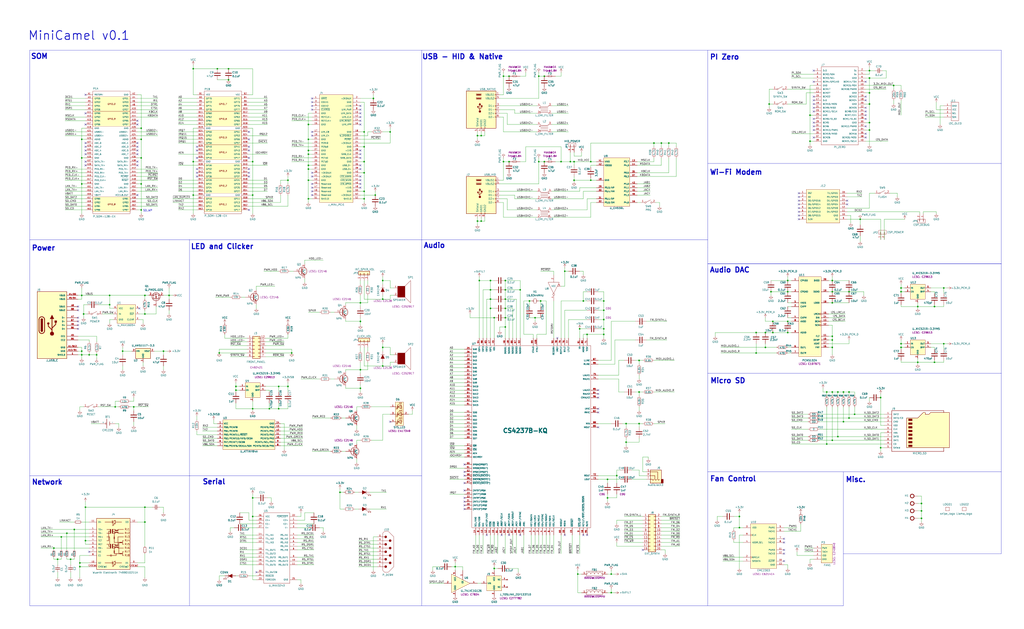
<source format=kicad_sch>
(kicad_sch (version 20231120) (generator "eeschema") (generator_version "8.0")
  (paper "User" 700 429.997)
  (title_block (title "MiniCamel") (date "2024-06-18") (rev "0.1") (company "Matt Schultz") (comment 1 "Based on TinyLlama 2 by Eivind Bøhler"))
  (lib_symbols
    (symbol "Connector:AudioJack3"
      (property "Reference" "J" (at 0 8.89 0))
      (property "Value" "AudioJack3" (at 0 6.35 0))
      (symbol "AudioJack3_1_1"
        (pin passive line (at 5.08 0 180) (length 2.54) (name "~") (number "R"))
        (pin passive line (at 5.08 2.54 180) (length 2.54) (name "~") (number "S"))
        (pin passive line (at 5.08 -2.54 180) (length 2.54) (name "~") (number "T"))
      )
    )
    (symbol "Connector_Generic:Conn_01x03" (pin_names (offset 1.016) hide)
      (property "Reference" "J" (at 0 5.08 0))
      (property "Value" "Conn_01x03" (at 0 -5.08 0))
      (symbol "Conn_01x03_1_1"
        (pin passive line (at -5.08 2.54 0) (length 3.81) (name "Pin_1") (number "1"))
        (pin passive line (at -5.08 0 0) (length 3.81) (name "Pin_2") (number "2"))
        (pin passive line (at -5.08 -2.54 0) (length 3.81) (name "Pin_3") (number "3"))
      )
    )
    (symbol "Connector_Generic:Conn_02x04_Counter_Clockwise" (pin_names (offset 1.016) hide)
      (property "Reference" "J11" (at -0.508 5.842 0))
      (property "Value" "FRONT_PANEL" (at 1.016 -13.716 0))
      (property "LCSC" "C492421" (at 1.27 -17.526 0))
      (symbol "Conn_02x04_Counter_Clockwise_1_1"
        (pin passive line (at -5.08 2.54 0) (length 3.81) (name "Pin_1") (number "1"))
        (pin passive line (at 7.62 -2.54 180) (length 3.81) (name "Pin_10") (number "10"))
        (pin passive line (at 7.62 0 180) (length 3.81) (name "Pin_11") (number "11"))
        (pin passive line (at 7.62 2.54 180) (length 3.81) (name "Pin_12") (number "12"))
        (pin passive line (at -5.08 0 0) (length 3.81) (name "Pin_2") (number "2"))
        (pin passive line (at -5.08 -2.54 0) (length 3.81) (name "Pin_3") (number "3"))
        (pin passive line (at -5.08 -5.08 0) (length 3.81) (name "Pin_4") (number "4"))
        (pin passive line (at -5.08 -7.62 0) (length 3.81) (name "Pin_5") (number "5"))
        (pin passive line (at -5.08 -10.16 0) (length 3.81) (name "Pin_6") (number "6"))
        (pin passive line (at 7.62 -10.16 180) (length 3.81) (name "Pin_7") (number "7"))
        (pin passive line (at 7.62 -7.62 180) (length 3.81) (name "Pin_8") (number "8"))
        (pin passive line (at 7.62 -5.08 180) (length 3.81) (name "Pin_9") (number "9"))
      )
    )
    (symbol "Connector_Generic:Conn_02x10_Odd_Even" (pin_names (offset 1.016) hide)
      (property "Reference" "J" (at 1.27 12.7 0))
      (property "Value" "Conn_02x10_Odd_Even" (at 1.27 -15.24 0))
      (symbol "Conn_02x10_Odd_Even_1_1"
        (pin passive line (at -5.08 10.16 0) (length 3.81) (name "Pin_1") (number "1"))
        (pin passive line (at 7.62 0 180) (length 3.81) (name "Pin_10") (number "10"))
        (pin passive line (at -5.08 -2.54 0) (length 3.81) (name "Pin_11") (number "11"))
        (pin passive line (at 7.62 -2.54 180) (length 3.81) (name "Pin_12") (number "12"))
        (pin passive line (at -5.08 -5.08 0) (length 3.81) (name "Pin_13") (number "13"))
        (pin passive line (at 7.62 -5.08 180) (length 3.81) (name "Pin_14") (number "14"))
        (pin passive line (at -5.08 -7.62 0) (length 3.81) (name "Pin_15") (number "15"))
        (pin passive line (at 7.62 -7.62 180) (length 3.81) (name "Pin_16") (number "16"))
        (pin passive line (at -5.08 -10.16 0) (length 3.81) (name "Pin_17") (number "17"))
        (pin passive line (at 7.62 -10.16 180) (length 3.81) (name "Pin_18") (number "18"))
        (pin passive line (at -5.08 -12.7 0) (length 3.81) (name "Pin_19") (number "19"))
        (pin passive line (at 7.62 10.16 180) (length 3.81) (name "Pin_2") (number "2"))
        (pin passive line (at 7.62 -12.7 180) (length 3.81) (name "Pin_20") (number "20"))
        (pin passive line (at -5.08 7.62 0) (length 3.81) (name "Pin_3") (number "3"))
        (pin passive line (at 7.62 7.62 180) (length 3.81) (name "Pin_4") (number "4"))
        (pin passive line (at -5.08 5.08 0) (length 3.81) (name "Pin_5") (number "5"))
        (pin passive line (at 7.62 5.08 180) (length 3.81) (name "Pin_6") (number "6"))
        (pin passive line (at -5.08 2.54 0) (length 3.81) (name "Pin_7") (number "7"))
        (pin passive line (at 7.62 2.54 180) (length 3.81) (name "Pin_8") (number "8"))
        (pin passive line (at -5.08 0 0) (length 3.81) (name "Pin_9") (number "9"))
      )
    )
    (symbol "Device:C_Small" (pin_numbers hide) (pin_names (offset 0.254) hide)
      (property "Reference" "C" (at 0.254 1.778 0))
      (property "Value" "C_Small" (at 0.254 -2.032 0))
      (symbol "C_Small_1_1"
        (pin passive line (at 0 2.54 270) (length 2.032) (name "~") (number "1"))
        (pin passive line (at 0 -2.54 90) (length 2.032) (name "~") (number "2"))
      )
    )
    (symbol "Device:R_Small" (pin_numbers hide) (pin_names (offset 0.254) hide)
      (property "Reference" "R" (at 0.762 0.508 0))
      (property "Value" "R_Small" (at 0.762 -1.016 0))
      (symbol "R_Small_1_1"
        (pin passive line (at 0 2.54 270) (length 0.762) (name "~") (number "1"))
        (pin passive line (at 0 -2.54 90) (length 0.762) (name "~") (number "2"))
      )
    )
    (symbol "J_USB_A_Stacked_C12049_1" (pin_names (offset 1.016))
      (property "Reference" "J" (at 0 15.875 0))
      (property "Value" "J_USB_A_Stacked_C12049_1" (at 0 13.97 0))
      (symbol "J_USB_A_Stacked_C12049_1_1_1"
        (pin power_in line (at 10.16 10.16 180) (length 2.54) (name "VBUS1") (number "1"))
        (pin bidirectional line (at 10.16 0 180) (length 2.54) (name "D1-") (number "2"))
        (pin bidirectional line (at 10.16 2.54 180) (length 2.54) (name "D1+") (number "3"))
        (pin power_in line (at -2.54 -15.24 90) (length 2.54) (name "GND1") (number "4"))
        (pin power_in line (at 10.16 7.62 180) (length 2.54) (name "VBUS2") (number "5"))
        (pin bidirectional line (at 10.16 -5.08 180) (length 2.54) (name "D2-") (number "6"))
        (pin bidirectional line (at 10.16 -2.54 180) (length 2.54) (name "D2+") (number "7"))
        (pin power_in line (at 0 -15.24 90) (length 2.54) (name "GND2") (number "8"))
        (pin passive line (at -5.08 -15.24 90) (length 2.54) (name "Shield") (number "S"))
      )
    )
    (symbol "Llama Library:J_WEMOS_D1_MINI" (pin_names (offset 1.016))
      (property "Reference" "J" (at -11.43 12.7 0))
      (property "Value" "J_WEMOS_D1_MINI" (at 0 -12.7 0))
      (symbol "J_WEMOS_D1_MINI_1_1"
        (pin bidirectional line (at -16.51 8.89 0) (length 5.08) (name "RST") (number "1"))
        (pin power_in line (at 16.51 -6.35 180) (length 5.08) (name "GND") (number "10"))
        (pin bidirectional line (at 16.51 -3.81 180) (length 5.08) (name "D4/GPIO2") (number "11"))
        (pin bidirectional line (at 16.51 -1.27 180) (length 5.08) (name "D3/GPIO0") (number "12"))
        (pin bidirectional line (at 16.51 1.27 180) (length 5.08) (name "D2/GPIO4") (number "13"))
        (pin bidirectional line (at 16.51 3.81 180) (length 5.08) (name "D1/GPIO5") (number "14"))
        (pin bidirectional line (at 16.51 6.35 180) (length 5.08) (name "RX/GPIO3") (number "15"))
        (pin bidirectional line (at 16.51 8.89 180) (length 5.08) (name "TX/GPIO1") (number "16"))
        (pin bidirectional line (at -16.51 6.35 0) (length 5.08) (name "A0") (number "2"))
        (pin bidirectional line (at -16.51 3.81 0) (length 5.08) (name "D0/GPIO16") (number "3"))
        (pin bidirectional line (at -16.51 1.27 0) (length 5.08) (name "D5/GPIO14") (number "4"))
        (pin bidirectional line (at -16.51 -1.27 0) (length 5.08) (name "D6/GPIO12") (number "5"))
        (pin bidirectional line (at -16.51 -3.81 0) (length 5.08) (name "D7/GPIO13") (number "6"))
        (pin bidirectional line (at -16.51 -6.35 0) (length 5.08) (name "D8/GPIO15") (number "7"))
        (pin power_out line (at -16.51 -8.89 0) (length 5.08) (name "3.3V") (number "8"))
        (pin power_in line (at 16.51 -8.89 180) (length 5.08) (name "5V") (number "9"))
      )
    )
    (symbol "Switch:SW_SPST" (pin_names (offset 0) hide)
      (property "Reference" "SW" (at 0 3.175 0))
      (property "Value" "SW_SPST" (at 0 -2.54 0))
      (symbol "SW_SPST_1_1"
        (pin passive line (at -5.08 0 0) (length 2.54) (name "A") (number "1"))
        (pin passive line (at 5.08 0 180) (length 2.54) (name "B") (number "2"))
      )
    )
    (symbol "llama_shared:+3.3V" (power) (pin_names (offset 0))
      (property "Value" "+3.3V" (at 0 3.81 0))
      (symbol "+3.3V_1_1"
        (pin power_in line (at 0 0 90) (length 0) hide (name "+3.3V") (number "1"))
      )
    )
    (symbol "llama_shared:+3.3VSB" (power) (pin_names (offset 0))
      (property "Value" "+3.3VSB" (at 0 3.81 0))
      (symbol "+3.3VSB_1_1"
        (pin power_in line (at 0 0 90) (length 0) hide (name "+3.3VSB") (number "1"))
      )
    )
    (symbol "llama_shared:+3.3V_PCM_A" (power) (pin_names (offset 0))
      (property "Value" "+3.3V_PCM_A" (at 0 3.81 0))
      (symbol "+3.3V_PCM_A_1_1"
        (pin power_in line (at 0 0 90) (length 0) hide (name "+3.3V_PCM_A") (number "1"))
      )
    )
    (symbol "llama_shared:+3.3V_PCM_D" (power) (pin_names (offset 0))
      (property "Value" "+3.3V_PCM_D" (at 0 3.81 0))
      (symbol "+3.3V_PCM_D_1_1"
        (pin power_in line (at 0 0 90) (length 0) hide (name "+3.3V_PCM_D") (number "1"))
      )
    )
    (symbol "llama_shared:+5VA" (power) (pin_names (offset 0))
      (property "Value" "+5VA" (at 0 3.81 0))
      (symbol "+5VA_1_1"
        (pin power_in line (at 0 0 90) (length 0) hide (name "+5VA") (number "1"))
      )
    )
    (symbol "llama_shared:+5VFILT" (power) (pin_names (offset 0))
      (property "Value" "+5VFILT" (at 0 3.81 0))
      (symbol "+5VFILT_1_1"
        (pin power_in line (at 0 0 90) (length 0) hide (name "+5VFILT") (number "1"))
      )
    )
    (symbol "llama_shared:+5VSB" (power) (pin_names (offset 0))
      (property "Value" "+5VSB" (at 0 3.81 0))
      (symbol "+5VSB_1_1"
        (pin power_in line (at 0 0 90) (length 0) hide (name "+5VSB") (number "1"))
      )
    )
    (symbol "llama_shared:7499010211A" (pin_names (offset 1.016))
      (property "Reference" "U" (at 0 0 0))
      (property "Value" "7499010211A" (at 0 0 0))
      (symbol "7499010211A_0_0"
        (text "RJ1" (at 6.35 9.525 0) (effects (font (size 1.27 1.27)) (justify left bottom)))
        (text "RJ2" (at 6.35 6.985 0) (effects (font (size 1.27 1.27)) (justify left bottom)))
        (text "RJ3" (at 6.35 4.445 0) (effects (font (size 1.27 1.27)) (justify left bottom)))
        (text "RJ4" (at 6.35 1.905 0) (effects (font (size 1.27 1.27)) (justify left bottom)))
        (text "RJ5" (at 6.35 -0.635 0) (effects (font (size 1.27 1.27)) (justify left bottom)))
        (text "RJ6" (at 6.35 -3.175 0) (effects (font (size 1.27 1.27)) (justify left bottom)))
        (text "RJ7" (at 6.35 -5.715 0) (effects (font (size 1.27 1.27)) (justify left bottom)))
        (text "RJ8" (at 6.35 -8.255 0) (effects (font (size 1.27 1.27)) (justify left bottom)))
        (pin bidirectional line (at -17.78 10.16 0) (length 5.08) (name "TD+") (number "1"))
        (pin bidirectional line (at -17.78 -12.7 0) (length 5.08) (name "D2") (number "10"))
        (pin bidirectional line (at -17.78 15.24 0) (length 5.08) (name "D4") (number "11"))
        (pin bidirectional line (at 15.24 15.24 180) (length 5.08) (name "D3") (number "12"))
        (pin bidirectional line (at -17.78 7.62 0) (length 5.08) (name "TD-") (number "2"))
        (pin bidirectional line (at -17.78 5.08 0) (length 5.08) (name "RD+") (number "3"))
        (pin bidirectional line (at -17.78 2.54 0) (length 5.08) (name "TCT") (number "4"))
        (pin bidirectional line (at -17.78 0 0) (length 5.08) (name "RCT") (number "5"))
        (pin bidirectional line (at -17.78 -2.54 0) (length 5.08) (name "RD-") (number "6"))
        (pin bidirectional line (at -17.78 -5.08 0) (length 5.08) (name "NC") (number "7"))
        (pin bidirectional line (at -17.78 -7.62 0) (length 5.08) (name "C1") (number "8"))
        (pin bidirectional line (at 15.24 -12.7 180) (length 5.08) (name "D1") (number "9"))
        (pin bidirectional line (at -17.78 -15.24 0) (length 5.08) (name "CASE@1") (number "CASE@1"))
        (pin bidirectional line (at 15.24 -15.24 180) (length 5.08) (name "CASE@2") (number "CASE@2"))
      )
    )
    (symbol "llama_shared:AGND" (power) (pin_names (offset 0))
      (property "Value" "AGND" (at 0 -3.81 0))
      (symbol "AGND_1_1"
        (pin power_in line (at 0 0 270) (length 0) hide (name "GND") (number "1"))
      )
    )
    (symbol "llama_shared:BT" (pin_numbers hide) (pin_names (offset 0))
      (property "Reference" "BT" (at -3.81 3.81 0))
      (property "Value" "BT" (at -3.81 -2.54 0))
      (symbol "BT_1_1"
        (pin power_out line (at 0 5.08 270) (length 3.81) (name "+") (number "1"))
        (pin passive line (at 0 -5.08 90) (length 3.81) (name "-") (number "2"))
      )
    )
    (symbol "llama_shared:C" (pin_numbers hide) (pin_names (offset 1.016))
      (property "Reference" "C" (at 2.54 -1.27 0))
      (property "Value" "C" (at 2.54 1.27 0))
      (symbol "C_1_1"
        (pin passive line (at 0 3.81 270) (length 2.794) (name "~") (number "1"))
        (pin passive line (at 0 -3.81 90) (length 2.794) (name "~") (number "2"))
      )
    )
    (symbol "llama_shared:D" (pin_numbers hide) (pin_names (offset 1.016) hide)
      (property "Reference" "D" (at 0 2.54 0))
      (property "Value" "D" (at 0 -2.54 0))
      (symbol "D_1_1"
        (pin passive line (at -3.81 0 0) (length 2.54) (name "K") (number "1"))
        (pin passive line (at 3.81 0 180) (length 2.54) (name "A") (number "2"))
      )
    )
    (symbol "llama_shared:D_LED" (pin_numbers hide) (pin_names (offset 1.016) hide)
      (property "Reference" "D" (at 0 2.54 0))
      (property "Value" "D_LED" (at 0 -3.81 0))
      (symbol "D_LED_1_1"
        (pin passive line (at -3.81 0 0) (length 2.54) (name "K") (number "1"))
        (pin passive line (at 3.81 0 180) (length 2.54) (name "A") (number "2"))
      )
    )
    (symbol "llama_shared:D_LED_RAGB" (pin_names (offset 0) hide)
      (property "Reference" "D" (at 0 9.398 0))
      (property "Value" "U_LED_RAGB" (at 0 -8.89 0))
      (symbol "D_LED_RAGB_0_0"
        (text "B" (at -1.905 -6.35 0) (effects (font (size 1.27 1.27))))
        (text "G" (at -1.905 -1.27 0) (effects (font (size 1.27 1.27))))
        (text "R" (at -1.905 3.81 0) (effects (font (size 1.27 1.27))))
      )
      (symbol "D_LED_RAGB_1_1"
        (pin passive line (at -6.35 5.08 0) (length 3.81) (name "RK") (number "1"))
        (pin passive line (at 6.35 0 180) (length 3.81) (name "A") (number "2"))
        (pin passive line (at -6.35 0 0) (length 3.81) (name "GK") (number "3"))
        (pin passive line (at -6.35 -5.08 0) (length 3.81) (name "BK") (number "4"))
      )
    )
    (symbol "llama_shared:F" (pin_numbers hide) (pin_names (offset 1.016) hide)
      (property "Reference" "F" (at 0 2.54 0))
      (property "Value" "F" (at 0 -2.54 0))
      (symbol "F_1_1"
        (pin passive line (at -3.81 0 0) (length 2.54) (name "~") (number "1"))
        (pin passive line (at 3.81 0 180) (length 2.54) (name "~") (number "2"))
      )
    )
    (symbol "llama_shared:FB" (pin_names (offset 1.016) hide)
      (property "Reference" "FB" (at 0 3.81 0))
      (property "Value" "FB" (at 0 -2.54 0))
      (symbol "FB_1_1"
        (pin passive line (at -8.89 0 0) (length 3.81) (name "1") (number "1"))
        (pin passive line (at 8.89 0 180) (length 3.81) (name "2") (number "2"))
      )
    )
    (symbol "llama_shared:GND" (power) (pin_names (offset 0))
      (property "Value" "GND" (at 0 -3.81 0))
      (symbol "GND_1_1"
        (pin power_in line (at 0 0 270) (length 0) hide (name "GND") (number "1"))
      )
    )
    (symbol "llama_shared:H_HOLE" (pin_numbers hide) (pin_names (offset 1.016) hide)
      (property "Reference" "H" (at 0 2.54 0))
      (property "Value" "H_HOLE" (at 0 -8.89 0))
      (symbol "H_HOLE_1_1"
        (pin passive line (at 0 -3.81 90) (length 2.54) (name "1") (number "1"))
      )
    )
    (symbol "llama_shared:J_FAN_HEADER"
      (property "Reference" "J" (at -2.54 6.35 0))
      (property "Value" "J_FAN_HEADER" (at 0 -8.89 0))
      (property "LCSC" "C240840" (at 0 -11.43 0) (show_name))
      (symbol "J_FAN_HEADER_1_1"
        (pin power_in line (at -8.89 -5.08 0) (length 5.08) (name "GND") (number "1"))
        (pin power_in line (at -8.89 -2.54 0) (length 5.08) (name "VDD") (number "2"))
        (pin output line (at -8.89 0 0) (length 5.08) (name "TACH") (number "3"))
        (pin input line (at -8.89 2.54 0) (length 5.08) (name "PWM") (number "4"))
      )
    )
    (symbol "llama_shared:J_MINI_PCIE" (pin_names (offset 1.016))
      (property "Reference" "J2" (at -11.43 36.8595 0))
      (property "Value" "J_MINI_PCIE" (at 0 -39.5756 0))
      (symbol "J_MINI_PCIE_1_1"
        (pin open_collector line (at -16.51 33.02 0) (length 5.08) (name "~{WAKE}") (number "1"))
        (pin bidirectional line (at 16.51 22.86 180) (length 5.08) (name "UIM_DATA") (number "10"))
        (pin input line (at -16.51 20.32 0) (length 5.08) (name "REFCLK-") (number "11"))
        (pin output line (at 16.51 20.32 180) (length 5.08) (name "UIM_CLK") (number "12"))
        (pin input line (at -16.51 17.78 0) (length 5.08) (name "REFCLK+") (number "13"))
        (pin output line (at 16.51 17.78 180) (length 5.08) (name "~{UIM_RESET}") (number "14"))
        (pin passive line (at -16.51 15.24 0) (length 5.08) (name "GND") (number "15"))
        (pin power_out line (at 16.51 15.24 180) (length 5.08) (name "UIM_VPP") (number "16"))
        (pin passive line (at -16.51 10.16 0) (length 5.08) (name "UIM_C8") (number "17"))
        (pin passive line (at 16.51 10.16 180) (length 5.08) (name "GND") (number "18"))
        (pin passive line (at -16.51 7.62 0) (length 5.08) (name "UIM_C4") (number "19"))
        (pin power_in line (at 16.51 33.02 180) (length 5.08) (name "+3V3AUX") (number "2"))
        (pin input line (at 16.51 7.62 180) (length 5.08) (name "~{W_DISABLE}") (number "20"))
        (pin passive line (at -16.51 5.08 0) (length 5.08) (name "GND") (number "21"))
        (pin input line (at 16.51 5.08 180) (length 5.08) (name "~{PERST}") (number "22"))
        (pin output line (at -16.51 2.54 0) (length 5.08) (name "PERn0") (number "23"))
        (pin power_in line (at 16.51 2.54 180) (length 5.08) (name "+3V3AUX") (number "24"))
        (pin output line (at -16.51 0 0) (length 5.08) (name "PERp0") (number "25"))
        (pin passive line (at 16.51 0 180) (length 5.08) (name "GND") (number "26"))
        (pin passive line (at -16.51 -2.54 0) (length 5.08) (name "GND") (number "27"))
        (pin power_in line (at 16.51 -2.54 180) (length 5.08) (name "+1V5") (number "28"))
        (pin passive line (at -16.51 -5.08 0) (length 5.08) (name "GND") (number "29"))
        (pin passive line (at -16.51 30.48 0) (length 5.08) (name "COEX1") (number "3"))
        (pin input line (at 16.51 -5.08 180) (length 5.08) (name "SMB_CLK") (number "30"))
        (pin input line (at -16.51 -7.62 0) (length 5.08) (name "PETn0") (number "31"))
        (pin bidirectional line (at 16.51 -7.62 180) (length 5.08) (name "SMB_DATA") (number "32"))
        (pin input line (at -16.51 -10.16 0) (length 5.08) (name "PETp0") (number "33"))
        (pin passive line (at 16.51 -10.16 180) (length 5.08) (name "GND") (number "34"))
        (pin passive line (at -16.51 -12.7 0) (length 5.08) (name "GND") (number "35"))
        (pin bidirectional line (at 16.51 -12.7 180) (length 5.08) (name "USB_D-") (number "36"))
        (pin passive line (at -16.51 -15.24 0) (length 5.08) (name "GND") (number "37"))
        (pin bidirectional line (at 16.51 -15.24 180) (length 5.08) (name "USB_D+") (number "38"))
        (pin power_in line (at -16.51 -17.78 0) (length 5.08) (name "+3V3AUX") (number "39"))
        (pin power_in line (at 16.51 30.48 180) (length 5.08) (name "GND") (number "4"))
        (pin passive line (at 16.51 -17.78 180) (length 5.08) (name "GND") (number "40"))
        (pin power_in line (at -16.51 -20.32 0) (length 5.08) (name "+3V3AUX") (number "41"))
        (pin open_collector line (at 16.51 -20.32 180) (length 5.08) (name "~{LED_WWAN}") (number "42"))
        (pin passive line (at -16.51 -22.86 0) (length 5.08) (name "GND") (number "43"))
        (pin open_collector line (at 16.51 -22.86 180) (length 5.08) (name "~{LED_WLAN}") (number "44"))
        (pin passive line (at -16.51 -25.4 0) (length 5.08) (name "Reserved") (number "45"))
        (pin open_collector line (at 16.51 -25.4 180) (length 5.08) (name "~{LED_WPAN}") (number "46"))
        (pin passive line (at -16.51 -27.94 0) (length 5.08) (name "Reserved") (number "47"))
        (pin power_in line (at 16.51 -27.94 180) (length 5.08) (name "+1V5") (number "48"))
        (pin passive line (at -16.51 -30.48 0) (length 5.08) (name "Reserved") (number "49"))
        (pin passive line (at -16.51 27.94 0) (length 5.08) (name "COEX2") (number "5"))
        (pin passive line (at 16.51 -30.48 180) (length 5.08) (name "GND") (number "50"))
        (pin passive line (at -16.51 -33.02 0) (length 5.08) (name "Reserved") (number "51"))
        (pin power_in line (at 16.51 -33.02 180) (length 5.08) (name "+3V3AUX") (number "52"))
        (pin power_in line (at 16.51 27.94 180) (length 5.08) (name "+1V5") (number "6"))
        (pin open_collector line (at -16.51 25.4 0) (length 5.08) (name "~{CLKREQ}") (number "7"))
        (pin power_out line (at 16.51 25.4 180) (length 5.08) (name "UIM_PWR") (number "8"))
        (pin passive line (at -16.51 22.86 0) (length 5.08) (name "GND") (number "9"))
        (pin passive line (at -16.51 -35.56 0) (length 5.08) (name "SHIELD") (number "S1"))
        (pin passive line (at 16.51 -35.56 180) (length 5.08) (name "SHIELD") (number "S2"))
      )
    )
    (symbol "llama_shared:J_Micro_SD_TF01A" (pin_names (offset 1.016))
      (property "Reference" "J" (at -16.51 11.43 0))
      (property "Value" "J_Micro_SD_TF01A" (at 16.51 11.43 0))
      (symbol "J_Micro_SD_TF01A_1_1"
        (pin bidirectional line (at -24.13 7.62 0) (length 5.08) (name "DAT2") (number "1"))
        (pin bidirectional line (at -24.13 5.08 0) (length 5.08) (name "DAT3/CD") (number "2"))
        (pin input line (at -24.13 2.54 0) (length 5.08) (name "CMD") (number "3"))
        (pin power_in line (at -24.13 0 0) (length 5.08) (name "VDD") (number "4"))
        (pin input line (at -24.13 -2.54 0) (length 5.08) (name "CLK") (number "5"))
        (pin power_in line (at -24.13 -5.08 0) (length 5.08) (name "VSS") (number "6"))
        (pin bidirectional line (at -24.13 -7.62 0) (length 5.08) (name "DAT0") (number "7"))
        (pin bidirectional line (at -24.13 -10.16 0) (length 5.08) (name "DAT1") (number "8"))
        (pin output line (at -24.13 -12.7 0) (length 5.08) (name "CD") (number "9"))
        (pin passive line (at -24.13 -15.24 0) (length 5.08) (name "Shield") (number "S"))
      )
    )
    (symbol "llama_shared:J_PI_ZERO" (pin_names (offset 1.016))
      (property "Reference" "J" (at -11.43 27.94 0))
      (property "Value" "J_PI_ZERO" (at 0 -27.94 0))
      (symbol "J_PI_ZERO_1_1"
        (pin passive line (at -17.78 24.13 0) (length 5.08) (name "3v3") (number "1"))
        (pin passive line (at 17.78 13.97 180) (length 5.08) (name "BCM15/RDX") (number "10"))
        (pin passive line (at -17.78 11.43 0) (length 5.08) (name "BCM17") (number "11"))
        (pin passive line (at 17.78 11.43 180) (length 5.08) (name "BCM18/PWM0") (number "12"))
        (pin passive line (at -17.78 8.89 0) (length 5.08) (name "BCM27") (number "13"))
        (pin passive line (at 17.78 8.89 180) (length 5.08) (name "GND") (number "14"))
        (pin passive line (at -17.78 6.35 0) (length 5.08) (name "BCM22") (number "15"))
        (pin passive line (at 17.78 6.35 180) (length 5.08) (name "BCM23") (number "16"))
        (pin passive line (at -17.78 3.81 0) (length 5.08) (name "3v3") (number "17"))
        (pin passive line (at 17.78 3.81 180) (length 5.08) (name "BCM24") (number "18"))
        (pin passive line (at -17.78 1.27 0) (length 5.08) (name "BCM10/MOSI") (number "19"))
        (pin passive line (at 17.78 24.13 180) (length 5.08) (name "5v") (number "2"))
        (pin passive line (at 17.78 1.27 180) (length 5.08) (name "GND") (number "20"))
        (pin passive line (at -17.78 -1.27 0) (length 5.08) (name "BCM9/MISO") (number "21"))
        (pin passive line (at 17.78 -1.27 180) (length 5.08) (name "BCM25") (number "22"))
        (pin passive line (at -17.78 -3.81 0) (length 5.08) (name "BCM11/SCLK") (number "23"))
        (pin passive line (at 17.78 -3.81 180) (length 5.08) (name "BCM8/CE0") (number "24"))
        (pin passive line (at -17.78 -6.35 0) (length 5.08) (name "GND") (number "25"))
        (pin passive line (at 17.78 -6.35 180) (length 5.08) (name "BCM7/CE1") (number "26"))
        (pin passive line (at -17.78 -8.89 0) (length 5.08) (name "BCM0/ID_SD") (number "27"))
        (pin passive line (at 17.78 -8.89 180) (length 5.08) (name "BCM1/ID_SC") (number "28"))
        (pin passive line (at -17.78 -11.43 0) (length 5.08) (name "BCM5") (number "29"))
        (pin passive line (at -17.78 21.59 0) (length 5.08) (name "BCM2/SDA") (number "3"))
        (pin passive line (at 17.78 -11.43 180) (length 5.08) (name "GND") (number "30"))
        (pin passive line (at -17.78 -13.97 0) (length 5.08) (name "BCM6") (number "31"))
        (pin passive line (at 17.78 -13.97 180) (length 5.08) (name "BCM12/PWM0") (number "32"))
        (pin passive line (at -17.78 -16.51 0) (length 5.08) (name "BCM13/PWM1") (number "33"))
        (pin passive line (at 17.78 -16.51 180) (length 5.08) (name "GND") (number "34"))
        (pin passive line (at -17.78 -19.05 0) (length 5.08) (name "BCM19/MISO") (number "35"))
        (pin passive line (at 17.78 -19.05 180) (length 5.08) (name "BCM16") (number "36"))
        (pin passive line (at -17.78 -21.59 0) (length 5.08) (name "BCM26") (number "37"))
        (pin passive line (at 17.78 -21.59 180) (length 5.08) (name "BCM20/MOSI") (number "38"))
        (pin passive line (at -17.78 -24.13 0) (length 5.08) (name "GND") (number "39"))
        (pin passive line (at 17.78 21.59 180) (length 5.08) (name "5v") (number "4"))
        (pin passive line (at 17.78 -24.13 180) (length 5.08) (name "BCM21/SCLK") (number "40"))
        (pin passive line (at -17.78 19.05 0) (length 5.08) (name "BCM3/SCL") (number "5"))
        (pin passive line (at 17.78 19.05 180) (length 5.08) (name "GND") (number "6"))
        (pin passive line (at -17.78 16.51 0) (length 5.08) (name "BCM4/GPCLK0") (number "7"))
        (pin passive line (at 17.78 16.51 180) (length 5.08) (name "BCM14/TDX") (number "8"))
        (pin passive line (at -17.78 13.97 0) (length 5.08) (name "GND") (number "9"))
      )
    )
    (symbol "llama_shared:J_TOSLINK_ZGY133T10"
      (property "Reference" "J" (at -5.08 6.35 0))
      (property "Value" "J_TOSLINK_ZGY133T10" (at 1.27 -6.35 0))
      (symbol "J_TOSLINK_ZGY133T10_1_1"
        (pin input line (at -8.89 0 0) (length 3.81) (name "VIN") (number "1"))
        (pin power_in line (at 0 8.89 270) (length 3.81) (name "VCC") (number "2"))
        (pin power_in line (at 0 -8.89 90) (length 3.81) (name "GND") (number "3"))
        (pin no_connect line (at 8.89 2.54 180) (length 3.81) (name "NC") (number "4"))
        (pin no_connect line (at 8.89 -2.54 180) (length 3.81) (name "NC") (number "5"))
      )
    )
    (symbol "llama_shared:J_USB_A_Stacked_C12049" (pin_names (offset 1.016))
      (property "Reference" "J" (at 0 15.875 0))
      (property "Value" "J_USB_A_Stacked_C12049" (at 0 13.97 0))
      (symbol "J_USB_A_Stacked_C12049_1_1"
        (pin power_in line (at 10.16 10.16 180) (length 2.54) (name "VBUS1") (number "1"))
        (pin bidirectional line (at 10.16 0 180) (length 2.54) (name "D1-") (number "2"))
        (pin bidirectional line (at 10.16 2.54 180) (length 2.54) (name "D1+") (number "3"))
        (pin power_in line (at -2.54 -15.24 90) (length 2.54) (name "GND1") (number "4"))
        (pin power_in line (at 10.16 7.62 180) (length 2.54) (name "VBUS2") (number "5"))
        (pin bidirectional line (at 10.16 -5.08 180) (length 2.54) (name "D2-") (number "6"))
        (pin bidirectional line (at 10.16 -2.54 180) (length 2.54) (name "D2+") (number "7"))
        (pin power_in line (at 0 -15.24 90) (length 2.54) (name "GND2") (number "8"))
        (pin passive line (at -5.08 -15.24 90) (length 2.54) (name "Shield") (number "S"))
      )
    )
    (symbol "llama_shared:J_USB_C" (pin_names (offset 1.016))
      (property "Reference" "J" (at -10.16 24.13 0))
      (property "Value" "J_USB_C" (at 0 -24.13 0))
      (symbol "J_USB_C_1_1"
        (pin passive line (at 17.78 -15.24 180) (length 7.62) (name "GND") (number "A1/B12"))
        (pin passive line (at 17.78 -17.78 180) (length 7.62) (name "GND") (number "A12/B1"))
        (pin passive line (at 17.78 20.32 180) (length 7.62) (name "VBUS") (number "A4/B9"))
        (pin bidirectional line (at 17.78 -7.62 180) (length 7.62) (name "CC1") (number "A5"))
        (pin bidirectional line (at 17.78 0 180) (length 7.62) (name "D+") (number "A6"))
        (pin bidirectional line (at 17.78 5.08 180) (length 7.62) (name "D-") (number "A7"))
        (pin bidirectional line (at 17.78 12.7 180) (length 7.62) (name "SBU1") (number "A8"))
        (pin passive line (at 17.78 17.78 180) (length 7.62) (name "VBUS") (number "A9/B4"))
        (pin bidirectional line (at 17.78 -10.16 180) (length 7.62) (name "CC2") (number "B5"))
        (pin bidirectional line (at 17.78 -2.54 180) (length 7.62) (name "D+") (number "B6"))
        (pin bidirectional line (at 17.78 2.54 180) (length 7.62) (name "D-") (number "B7"))
        (pin bidirectional line (at 17.78 10.16 180) (length 7.62) (name "SBU2") (number "B8"))
        (pin passive line (at 17.78 -20.32 180) (length 7.62) (name "SHIELD") (number "S"))
      )
    )
    (symbol "llama_shared:L_EMI_FILTER" (pin_names (offset 1.016))
      (property "Reference" "L" (at 0 5.08 0))
      (property "Value" "L_EMI_FILTER" (at 0 -5.08 0))
      (symbol "L_EMI_FILTER_1_1"
        (pin passive line (at -5.08 2.54 0) (length 2.54) (name "~") (number "1"))
        (pin passive line (at 5.08 2.54 180) (length 2.54) (name "~") (number "2"))
        (pin passive line (at 5.08 -2.54 180) (length 2.54) (name "~") (number "3"))
        (pin passive line (at -5.08 -2.54 0) (length 2.54) (name "~") (number "4"))
      )
    )
    (symbol "llama_shared:Llama_logo" (pin_names (offset 1.016)))
    (symbol "llama_shared:PWR_FLAG" (power) (pin_numbers hide) (pin_names (offset 0) hide)
      (property "Value" "PWR_FLAG" (at 0 3.81 0))
      (symbol "PWR_FLAG_0_0"
        (pin power_out line (at 0 0 90) (length 0) (name "pwr") (number "1"))
      )
    )
    (symbol "llama_shared:P_091OLED"
      (property "Reference" "P" (at -2.54 7.62 0))
      (property "Value" "P_091OLED" (at 0 -7.62 0))
      (symbol "P_091OLED_1_1"
        (pin power_in line (at -7.62 3.81 0) (length 5.08) (name "GND") (number "1"))
        (pin power_in line (at -7.62 1.27 0) (length 5.08) (name "VCC") (number "2"))
        (pin input line (at -7.62 -1.27 0) (length 5.08) (name "SCL") (number "3"))
        (pin input line (at -7.62 -3.81 0) (length 5.08) (name "SDA") (number "4"))
      )
    )
    (symbol "llama_shared:P_CONN_01X02" (pin_names (offset 1.016))
      (property "Reference" "P" (at 0 3.81 0))
      (property "Value" "P_CONN_01X02" (at 2.54 0 90))
      (symbol "P_CONN_01X02_1_1"
        (pin passive line (at -5.08 1.27 0) (length 3.81) (name "~") (number "1"))
        (pin passive line (at -5.08 -1.27 0) (length 3.81) (name "~") (number "2"))
      )
    )
    (symbol "llama_shared:P_DE9M" (pin_names (offset 0.0254))
      (property "Reference" "P" (at 0 15.24 0))
      (property "Value" "P_DE9M" (at 0 -15.24 0))
      (symbol "P_DE9M_1_1"
        (pin passive line (at -7.62 -10.16 0) (length 3.81) (name "~") (number "1"))
        (pin power_in line (at 3.81 10.16 270) (length 0) hide (name "GND") (number "10"))
        (pin power_in line (at 3.81 -10.16 90) (length 0) hide (name "GND") (number "11"))
        (pin passive line (at -7.62 -5.08 0) (length 3.81) (name "~") (number "2"))
        (pin passive line (at -7.62 0 0) (length 3.81) (name "~") (number "3"))
        (pin passive line (at -7.62 5.08 0) (length 3.81) (name "~") (number "4"))
        (pin passive line (at -7.62 10.16 0) (length 3.81) (name "~") (number "5"))
        (pin passive line (at -7.62 -7.62 0) (length 3.81) (name "~") (number "6"))
        (pin passive line (at -7.62 -2.54 0) (length 3.81) (name "~") (number "7"))
        (pin passive line (at -7.62 2.54 0) (length 3.81) (name "~") (number "8"))
        (pin passive line (at -7.62 7.62 0) (length 3.81) (name "~") (number "9"))
      )
    )
    (symbol "llama_shared:P_SOM-128-EX" (pin_names (offset 1.016))
      (property "Reference" "P" (at -11.43 43.18 0))
      (property "Value" "P_SOM-128-EX" (at 0 -43.18 0))
      (symbol "P_SOM-128-EX_1_0"
        (text "GPIO_0" (at 0 33.02 0) (effects (font (size 1.016 1.016) (italic yes))))
        (text "GPIO_8" (at 0 -35.56 0) (effects (font (size 1.016 1.016) (italic yes))))
        (text "GPIO_9" (at 0 22.86 0) (effects (font (size 1.016 1.016) (italic yes))))
      )
      (symbol "P_SOM-128-EX_1_1"
        (pin passive line (at -17.78 39.37 0) (length 5.08) (name "RSTDRV") (number "A1"))
        (pin passive line (at 17.78 29.21 180) (length 5.08) (name "GP07") (number "A10"))
        (pin passive line (at -17.78 26.67 0) (length 5.08) (name "GP90") (number "A11"))
        (pin passive line (at 17.78 26.67 180) (length 5.08) (name "GP91") (number "A12"))
        (pin passive line (at -17.78 24.13 0) (length 5.08) (name "GP92") (number "A13"))
        (pin passive line (at 17.78 24.13 180) (length 5.08) (name "GP93") (number "A14"))
        (pin passive line (at -17.78 21.59 0) (length 5.08) (name "GP94") (number "A15"))
        (pin passive line (at 17.78 21.59 180) (length 5.08) (name "GP95") (number "A16"))
        (pin passive line (at -17.78 19.05 0) (length 5.08) (name "GP96") (number "A17"))
        (pin passive line (at 17.78 19.05 180) (length 5.08) (name "GP97") (number "A18"))
        (pin passive line (at -17.78 16.51 0) (length 5.08) (name "GND") (number "A19"))
        (pin passive line (at 17.78 39.37 180) (length 5.08) (name "GND") (number "A2"))
        (pin passive line (at 17.78 16.51 180) (length 5.08) (name "GND") (number "A20"))
        (pin passive line (at -17.78 13.97 0) (length 5.08) (name "USBD1-") (number "A21"))
        (pin passive line (at 17.78 13.97 180) (length 5.08) (name "USBD2-") (number "A22"))
        (pin passive line (at -17.78 11.43 0) (length 5.08) (name "USBD1+") (number "A23"))
        (pin passive line (at 17.78 11.43 180) (length 5.08) (name "USBD2+") (number "A24"))
        (pin passive line (at -17.78 8.89 0) (length 5.08) (name "AGND") (number "A25"))
        (pin passive line (at 17.78 8.89 180) (length 5.08) (name "AGND") (number "A26"))
        (pin passive line (at -17.78 6.35 0) (length 5.08) (name "ADC_0") (number "A27"))
        (pin passive line (at 17.78 6.35 180) (length 5.08) (name "ADC_1") (number "A28"))
        (pin passive line (at -17.78 3.81 0) (length 5.08) (name "ADC_2") (number "A29"))
        (pin passive line (at -17.78 36.83 0) (length 5.08) (name "GP00") (number "A3"))
        (pin passive line (at 17.78 3.81 180) (length 5.08) (name "ADC_3") (number "A30"))
        (pin passive line (at -17.78 1.27 0) (length 5.08) (name "ADC_4") (number "A31"))
        (pin passive line (at 17.78 1.27 180) (length 5.08) (name "ADC_5") (number "A32"))
        (pin passive line (at -17.78 -1.27 0) (length 5.08) (name "ADC_6") (number "A33"))
        (pin passive line (at 17.78 -1.27 180) (length 5.08) (name "ADC_7") (number "A34"))
        (pin passive line (at -17.78 -3.81 0) (length 5.08) (name "GND") (number "A35"))
        (pin passive line (at 17.78 -3.81 180) (length 5.08) (name "GND") (number "A36"))
        (pin passive line (at -17.78 -6.35 0) (length 5.08) (name "SATA_TX-") (number "A37"))
        (pin passive line (at 17.78 -6.35 180) (length 5.08) (name "SATA_RX-") (number "A38"))
        (pin passive line (at -17.78 -8.89 0) (length 5.08) (name "SATA_TX+") (number "A39"))
        (pin passive line (at 17.78 36.83 180) (length 5.08) (name "GP01") (number "A4"))
        (pin passive line (at 17.78 -8.89 180) (length 5.08) (name "SATA_RX+") (number "A40"))
        (pin passive line (at -17.78 -11.43 0) (length 5.08) (name "PE0_RX-") (number "A41"))
        (pin passive line (at 17.78 -11.43 180) (length 5.08) (name "PE0_TX-") (number "A42"))
        (pin passive line (at -17.78 -13.97 0) (length 5.08) (name "PE0_RX+") (number "A43"))
        (pin passive line (at 17.78 -13.97 180) (length 5.08) (name "PE0_TX+") (number "A44"))
        (pin passive line (at -17.78 -16.51 0) (length 5.08) (name "PE0_CLK-") (number "A45"))
        (pin passive line (at 17.78 -16.51 180) (length 5.08) (name "~{PCIRST}") (number "A46"))
        (pin passive line (at -17.78 -19.05 0) (length 5.08) (name "PE0_CLK+") (number "A47"))
        (pin passive line (at 17.78 -19.05 180) (length 5.08) (name "~{RESET}") (number "A48"))
        (pin passive line (at -17.78 -21.59 0) (length 5.08) (name "GND") (number "A49"))
        (pin passive line (at -17.78 34.29 0) (length 5.08) (name "GP02") (number "A5"))
        (pin passive line (at 17.78 -21.59 180) (length 5.08) (name "GND") (number "A50"))
        (pin passive line (at -17.78 -24.13 0) (length 5.08) (name "LAN_TX-") (number "A51"))
        (pin passive line (at 17.78 -24.13 180) (length 5.08) (name "LAN_RX-") (number "A52"))
        (pin passive line (at -17.78 -26.67 0) (length 5.08) (name "LAN_TX+") (number "A53"))
        (pin passive line (at 17.78 -26.67 180) (length 5.08) (name "LAN_RX+") (number "A54"))
        (pin passive line (at -17.78 -29.21 0) (length 5.08) (name "VBATT") (number "A55"))
        (pin passive line (at 17.78 -29.21 180) (length 5.08) (name "VCC1.8_OUT") (number "A56"))
        (pin passive line (at -17.78 -31.75 0) (length 5.08) (name "GP80") (number "A57"))
        (pin passive line (at 17.78 -31.75 180) (length 5.08) (name "GP81") (number "A58"))
        (pin passive line (at -17.78 -34.29 0) (length 5.08) (name "GP82") (number "A59"))
        (pin passive line (at 17.78 34.29 180) (length 5.08) (name "GP03") (number "A6"))
        (pin passive line (at 17.78 -34.29 180) (length 5.08) (name "GP83") (number "A60"))
        (pin passive line (at -17.78 -36.83 0) (length 5.08) (name "GP84") (number "A61"))
        (pin passive line (at 17.78 -36.83 180) (length 5.08) (name "GP85") (number "A62"))
        (pin passive line (at -17.78 -39.37 0) (length 5.08) (name "GP86") (number "A63"))
        (pin passive line (at 17.78 -39.37 180) (length 5.08) (name "GP87") (number "A64"))
        (pin passive line (at -17.78 31.75 0) (length 5.08) (name "GP04") (number "A7"))
        (pin passive line (at 17.78 31.75 180) (length 5.08) (name "GP05") (number "A8"))
        (pin passive line (at -17.78 29.21 0) (length 5.08) (name "GP06") (number "A9"))
      )
      (symbol "P_SOM-128-EX_2_0"
        (text "GPIO_7" (at 0 33.02 0) (effects (font (size 1.016 1.016) (italic yes))))
      )
      (symbol "P_SOM-128-EX_2_1"
        (text "GPIO_1" (at 0 -35.56 0) (effects (font (size 1.016 1.016) (italic yes))))
        (text "GPIO_2" (at 0 -22.86 0) (effects (font (size 1.016 1.016) (italic yes))))
        (text "GPIO_3" (at 0 -12.7 0) (effects (font (size 1.016 1.016) (italic yes))))
        (text "GPIO_4" (at 0 0 0) (effects (font (size 1.016 1.016) (italic yes))))
        (text "GPIO_5" (at 0 10.16 0) (effects (font (size 1.016 1.016) (italic yes))))
        (text "GPIO_6" (at 0 22.86 0) (effects (font (size 1.016 1.016) (italic yes))))
        (pin passive line (at -17.78 39.37 0) (length 5.08) (name "VCC") (number "B1"))
        (pin passive line (at 17.78 29.21 180) (length 5.08) (name "GP77") (number "B10"))
        (pin passive line (at -17.78 26.67 0) (length 5.08) (name "GP60") (number "B11"))
        (pin passive line (at 17.78 26.67 180) (length 5.08) (name "GP61") (number "B12"))
        (pin passive line (at -17.78 24.13 0) (length 5.08) (name "GP62") (number "B13"))
        (pin passive line (at 17.78 24.13 180) (length 5.08) (name "GP63") (number "B14"))
        (pin passive line (at -17.78 21.59 0) (length 5.08) (name "GP64") (number "B15"))
        (pin passive line (at 17.78 21.59 180) (length 5.08) (name "GP65") (number "B16"))
        (pin passive line (at -17.78 19.05 0) (length 5.08) (name "GP66") (number "B17"))
        (pin passive line (at 17.78 19.05 180) (length 5.08) (name "GP67") (number "B18"))
        (pin passive line (at -17.78 16.51 0) (length 5.08) (name "GND") (number "B19"))
        (pin passive line (at 17.78 39.37 180) (length 5.08) (name "VCC") (number "B2"))
        (pin passive line (at 17.78 16.51 180) (length 5.08) (name "GND") (number "B20"))
        (pin passive line (at -17.78 13.97 0) (length 5.08) (name "GP50") (number "B21"))
        (pin passive line (at 17.78 13.97 180) (length 5.08) (name "GP51") (number "B22"))
        (pin passive line (at -17.78 11.43 0) (length 5.08) (name "GP52") (number "B23"))
        (pin passive line (at 17.78 11.43 180) (length 5.08) (name "GP53") (number "B24"))
        (pin passive line (at -17.78 8.89 0) (length 5.08) (name "GP54") (number "B25"))
        (pin passive line (at 17.78 8.89 180) (length 5.08) (name "GP55") (number "B26"))
        (pin passive line (at -17.78 6.35 0) (length 5.08) (name "GP56") (number "B27"))
        (pin passive line (at 17.78 6.35 180) (length 5.08) (name "GP57") (number "B28"))
        (pin passive line (at -17.78 3.81 0) (length 5.08) (name "GP40") (number "B29"))
        (pin passive line (at -17.78 36.83 0) (length 5.08) (name "GP70") (number "B3"))
        (pin passive line (at 17.78 3.81 180) (length 5.08) (name "GP41") (number "B30"))
        (pin passive line (at -17.78 1.27 0) (length 5.08) (name "GP42") (number "B31"))
        (pin passive line (at 17.78 1.27 180) (length 5.08) (name "GP43") (number "B32"))
        (pin passive line (at -17.78 -1.27 0) (length 5.08) (name "GP44") (number "B33"))
        (pin passive line (at 17.78 -1.27 180) (length 5.08) (name "GP45") (number "B34"))
        (pin passive line (at -17.78 -3.81 0) (length 5.08) (name "GP46") (number "B35"))
        (pin passive line (at 17.78 -3.81 180) (length 5.08) (name "GP47") (number "B36"))
        (pin passive line (at -17.78 -6.35 0) (length 5.08) (name "GND") (number "B37"))
        (pin passive line (at 17.78 -6.35 180) (length 5.08) (name "GND") (number "B38"))
        (pin passive line (at -17.78 -8.89 0) (length 5.08) (name "GP30") (number "B39"))
        (pin passive line (at 17.78 36.83 180) (length 5.08) (name "GP71") (number "B4"))
        (pin passive line (at 17.78 -8.89 180) (length 5.08) (name "GP31") (number "B40"))
        (pin passive line (at -17.78 -11.43 0) (length 5.08) (name "GP32") (number "B41"))
        (pin passive line (at 17.78 -11.43 180) (length 5.08) (name "GP33") (number "B42"))
        (pin passive line (at -17.78 -13.97 0) (length 5.08) (name "GP34") (number "B43"))
        (pin passive line (at 17.78 -13.97 180) (length 5.08) (name "GP35") (number "B44"))
        (pin passive line (at -17.78 -16.51 0) (length 5.08) (name "GP36") (number "B45"))
        (pin passive line (at 17.78 -16.51 180) (length 5.08) (name "GP37") (number "B46"))
        (pin passive line (at -17.78 -19.05 0) (length 5.08) (name "GP20") (number "B47"))
        (pin passive line (at 17.78 -19.05 180) (length 5.08) (name "GP21") (number "B48"))
        (pin passive line (at -17.78 -21.59 0) (length 5.08) (name "GP22") (number "B49"))
        (pin passive line (at -17.78 34.29 0) (length 5.08) (name "GP72") (number "B5"))
        (pin passive line (at 17.78 -21.59 180) (length 5.08) (name "GP23") (number "B50"))
        (pin passive line (at -17.78 -24.13 0) (length 5.08) (name "GP24") (number "B51"))
        (pin passive line (at 17.78 -24.13 180) (length 5.08) (name "GP25") (number "B52"))
        (pin passive line (at -17.78 -26.67 0) (length 5.08) (name "GP26") (number "B53"))
        (pin passive line (at 17.78 -26.67 180) (length 5.08) (name "GP27") (number "B54"))
        (pin passive line (at -17.78 -29.21 0) (length 5.08) (name "GND") (number "B55"))
        (pin passive line (at 17.78 -29.21 180) (length 5.08) (name "GND") (number "B56"))
        (pin passive line (at -17.78 -31.75 0) (length 5.08) (name "GP10") (number "B57"))
        (pin passive line (at 17.78 -31.75 180) (length 5.08) (name "GP11") (number "B58"))
        (pin passive line (at -17.78 -34.29 0) (length 5.08) (name "GP12") (number "B59"))
        (pin passive line (at 17.78 34.29 180) (length 5.08) (name "GP73") (number "B6"))
        (pin passive line (at 17.78 -34.29 180) (length 5.08) (name "GP13") (number "B60"))
        (pin passive line (at -17.78 -36.83 0) (length 5.08) (name "GP14") (number "B61"))
        (pin passive line (at 17.78 -36.83 180) (length 5.08) (name "GP15") (number "B62"))
        (pin passive line (at -17.78 -39.37 0) (length 5.08) (name "GP16") (number "B63"))
        (pin passive line (at 17.78 -39.37 180) (length 5.08) (name "GP17") (number "B64"))
        (pin passive line (at -17.78 31.75 0) (length 5.08) (name "GP74") (number "B7"))
        (pin passive line (at 17.78 31.75 180) (length 5.08) (name "GP75") (number "B8"))
        (pin passive line (at -17.78 29.21 0) (length 5.08) (name "GP76") (number "B9"))
      )
    )
    (symbol "llama_shared:Q_NPN_BEC" (pin_names (offset 1.016))
      (property "Reference" "Q" (at -2.54 3.81 0))
      (property "Value" "Q_NPN_BEC" (at 6.35 -3.81 0))
      (symbol "Q_NPN_BEC_1_1"
        (pin input line (at -6.35 0 0) (length 5.08) (name "B") (number "1"))
        (pin passive line (at 1.27 -5.08 90) (length 2.54) (name "E") (number "2"))
        (pin passive line (at 1.27 5.08 270) (length 2.54) (name "C") (number "3"))
      )
    )
    (symbol "llama_shared:Q_PMOS_GDS" (pin_names hide)
      (property "Reference" "Q" (at 5.08 1.27 0))
      (property "Value" "Q_PMOS_GDS" (at 5.08 -1.27 0))
      (symbol "Q_PMOS_GDS_1_1"
        (pin input line (at -5.08 0 0) (length 2.54) (name "G") (number "1"))
        (pin passive line (at 2.54 5.08 270) (length 2.54) (name "D") (number "2"))
        (pin passive line (at 2.54 -5.08 90) (length 2.54) (name "S") (number "3"))
      )
    )
    (symbol "llama_shared:R" (pin_numbers hide) (pin_names (offset 0))
      (property "Reference" "R" (at 1.27 1.27 0))
      (property "Value" "R" (at 1.27 -1.27 0))
      (symbol "R_1_1"
        (pin passive line (at 0 3.81 270) (length 1.27) (name "~") (number "1"))
        (pin passive line (at 0 -3.81 90) (length 1.27) (name "~") (number "2"))
      )
    )
    (symbol "llama_shared:SP" (pin_names (offset 1.016))
      (property "Reference" "SP" (at 0 5.08 0))
      (property "Value" "SP" (at 0 -7.62 0))
      (symbol "SP_1_1"
        (pin passive line (at -5.08 2.54 0) (length 2.54) (name "~") (number "1"))
        (pin passive line (at -5.08 -2.54 0) (length 2.54) (name "~") (number "2"))
      )
    )
    (symbol "llama_shared:U_74LVC1G04" (pin_names (offset 1.016))
      (property "Reference" "U" (at 2.54 3.81 0))
      (property "Value" "U_74LVC1G04" (at 7.62 -3.81 0))
      (symbol "U_74LVC1G04_1_1"
        (pin no_connect line (at -2.54 3.81 270) (length 0) hide (name "NC") (number "1"))
        (pin input line (at -7.62 0 0) (length 5.08) (name "~") (number "2"))
        (pin power_in line (at -2.54 -3.81 90) (length 0) hide (name "GND") (number "3"))
        (pin output inverted (at 10.16 0 180) (length 5.08) (name "~") (number "4"))
        (pin power_in line (at 0 5.08 270) (length 2.54) (name "VCC") (number "5"))
      )
    )
    (symbol "llama_shared:U_74LVC1G126"
      (property "Reference" "U" (at 2.54 7.62 0))
      (property "Value" "U_74LVC1G126" (at 2.54 -7.62 0))
      (symbol "U_74LVC1G126_1_1"
        (pin input line (at 0 8.89 270) (length 6.35) (name "OE") (number "1"))
        (pin input line (at -12.7 0 0) (length 5.08) (name "~") (number "2"))
        (pin power_in line (at -5.08 -8.89 90) (length 3.81) (name "GND") (number "3"))
        (pin tri_state line (at 10.16 0 180) (length 5.08) (name "~") (number "4"))
        (pin power_in line (at -5.08 8.89 270) (length 3.81) (name "VCC") (number "5"))
      )
    )
    (symbol "llama_shared:U_AMS1117-3.3" (pin_names (offset 0.254))
      (property "Reference" "U" (at -3.81 3.175 0))
      (property "Value" "U_AMS1117-3.3" (at 1.27 -6.35 0))
      (symbol "U_AMS1117-3.3_1_1"
        (pin power_in line (at 0 -7.62 90) (length 2.54) (name "GND") (number "1"))
        (pin power_out line (at 7.62 0 180) (length 2.54) (name "VOUT") (number "2"))
        (pin power_in line (at -7.62 0 0) (length 2.54) (name "VIN") (number "3"))
      )
    )
    (symbol "llama_shared:U_ATTINY84A"
      (property "Reference" "U" (at -17.78 7.62 0))
      (property "Value" "U_ATTINY84A" (at 0 -15.24 0))
      (symbol "U_ATTINY84A_0_0"
        (text "" (at -15.24 1.27 0) (effects (font (size 1.27 1.27))))
      )
      (symbol "U_ATTINY84A_1_1"
        (pin power_in line (at -21.59 3.81 0) (length 3.81) (name "VCC") (number "1"))
        (pin bidirectional line (at 21.59 -6.35 180) (length 3.81) (name "PCINT3/PA3") (number "10"))
        (pin bidirectional line (at 21.59 -3.81 180) (length 3.81) (name "PCINT2/PA2") (number "11"))
        (pin bidirectional line (at 21.59 -1.27 180) (length 3.81) (name "PCINT1/PA1") (number "12"))
        (pin bidirectional line (at 21.59 1.27 180) (length 3.81) (name "PCINT0/PA0") (number "13"))
        (pin power_in line (at 21.59 3.81 180) (length 3.81) (name "GND") (number "14"))
        (pin bidirectional line (at -21.59 1.27 0) (length 3.81) (name "PB0/PCINT8") (number "2"))
        (pin bidirectional line (at -21.59 -1.27 0) (length 3.81) (name "PB1/PCINT9") (number "3"))
        (pin bidirectional line (at -21.59 -3.81 0) (length 3.81) (name "PB3/PCINT11/~{RESET}") (number "4"))
        (pin bidirectional line (at -21.59 -6.35 0) (length 3.81) (name "PB2/PCINT10/INT0/OC0A") (number "5"))
        (pin bidirectional line (at -21.59 -8.89 0) (length 3.81) (name "PA7/PCINT7/OC0B") (number "6"))
        (pin bidirectional line (at -21.59 -11.43 0) (length 3.81) (name "PA6/PCINT6/OCA1A/SDA") (number "7"))
        (pin bidirectional line (at 21.59 -11.43 180) (length 3.81) (name "PCINT5/OC1B/PA5") (number "8"))
        (pin bidirectional line (at 21.59 -8.89 180) (length 3.81) (name "PCINT4/SCL/PA4") (number "9"))
      )
    )
    (symbol "llama_shared:U_CH559L"
      (property "Reference" "U" (at -8.89 17.78 0))
      (property "Value" "U_CH559L" (at 0 -17.78 0))
      (symbol "U_CH559L_1_1"
        (pin passive line (at 13.97 13.97 180) (length 5.08) (name "P3.7") (number "13"))
        (pin passive line (at 13.97 11.43 180) (length 5.08) (name "P4.3") (number "14"))
        (pin passive line (at 13.97 -13.97 180) (length 5.08) (name "P4.6") (number "16"))
        (pin passive line (at -13.97 1.27 0) (length 5.08) (name "GND") (number "18"))
        (pin passive line (at -13.97 -3.81 0) (length 5.08) (name "P5.5/HP") (number "29"))
        (pin passive line (at -13.97 -6.35 0) (length 5.08) (name "P5.4/HM") (number "30"))
        (pin passive line (at -13.97 -11.43 0) (length 5.08) (name "P5.1/DP") (number "31"))
        (pin passive line (at -13.97 -13.97 0) (length 5.08) (name "P5.0/DM") (number "32"))
        (pin passive line (at 13.97 6.35 180) (length 5.08) (name "P0.5") (number "35"))
        (pin passive line (at 13.97 3.81 180) (length 5.08) (name "P0.3") (number "37"))
        (pin passive line (at -13.97 13.97 0) (length 5.08) (name "VIN5") (number "41"))
        (pin passive line (at -13.97 11.43 0) (length 5.08) (name "VDD33") (number "42"))
        (pin passive line (at 13.97 -1.27 180) (length 5.08) (name "P1.0") (number "43"))
        (pin passive line (at 13.97 -3.81 180) (length 5.08) (name "P1.1") (number "44"))
        (pin passive line (at 13.97 -6.35 180) (length 5.08) (name "P1.2") (number "45"))
        (pin passive line (at 13.97 -8.89 180) (length 5.08) (name "P1.3") (number "46"))
      )
    )
    (symbol "llama_shared:U_CS4237B-KQ"
      (property "Reference" "U" (at -39.37 63.5 0))
      (property "Value" "U_CS4237B-KQ" (at 43.18 -53.34 90))
      (symbol "U_CS4237B-KQ_1_1"
        (pin passive line (at 0 -67.31 90) (length 5.08) (name "XD7/SDATA") (number "1"))
        (pin passive line (at -25.4 -67.31 90) (length 5.08) (name "~{XIOR}") (number "10"))
        (pin passive line (at 3.81 67.31 270) (length 5.08) (name "XTALI") (number "100"))
        (pin passive line (at -27.94 -67.31 90) (length 5.08) (name "~{XIOW}") (number "11"))
        (pin passive line (at -30.48 -67.31 90) (length 5.08) (name "XCTL0*/XA2") (number "12"))
        (pin passive line (at -33.02 -67.31 90) (length 5.08) (name "XA1") (number "13"))
        (pin passive line (at -38.1 -67.31 90) (length 5.08) (name "SCL/XA0") (number "14"))
        (pin input line (at 27.94 -67.31 90) (length 5.08) (name "~{BRESET}") (number "15"))
        (pin passive line (at 35.56 -67.31 90) (length 5.08) (name "XCTL1*/~{SINT}/~{ACDCS}/~{DOWN}") (number "16"))
        (pin power_in line (at -27.94 67.31 270) (length 5.08) (name "VDF1") (number "17"))
        (pin power_in line (at -15.24 67.31 270) (length 5.08) (name "SGND1") (number "18"))
        (pin output line (at -45.72 -49.53 0) (length 5.08) (name "(INT15*)IRQF") (number "19"))
        (pin passive line (at 2.54 -67.31 90) (length 5.08) (name "XD6/LRCK") (number "2"))
        (pin output line (at -45.72 -46.99 0) (length 5.08) (name "(INT12*)IRQE") (number "20"))
        (pin output line (at -45.72 -44.45 0) (length 5.08) (name "(INT11*)IRQD") (number "21"))
        (pin output line (at -45.72 -41.91 0) (length 5.08) (name "(INT9*)IRQC") (number "22"))
        (pin output line (at -45.72 -39.37 0) (length 5.08) (name "(INT7*)IRQB") (number "23"))
        (pin output line (at -45.72 -36.83 0) (length 5.08) (name "(INT5*)IRQA") (number "24"))
        (pin input line (at -45.72 59.69 0) (length 5.08) (name "SA0") (number "25"))
        (pin input line (at -45.72 57.15 0) (length 5.08) (name "SA1") (number "26"))
        (pin input line (at -45.72 54.61 0) (length 5.08) (name "SA2") (number "27"))
        (pin input line (at -45.72 52.07 0) (length 5.08) (name "SA3") (number "28"))
        (pin input line (at -45.72 49.53 0) (length 5.08) (name "SA4") (number "29"))
        (pin passive line (at 5.08 -67.31 90) (length 5.08) (name "XD5/MCLK") (number "3"))
        (pin input line (at -45.72 46.99 0) (length 5.08) (name "SA5") (number "30"))
        (pin input line (at -45.72 44.45 0) (length 5.08) (name "SA6") (number "31"))
        (pin input line (at -45.72 41.91 0) (length 5.08) (name "SA7") (number "32"))
        (pin input line (at -45.72 39.37 0) (length 5.08) (name "SA8") (number "33"))
        (pin input line (at -45.72 36.83 0) (length 5.08) (name "SA9") (number "34"))
        (pin input line (at -45.72 34.29 0) (length 5.08) (name "SA10") (number "35"))
        (pin input line (at -45.72 31.75 0) (length 5.08) (name "SA11") (number "36"))
        (pin input inverted (at -45.72 -6.35 0) (length 5.08) (name "~{IOR}") (number "37"))
        (pin input inverted (at -45.72 -8.89 0) (length 5.08) (name "~{IOW}") (number "38"))
        (pin input line (at -45.72 -11.43 0) (length 5.08) (name "AEN") (number "39"))
        (pin passive line (at 7.62 -67.31 90) (length 5.08) (name "XD4/FSYNC") (number "4"))
        (pin output line (at -45.72 -13.97 0) (length 5.08) (name "IOCHRDY") (number "40"))
        (pin bidirectional line (at -45.72 16.51 0) (length 5.08) (name "SD0") (number "41"))
        (pin bidirectional line (at -45.72 13.97 0) (length 5.08) (name "SD1") (number "42"))
        (pin bidirectional line (at -45.72 11.43 0) (length 5.08) (name "SD2") (number "43"))
        (pin bidirectional line (at -45.72 8.89 0) (length 5.08) (name "SD3") (number "44"))
        (pin power_in line (at -25.4 67.31 270) (length 5.08) (name "VD1") (number "45"))
        (pin power_in line (at -17.78 67.31 270) (length 5.08) (name "DGND1") (number "46"))
        (pin bidirectional line (at -45.72 6.35 0) (length 5.08) (name "SD4") (number "47"))
        (pin bidirectional line (at -45.72 3.81 0) (length 5.08) (name "SD5") (number "48"))
        (pin bidirectional line (at -45.72 1.27 0) (length 5.08) (name "SD6") (number "49"))
        (pin passive line (at 10.16 -67.31 90) (length 5.08) (name "XD3/SDOUT") (number "5"))
        (pin bidirectional line (at -45.72 -1.27 0) (length 5.08) (name "SD7") (number "50"))
        (pin output line (at -45.72 -21.59 0) (length 5.08) (name "DRQB(DRQ1*)") (number "51"))
        (pin output line (at -45.72 -24.13 0) (length 5.08) (name "DRQC(DRQ3*)") (number "52"))
        (pin power_in line (at -7.62 67.31 270) (length 5.08) (name "SGND4") (number "53"))
        (pin power_in line (at -35.56 67.31 270) (length 5.08) (name "VDF4") (number "54"))
        (pin output line (at -45.72 -19.05 0) (length 5.08) (name "DRQA(DRQ0*)") (number "55"))
        (pin input inverted (at -45.72 -29.21 0) (length 5.08) (name "~{DACKB}(~{DACK1}*)") (number "56"))
        (pin input inverted (at -45.72 -31.75 0) (length 5.08) (name "~{DACKC}(~{DACK3}*)") (number "57"))
        (pin input inverted (at -45.72 -26.67 0) (length 5.08) (name "~{DACKA}(~{DACK0}*)") (number "58"))
        (pin input line (at 22.86 -67.31 90) (length 5.08) (name "MIDIN") (number "59"))
        (pin passive line (at 12.7 -67.31 90) (length 5.08) (name "XD2/SDIN") (number "6"))
        (pin output line (at 20.32 -67.31 90) (length 5.08) (name "MIDOUT") (number "60"))
        (pin passive line (at -22.86 -67.31 90) (length 5.08) (name "JAB2") (number "61"))
        (pin passive line (at -20.32 -67.31 90) (length 5.08) (name "JBB2*/SCLK") (number "62"))
        (pin passive line (at -17.78 -67.31 90) (length 5.08) (name "JACY") (number "63"))
        (pin passive line (at -15.24 -67.31 90) (length 5.08) (name "JBCY*/SDIN") (number "64"))
        (pin power_in line (at -30.48 67.31 270) (length 5.08) (name "VDF2") (number "65"))
        (pin power_in line (at -12.7 67.31 270) (length 5.08) (name "SGND2") (number "66"))
        (pin passive line (at -12.7 -67.31 90) (length 5.08) (name "JBCX*/SDOUT") (number "67"))
        (pin passive line (at -10.16 -67.31 90) (length 5.08) (name "JACX") (number "68"))
        (pin passive line (at -7.62 -67.31 90) (length 5.08) (name "JBB1*/FSYNC") (number "69"))
        (pin passive line (at 15.24 -67.31 90) (length 5.08) (name "XD1/SCLK") (number "7"))
        (pin passive line (at -5.08 -67.31 90) (length 5.08) (name "JAB1") (number "70"))
        (pin passive line (at 38.1 67.31 270) (length 5.08) (name "TEST") (number "71"))
        (pin output line (at 45.72 -26.67 180) (length 5.08) (name "ROUT") (number "72"))
        (pin output line (at 45.72 -29.21 180) (length 5.08) (name "LOUT") (number "73"))
        (pin passive line (at 45.72 39.37 180) (length 5.08) (name "RAUX1") (number "74"))
        (pin passive line (at 45.72 41.91 180) (length 5.08) (name "LAUX1") (number "75"))
        (pin passive line (at 22.86 67.31 270) (length 5.08) (name "RFILT") (number "76"))
        (pin passive line (at 25.4 67.31 270) (length 5.08) (name "LFILT") (number "77"))
        (pin passive line (at 17.78 67.31 270) (length 5.08) (name "VREF") (number "78"))
        (pin passive line (at 20.32 67.31 270) (length 5.08) (name "REFFLT") (number "79"))
        (pin passive line (at -35.56 -67.31 90) (length 5.08) (name "SDA/XD0") (number "8"))
        (pin passive line (at 35.56 67.31 270) (length 5.08) (name "AGND") (number "80"))
        (pin passive line (at 33.02 67.31 270) (length 5.08) (name "VA") (number "81"))
        (pin passive line (at 45.72 16.51 180) (length 5.08) (name "RMIC") (number "82"))
        (pin passive line (at 45.72 19.05 180) (length 5.08) (name "LMIC") (number "83"))
        (pin passive line (at 45.72 29.21 180) (length 5.08) (name "RAUX2") (number "84"))
        (pin passive line (at 45.72 31.75 180) (length 5.08) (name "LAUX2") (number "85"))
        (pin input line (at 45.72 49.53 180) (length 5.08) (name "RLINE") (number "86"))
        (pin input line (at 45.72 52.07 180) (length 5.08) (name "LLINE") (number "87"))
        (pin input line (at 45.72 8.89 180) (length 5.08) (name "MIN") (number "88"))
        (pin output line (at 45.72 6.35 180) (length 5.08) (name "MOUT") (number "89"))
        (pin passive line (at 33.02 -67.31 90) (length 5.08) (name "~{SCS}/~{UP}") (number "9"))
        (pin passive line (at 15.24 67.31 270) (length 5.08) (name "RESDRV") (number "90"))
        (pin input line (at -45.72 21.59 0) (length 5.08) (name "SA15") (number "91"))
        (pin input line (at -45.72 24.13 0) (length 5.08) (name "SA14") (number "92"))
        (pin input line (at -45.72 26.67 0) (length 5.08) (name "SA13") (number "93"))
        (pin input line (at -45.72 29.21 0) (length 5.08) (name "SA12") (number "94"))
        (pin passive line (at 38.1 -67.31 90) (length 5.08) (name "MUTE") (number "95"))
        (pin passive line (at 45.72 26.67 180) (length 5.08) (name "CMAUX2") (number "96"))
        (pin power_in line (at -10.16 67.31 270) (length 5.08) (name "SGND3") (number "97"))
        (pin power_in line (at -33.02 67.31 270) (length 5.08) (name "VDF3") (number "98"))
        (pin passive line (at 1.27 67.31 270) (length 5.08) (name "XTALO") (number "99"))
      )
    )
    (symbol "llama_shared:U_EMC2303" (pin_names (offset 1.016))
      (property "Reference" "U" (at -8.89 16.51 0))
      (property "Value" "EMC2303" (at 0 -17.78 0))
      (property "LCSC" "C621414" (at 0 -21.59 0) (show_name))
      (symbol "U_EMC2303_0_0"
        (pin bidirectional line (at -13.97 -10.16 0) (length 5.08) (name "SMDATA") (number "1"))
        (pin output line (at 13.97 -10.16 180) (length 5.08) (name "~{ALERT}") (number "10"))
        (pin output line (at 13.97 -2.54 180) (length 5.08) (name "PWM3") (number "11"))
        (pin input line (at 13.97 -5.08 180) (length 5.08) (name "TACH3") (number "12"))
        (pin power_in line (at 13.97 -12.7 180) (length 5.08) (name "GND") (number "13"))
        (pin input clock (at -13.97 -7.62 0) (length 5.08) (name "SMCLK") (number "2"))
        (pin power_in line (at -13.97 12.7 0) (length 5.08) (name "VDD") (number "3"))
        (pin input line (at -13.97 2.54 0) (length 5.08) (name "ADDR_SEL") (number "4"))
        (pin output line (at 13.97 12.7 180) (length 5.08) (name "PWM1") (number "5"))
        (pin input line (at 13.97 10.16 180) (length 5.08) (name "TACH1") (number "6"))
        (pin output line (at 13.97 5.08 180) (length 5.08) (name "PWM2") (number "7"))
        (pin input line (at 13.97 2.54 180) (length 5.08) (name "TACH2") (number "8"))
        (pin input clock (at -13.97 7.62 0) (length 5.08) (name "CLK") (number "9"))
      )
    )
    (symbol "llama_shared:U_MAX16054" (pin_names (offset 1.016))
      (property "Reference" "U" (at -5.08 7.62 0))
      (property "Value" "U_MAX16054" (at 0 -7.62 0))
      (symbol "U_MAX16054_1_1"
        (pin input line (at -8.89 0 0) (length 2.54) (name "IN") (number "1"))
        (pin power_in line (at -8.89 -3.81 0) (length 2.54) (name "GND") (number "2"))
        (pin input line (at 8.89 -3.81 180) (length 2.54) (name "CLEAR") (number "3"))
        (pin output line (at 8.89 0 180) (length 2.54) (name "~{OUT}") (number "4"))
        (pin output line (at 8.89 3.81 180) (length 2.54) (name "OUT") (number "5"))
        (pin power_in line (at -8.89 3.81 0) (length 2.54) (name "VCC") (number "6"))
      )
    )
    (symbol "llama_shared:U_MAX3243" (pin_names (offset 1.016))
      (property "Reference" "U" (at -7.62 22.86 0))
      (property "Value" "U_MAX3243" (at 0 -27.94 0))
      (symbol "U_MAX3243_1_1"
        (pin passive line (at 13.97 16.51 180) (length 5.08) (name "C2+") (number "1"))
        (pin passive line (at 13.97 -11.43 180) (length 5.08) (name "RS_OUT2") (number "10"))
        (pin passive line (at 13.97 -13.97 180) (length 5.08) (name "RS_OUT3") (number "11"))
        (pin passive line (at -13.97 1.27 0) (length 5.08) (name "TTL_IN3") (number "12"))
        (pin passive line (at -13.97 3.81 0) (length 5.08) (name "TTL_IN2") (number "13"))
        (pin passive line (at -13.97 6.35 0) (length 5.08) (name "TTL_IN1") (number "14"))
        (pin passive line (at -13.97 -13.97 0) (length 5.08) (name "TTL_OUT5") (number "15"))
        (pin passive line (at -13.97 -11.43 0) (length 5.08) (name "TTL_OUT4") (number "16"))
        (pin passive line (at -13.97 -8.89 0) (length 5.08) (name "TTL_OUT3") (number "17"))
        (pin passive line (at -13.97 -6.35 0) (length 5.08) (name "TTL_OUT2") (number "18"))
        (pin passive line (at -13.97 -3.81 0) (length 5.08) (name "TTL_OUT1") (number "19"))
        (pin passive line (at 13.97 13.97 180) (length 5.08) (name "C2-") (number "2"))
        (pin passive line (at -13.97 -19.05 0) (length 5.08) (name "TTL_OUT2B") (number "20"))
        (pin passive line (at -13.97 -21.59 0) (length 5.08) (name "~{INVALID}") (number "21"))
        (pin passive line (at 13.97 19.05 180) (length 5.08) (name "~{FORCEOFF}") (number "22"))
        (pin passive line (at -13.97 -24.13 0) (length 5.08) (name "FORCEON") (number "23"))
        (pin passive line (at -13.97 13.97 0) (length 5.08) (name "C1-") (number "24"))
        (pin power_in line (at 13.97 -24.13 180) (length 5.08) (name "GND") (number "25"))
        (pin power_in line (at -13.97 19.05 0) (length 5.08) (name "VCC") (number "26"))
        (pin passive line (at -13.97 11.43 0) (length 5.08) (name "V+") (number "27"))
        (pin passive line (at -13.97 16.51 0) (length 5.08) (name "C1+") (number "28"))
        (pin passive line (at 13.97 11.43 180) (length 5.08) (name "V-") (number "3"))
        (pin passive line (at 13.97 6.35 180) (length 5.08) (name "RS_IN1") (number "4"))
        (pin passive line (at 13.97 3.81 180) (length 5.08) (name "RS_IN2") (number "5"))
        (pin passive line (at 13.97 1.27 180) (length 5.08) (name "RS_IN3") (number "6"))
        (pin passive line (at 13.97 -1.27 180) (length 5.08) (name "RS_IN4") (number "7"))
        (pin passive line (at 13.97 -3.81 180) (length 5.08) (name "RS_IN5") (number "8"))
        (pin passive line (at 13.97 -8.89 180) (length 5.08) (name "RS_OUT1") (number "9"))
      )
    )
    (symbol "llama_shared:U_MIC5219-3.3YM5" (pin_names (offset 0.254))
      (property "Reference" "U" (at -5.08 6.35 0))
      (property "Value" "U_MIC5219-3.3YM5" (at 3.81 -7.62 0))
      (property "LCSC" "C29613" (at 3.81 -10.16 0) (show_name))
      (symbol "U_MIC5219-3.3YM5_1_1"
        (pin power_in line (at -8.89 2.54 0) (length 3.81) (name "IN") (number "1"))
        (pin power_in line (at 0 -7.62 90) (length 2.54) (name "GND") (number "2"))
        (pin input line (at -8.89 0 0) (length 3.81) (name "EN") (number "3"))
        (pin input line (at 8.89 0 180) (length 3.81) (name "BYP") (number "4"))
        (pin power_out line (at 8.89 2.54 180) (length 3.81) (name "OUT") (number "5"))
      )
    )
    (symbol "llama_shared:U_PCM5102APW" (pin_names (offset 1.016))
      (property "Reference" "U" (at -7.62 21.59 0))
      (property "Value" "U_PCM5102APW" (at 0 -36.83 0))
      (symbol "U_PCM5102APW_0_0"
        (pin power_in line (at -12.7 17.78 0) (length 5.08) (name "CPVDD") (number "1"))
        (pin input line (at 12.7 -22.86 180) (length 5.08) (name "DEMP") (number "10"))
        (pin input line (at 12.7 -20.32 180) (length 5.08) (name "FLT") (number "11"))
        (pin input clock (at 12.7 -12.7 180) (length 5.08) (name "SCK") (number "12"))
        (pin input clock (at 12.7 -10.16 180) (length 5.08) (name "BCK") (number "13"))
        (pin input line (at 12.7 -7.62 180) (length 5.08) (name "DIN") (number "14"))
        (pin input clock (at 12.7 -5.08 180) (length 5.08) (name "LRCK") (number "15"))
        (pin input line (at 12.7 -27.94 180) (length 5.08) (name "FMT") (number "16"))
        (pin input line (at 12.7 -25.4 180) (length 5.08) (name "XSMT") (number "17"))
        (pin power_in line (at 12.7 10.16 180) (length 5.08) (name "DGND") (number "19"))
        (pin passive line (at -12.7 0 0) (length 5.08) (name "CAPP") (number "2"))
        (pin power_in line (at 12.7 17.78 180) (length 5.08) (name "DVDD") (number "20"))
        (pin power_in line (at -12.7 10.16 0) (length 5.08) (name "CPGND") (number "3"))
        (pin passive line (at -12.7 -7.62 0) (length 5.08) (name "CAPM") (number "4"))
        (pin output line (at -12.7 2.54 0) (length 5.08) (name "VNEG") (number "5"))
        (pin output line (at -12.7 -27.94 0) (length 5.08) (name "OUTL") (number "6"))
        (pin output line (at -12.7 -31.75 0) (length 5.08) (name "OUTR") (number "7"))
        (pin power_in line (at -12.7 -10.16 0) (length 5.08) (name "AVDD") (number "8"))
        (pin power_in line (at -12.7 -17.78 0) (length 5.08) (name "AGND") (number "9"))
      )
      (symbol "U_PCM5102APW_1_0"
        (pin passive line (at 12.7 2.54 180) (length 5.08) (name "LDOO") (number "18"))
      )
    )
    (symbol "llama_shared:VCC" (power) (pin_names (offset 0))
      (property "Value" "VCC" (at 0 3.81 0))
      (symbol "VCC_1_1"
        (pin power_in line (at 0 0 90) (length 0) hide (name "VCC") (number "1"))
      )
    )
    (symbol "llama_shared:VCC_PI" (power) (pin_names (offset 0))
      (property "Value" "VCC_PI" (at 0 3.81 0))
      (symbol "VCC_PI_1_1"
        (pin power_in line (at 0 0 90) (length 0) hide (name "VCC_PI") (number "1"))
      )
    )
    (symbol "llama_shared:X" (pin_numbers hide) (pin_names (offset 1.016) hide)
      (property "Reference" "X" (at 0 2.54 0))
      (property "Value" "X" (at 0 -2.54 0))
      (symbol "X_1_1"
        (pin passive line (at -2.54 0 0) (length 1.27) (name "~") (number "1"))
        (pin passive line (at 2.54 0 180) (length 1.27) (name "~") (number "2"))
      )
    )
    (symbol "power:GND" (power) (pin_numbers hide) (pin_names (offset 0) hide)
      (property "Value" "GND" (at 0 -3.81 0))
      (symbol "GND_1_1"
        (pin power_in line (at 0 0 270) (length 0) (name "~") (number "1"))
      )
    )
  )
  (junction (at 45.72 364.49))
  (junction (at 457.2 97.79))
  (junction (at 365.76 217.17))
  (junction (at 553.72 78.74))
  (junction (at 78.74 278.13))
  (junction (at 248.92 110.49))
  (junction (at 576.58 288.29))
  (junction (at 568.96 207.01))
  (junction (at 210.82 123.19))
  (junction (at 538.48 199.39))
  (junction (at 421.64 325.12))
  (junction (at 345.44 210.82))
  (junction (at 615.95 196.85))
  (junction (at 627.38 209.55))
  (junction (at 386.08 185.42))
  (junction (at 210.82 105.41))
  (junction (at 412.75 228.6))
  (junction (at 565.15 267.97))
  (junction (at 328.93 151.13))
  (junction (at 369.57 205.74))
  (junction (at 246.38 265.43))
  (junction (at 184.15 279.4))
  (junction (at 580.39 267.97))
  (junction (at 256.54 133.35))
  (junction (at 261.62 204.47))
  (junction (at 345.44 198.12))
  (junction (at 55.88 242.57))
  (junction (at 50.8 361.95))
  (junction (at 568.96 267.97))
  (junction (at 594.36 53.34))
  (junction (at 115.57 201.93))
  (junction (at 412.75 205.74))
  (junction (at 246.38 219.71))
  (junction (at 196.85 264.16))
  (junction (at 156.21 54.61))
  (junction (at 568.96 229.87))
  (junction (at 111.76 240.03))
  (junction (at 452.12 97.79))
  (junction (at 41.91 367.03))
  (junction (at 96.52 125.73))
  (junction (at 248.92 118.11))
  (junction (at 403.86 110.49))
  (junction (at 99.06 214.63))
  (junction (at 594.36 83.82))
  (junction (at 39.37 382.27))
  (junction (at 210.82 113.03))
  (junction (at 96.52 87.63))
  (junction (at 261.62 191.77))
  (junction (at 74.93 201.93))
  (junction (at 345.44 191.77))
  (junction (at 172.72 353.06))
  (junction (at 91.44 278.13))
  (junction (at 527.05 199.39))
  (junction (at 412.75 224.79))
  (junction (at 55.88 240.03))
  (junction (at 172.72 133.35))
  (junction (at 344.17 110.49))
  (junction (at 246.38 252.73))
  (junction (at 335.28 198.12))
  (junction (at 74.93 208.28))
  (junction (at 347.98 110.49))
  (junction (at 538.48 191.77))
  (junction (at 199.39 241.3))
  (junction (at 337.82 388.62))
  (junction (at 505.46 360.68))
  (junction (at 55.88 95.25))
  (junction (at 210.82 95.25))
  (junction (at 415.29 327.66))
  (junction (at 396.24 224.79))
  (junction (at 645.16 234.95))
  (junction (at 372.11 52.07))
  (junction (at 417.83 405.13))
  (junction (at 427.99 289.56))
  (junction (at 57.15 214.63))
  (junction (at 96.52 95.25))
  (junction (at 403.86 123.19))
  (junction (at 132.08 46.99))
  (junction (at 210.82 115.57))
  (junction (at 266.7 90.17))
  (junction (at 568.96 191.77))
  (junction (at 335.28 191.77))
  (junction (at 210.82 135.89))
  (junction (at 372.11 110.49))
  (junction (at 368.3 52.07))
  (junction (at 568.96 300.99))
  (junction (at 156.21 46.99))
  (junction (at 355.6 198.12))
  (junction (at 54.61 384.81))
  (junction (at 525.78 71.12))
  (junction (at 335.28 204.47))
  (junction (at 528.32 219.71))
  (junction (at 55.88 201.93))
  (junction (at 326.39 92.71))
  (junction (at 580.39 199.39))
  (junction (at 588.01 149.86))
  (junction (at 196.85 123.19))
  (junction (at 615.95 234.95))
  (junction (at 327.66 191.77))
  (junction (at 412.75 212.09))
  (junction (at 232.41 336.55))
  (junction (at 132.08 133.35))
  (junction (at 594.36 63.5))
  (junction (at 149.86 241.3))
  (junction (at 392.43 123.19))
  (junction (at 248.92 100.33))
  (junction (at 398.78 205.74))
  (junction (at 210.82 85.09))
  (junction (at 629.92 349.25))
  (junction (at 627.38 247.65))
  (junction (at 580.39 285.75))
  (junction (at 132.08 110.49))
  (junction (at 389.89 110.49))
  (junction (at 528.32 227.33))
  (junction (at 447.04 97.79))
  (junction (at 148.59 46.99))
  (junction (at 335.28 210.82))
  (junction (at 516.89 241.3))
  (junction (at 436.88 289.56))
  (junction (at 337.82 217.17))
  (junction (at 436.88 246.38))
  (junction (at 261.62 250.19))
  (junction (at 36.83 374.65))
  (junction (at 645.16 196.85))
  (junction (at 99.06 346.71))
  (junction (at 55.88 125.73))
  (junction (at 345.44 217.17))
  (junction (at 58.42 369.57))
  (junction (at 54.61 387.35))
  (junction (at 584.2 283.21))
  (junction (at 568.96 232.41))
  (junction (at 60.96 242.57))
  (junction (at 83.82 240.03))
  (junction (at 328.93 92.71))
  (junction (at 345.44 223.52))
  (junction (at 190.5 264.16))
  (junction (at 427.99 302.26))
  (junction (at 638.81 247.65))
  (junction (at 601.98 306.07))
  (junction (at 594.36 71.12))
  (junction (at 326.39 151.13))
  (junction (at 401.32 228.6))
  (junction (at 615.95 237.49))
  (junction (at 417.83 392.43))
  (junction (at 55.88 107.95))
  (junction (at 392.43 110.49))
  (junction (at 572.77 267.97))
  (junction (at 96.52 107.95))
  (junction (at 172.72 340.36))
  (junction (at 99.06 356.87))
  (junction (at 345.44 204.47))
  (junction (at 161.29 264.16))
  (junction (at 538.48 227.33))
  (junction (at 311.15 387.35))
  (junction (at 99.06 201.93))
  (junction (at 48.26 382.27))
  (junction (at 246.38 207.01))
  (junction (at 415.29 340.36))
  (junction (at 505.46 353.06))
  (junction (at 523.24 237.49))
  (junction (at 594.36 48.26))
  (junction (at 412.75 218.44))
  (junction (at 629.92 354.33))
  (junction (at 394.97 392.43))
  (junction (at 361.95 205.74))
  (junction (at 172.72 110.49))
  (junction (at 601.98 271.78))
  (junction (at 66.04 242.57))
  (junction (at 368.3 110.49))
  (junction (at 172.72 279.4))
  (junction (at 58.42 346.71))
  (junction (at 248.92 130.81))
  (junction (at 638.81 209.55))
  (junction (at 344.17 52.07))
  (junction (at 594.36 88.9))
  (junction (at 568.96 237.49))
  (junction (at 553.72 96.52))
  (junction (at 436.88 267.97))
  (junction (at 572.77 298.45))
  (junction (at 565.15 303.53))
  (junction (at 538.48 219.71))
  (junction (at 615.95 199.39))
  (junction (at 210.82 102.87))
  (junction (at 161.29 266.7))
  (junction (at 568.96 199.39))
  (junction (at 248.92 90.17))
  (junction (at 523.24 227.33))
  (junction (at 96.52 143.51))
  (junction (at 255.27 67.31))
  (junction (at 576.58 267.97))
  (junction (at 610.87 58.42))
  (junction (at 248.92 135.89))
  (junction (at 383.54 110.49))
  (junction (at 261.62 237.49))
  (junction (at 516.89 227.33))
  (junction (at 629.92 344.17))
  (junction (at 347.98 52.07))
  (junction (at 190.5 279.4))
  (no_connect (at 535.94 378.46))
  (no_connect (at 58.42 77.47))
  (no_connect (at 58.42 110.49))
  (no_connect (at 58.42 113.03))
  (no_connect (at 93.98 110.49))
  (no_connect (at 93.98 113.03))
  (no_connect (at 546.1 137.16))
  (no_connect (at 546.1 139.7))
  (no_connect (at 381 231.14))
  (no_connect (at 556.26 55.88))
  (no_connect (at 556.26 66.04))
  (no_connect (at 556.26 71.12))
  (no_connect (at 556.26 73.66))
  (no_connect (at 556.26 76.2))
  (no_connect (at 556.26 81.28))
  (no_connect (at 556.26 83.82))
  (no_connect (at 556.26 86.36))
  (no_connect (at 556.26 93.98))
  (no_connect (at 591.82 55.88))
  (no_connect (at 591.82 66.04))
  (no_connect (at 591.82 68.58))
  (no_connect (at 591.82 73.66))
  (no_connect (at 591.82 76.2))
  (no_connect (at 591.82 78.74))
  (no_connect (at 591.82 81.28))
  (no_connect (at 591.82 86.36))
  (no_connect (at 591.82 91.44))
  (no_connect (at 591.82 93.98))
  (no_connect (at 546.1 147.32))
  (no_connect (at 556.26 48.26))
  (no_connect (at 556.26 68.58))
  (no_connect (at 134.62 118.11))
  (no_connect (at 386.08 365.76))
  (no_connect (at 213.36 67.31))
  (no_connect (at 213.36 69.85))
  (no_connect (at 213.36 72.39))
  (no_connect (at 213.36 74.93))
  (no_connect (at 213.36 90.17))
  (no_connect (at 213.36 92.71))
  (no_connect (at 213.36 118.11))
  (no_connect (at 213.36 120.65))
  (no_connect (at 213.36 125.73))
  (no_connect (at 213.36 128.27))
  (no_connect (at 213.36 130.81))
  (no_connect (at 213.36 133.35))
  (no_connect (at 246.38 72.39))
  (no_connect (at 246.38 74.93))
  (no_connect (at 246.38 77.47))
  (no_connect (at 246.38 80.01))
  (no_connect (at 246.38 82.55))
  (no_connect (at 246.38 85.09))
  (no_connect (at 246.38 102.87))
  (no_connect (at 246.38 105.41))
  (no_connect (at 246.38 107.95))
  (no_connect (at 246.38 113.03))
  (no_connect (at 246.38 115.57))
  (no_connect (at 246.38 120.65))
  (no_connect (at 246.38 123.19))
  (no_connect (at 246.38 125.73))
  (no_connect (at 246.38 128.27))
  (no_connect (at 546.1 149.86))
  (no_connect (at 317.5 335.28))
  (no_connect (at 58.42 64.77))
  (no_connect (at 317.5 347.98))
  (no_connect (at 535.94 370.84))
  (no_connect (at 317.5 317.5))
  (no_connect (at 317.5 322.58))
  (no_connect (at 317.5 325.12))
  (no_connect (at 317.5 330.2))
  (no_connect (at 134.62 102.87))
  (no_connect (at 170.18 102.87))
  (no_connect (at 170.18 118.11))
  (no_connect (at 170.18 100.33))
  (no_connect (at 170.18 107.95))
  (no_connect (at 134.62 100.33))
  (no_connect (at 134.62 107.95))
  (no_connect (at 266.7 288.29))
  (no_connect (at 93.98 133.35))
  (no_connect (at 93.98 85.09))
  (no_connect (at 439.42 375.92))
  (no_connect (at 134.62 120.65))
  (no_connect (at 175.26 391.16))
  (no_connect (at 535.94 375.92))
  (no_connect (at 408.94 266.7))
  (no_connect (at 408.94 269.24))
  (no_connect (at 408.94 271.78))
  (no_connect (at 408.94 279.4))
  (no_connect (at 408.94 281.94))
  (no_connect (at 317.5 342.9))
  (no_connect (at 53.34 212.09))
  (no_connect (at 53.34 209.55))
  (no_connect (at 332.74 365.76))
  (no_connect (at 342.9 365.76))
  (no_connect (at 347.98 365.76))
  (no_connect (at 355.6 365.76))
  (no_connect (at 546.1 142.24))
  (no_connect (at 408.94 292.1))
  (no_connect (at 317.5 345.44))
  (no_connect (at 170.18 90.17))
  (no_connect (at 170.18 95.25))
  (no_connect (at 579.12 137.16))
  (no_connect (at 579.12 139.7))
  (no_connect (at 93.98 82.55))
  (no_connect (at 535.94 383.54))
  (no_connect (at 170.18 143.51))
  (no_connect (at 58.42 97.79))
  (no_connect (at 58.42 100.33))
  (no_connect (at 58.42 102.87))
  (no_connect (at 58.42 105.41))
  (no_connect (at 93.98 97.79))
  (no_connect (at 93.98 100.33))
  (no_connect (at 93.98 102.87))
  (no_connect (at 93.98 105.41))
  (no_connect (at 546.1 134.62))
  (no_connect (at 134.62 115.57))
  (no_connect (at 170.18 115.57))
  (no_connect (at 170.18 120.65))
  (no_connect (at 546.1 132.08))
  (no_connect (at 53.34 224.79))
  (no_connect (at 53.34 219.71))
  (no_connect (at 53.34 222.25))
  (no_connect (at 53.34 217.17))
  (no_connect (at 556.26 88.9))
  (no_connect (at 398.78 365.76))
  (no_connect (at 401.32 365.76))
  (no_connect (at 60.96 377.19))
  (no_connect (at 535.94 368.3))
  (no_connect (at 317.5 340.36))
  (no_connect (at 95.25 210.82))
  (no_connect (at 58.42 85.09))
  (no_connect (at 546.1 144.78))
  (wire (pts (xy 464.82 355.6) (xy 452.12 355.6)))
  (wire (pts (xy 645.16 209.55) (xy 645.16 208.28)))
  (wire (pts (xy 194.31 289.56) (xy 194.31 307.34)))
  (wire (pts (xy 505.46 365.76) (xy 508 365.76)))
  (wire (pts (xy 99.06 346.71) (xy 104.14 346.71)))
  (wire (pts (xy 45.72 364.49) (xy 60.96 364.49)))
  (wire (pts (xy 523.24 234.95) (xy 523.24 237.49)))
  (wire (pts (xy 505.46 353.06) (xy 505.46 350.52)))
  (wire (pts (xy 397.51 104.14) (xy 397.51 106.68)))
  (wire (pts (xy 261.62 250.19) (xy 248.92 250.19)))
  (wire (pts (xy 203.2 353.06) (xy 205.74 353.06)))
  (wire (pts (xy 205.74 350.52) (xy 205.74 353.06)))
  (wire (pts (xy 422.91 267.97) (xy 422.91 259.08)))
  (wire (pts (xy 566.42 199.39) (xy 568.96 199.39)))
  (wire (pts (xy 307.34 337.82) (xy 317.5 337.82)))
  (wire (pts (xy 148.59 297.18) (xy 134.62 297.18)))
  (wire (pts (xy 83.82 250.19) (xy 83.82 252.73)))
  (wire (pts (xy 246.38 217.17) (xy 246.38 219.71)))
  (polyline (pts (xy 684.53 255.27) (xy 483.87 255.27)))
  (wire (pts (xy 196.85 264.16) (xy 196.85 267.97)))
  (wire (pts (xy 345.44 204.47) (xy 353.06 204.47)))
  (wire (pts (xy 353.06 204.47) (xy 353.06 231.14)))
  (wire (pts (xy 58.42 372.11) (xy 58.42 369.57)))
  (wire (pts (xy 580.39 278.13) (xy 580.39 285.75)))
  (wire (pts (xy 632.46 80.01) (xy 645.16 80.01)))
  (wire (pts (xy 121.92 125.73) (xy 134.62 125.73)))
  (wire (pts (xy 591.82 53.34) (xy 594.36 53.34)))
  (wire (pts (xy 594.36 53.34) (xy 594.36 63.5)))
  (wire (pts (xy 594.36 63.5) (xy 594.36 71.12)))
  (wire (pts (xy 594.36 71.12) (xy 594.36 83.82)))
  (wire (pts (xy 594.36 83.82) (xy 594.36 88.9)))
  (wire (pts (xy 594.36 88.9) (xy 594.36 99.06)))
  (wire (pts (xy 99.06 212.09) (xy 99.06 214.63)))
  (wire (pts (xy 566.42 237.49) (xy 568.96 237.49)))
  (wire (pts (xy 210.82 113.03) (xy 210.82 115.57)))
  (wire (pts (xy 210.82 115.57) (xy 213.36 115.57)))
  (wire (pts (xy 153.67 231.14) (xy 168.91 231.14)))
  (wire (pts (xy 210.82 123.19) (xy 210.82 135.89)))
  (wire (pts (xy 210.82 135.89) (xy 213.36 135.89)))
  (wire (pts (xy 121.92 80.01) (xy 134.62 80.01)))
  (wire (pts (xy 538.48 189.23) (xy 538.48 191.77)))
  (wire (pts (xy 568.96 222.25) (xy 568.96 229.87)))
  (wire (pts (xy 196.85 123.19) (xy 196.85 120.65)))
  (wire (pts (xy 163.83 368.3) (xy 175.26 368.3)))
  (wire (pts (xy 566.42 207.01) (xy 568.96 207.01)))
  (wire (pts (xy 328.93 151.13) (xy 326.39 151.13)))
  (wire (pts (xy 44.45 128.27) (xy 58.42 128.27)))
  (wire (pts (xy 54.61 384.81) (xy 60.96 384.81)))
  (wire (pts (xy 436.88 267.97) (xy 436.88 270.51)))
  (wire (pts (xy 44.45 118.11) (xy 58.42 118.11)))
  (wire (pts (xy 307.34 248.92) (xy 317.5 248.92)))
  (wire (pts (xy 115.57 201.93) (xy 118.11 201.93)))
  (wire (pts (xy 245.11 372.11) (xy 257.81 372.11)))
  (wire (pts (xy 615.95 208.28) (xy 615.95 209.55)))
  (wire (pts (xy 153.67 231.14) (xy 153.67 228.6)))
  (wire (pts (xy 549.91 377.19) (xy 556.26 377.19)))
  (polyline (pts (xy 684.53 378.46) (xy 684.53 255.27)))
  (wire (pts (xy 615.95 209.55) (xy 627.38 209.55)))
  (wire (pts (xy 163.83 370.84) (xy 175.26 370.84)))
  (wire (pts (xy 553.72 58.42) (xy 553.72 78.74)))
  (wire (pts (xy 553.72 78.74) (xy 556.26 78.74)))
  (wire (pts (xy 556.26 58.42) (xy 553.72 58.42)))
  (wire (pts (xy 401.32 228.6) (xy 412.75 228.6)))
  (wire (pts (xy 401.32 231.14) (xy 401.32 228.6)))
  (wire (pts (xy 307.34 287.02) (xy 317.5 287.02)))
  (wire (pts (xy 157.48 233.68) (xy 168.91 233.68)))
  (wire (pts (xy 452.12 97.79) (xy 457.2 97.79)))
  (wire (pts (xy 345.44 204.47) (xy 345.44 210.82)))
  (wire (pts (xy 551.18 63.5) (xy 556.26 63.5)))
  (wire (pts (xy 525.78 60.96) (xy 525.78 71.12)))
  (wire (pts (xy 447.04 97.79) (xy 452.12 97.79)))
  (wire (pts (xy 54.61 384.81) (xy 54.61 387.35)))
  (wire (pts (xy 245.11 377.19) (xy 257.81 377.19)))
  (wire (pts (xy 541.02 303.53) (xy 565.15 303.53)))
  (wire (pts (xy 636.27 234.95) (xy 645.16 234.95)))
  (wire (pts (xy 163.83 266.7) (xy 161.29 266.7)))
  (wire (pts (xy 226.06 213.36) (xy 228.6 213.36)))
  (wire (pts (xy 431.8 327.66) (xy 441.96 327.66)))
  (wire (pts (xy 435.61 130.81) (xy 444.5 130.81)))
  (wire (pts (xy 421.64 370.84) (xy 421.64 373.38)))
  (wire (pts (xy 53.34 232.41) (xy 60.96 232.41)))
  (wire (pts (xy 93.98 77.47) (xy 107.95 77.47)))
  (wire (pts (xy 252.73 347.98) (xy 264.16 347.98)))
  (wire (pts (xy 417.83 219.71) (xy 434.34 219.71)))
  (polyline (pts (xy 129.54 325.12) (xy 129.54 414.02)))
  (wire (pts (xy 134.62 284.48) (xy 134.62 287.02)))
  (wire (pts (xy 501.65 360.68) (xy 505.46 360.68)))
  (wire (pts (xy 447.04 107.95) (xy 447.04 110.49)))
  (wire (pts (xy 538.48 386.08) (xy 538.48 388.62)))
  (polyline (pts (xy 684.53 34.29) (xy 20.32 34.29)))
  (wire (pts (xy 307.34 266.7) (xy 317.5 266.7)))
  (wire (pts (xy 579.12 134.62) (xy 589.28 134.62)))
  (wire (pts (xy 367.03 85.09) (xy 346.71 85.09)))
  (wire (pts (xy 293.37 398.78) (xy 303.53 398.78)))
  (wire (pts (xy 181.61 238.76) (xy 199.39 238.76)))
  (wire (pts (xy 615.95 199.39) (xy 615.95 196.85)))
  (wire (pts (xy 93.98 143.51) (xy 96.52 143.51)))
  (wire (pts (xy 638.81 237.49) (xy 638.81 238.76)))
  (wire (pts (xy 326.39 398.78) (xy 328.93 398.78)))
  (wire (pts (xy 420.37 248.92) (xy 420.37 232.41)))
  (wire (pts (xy 501.65 360.68) (xy 501.65 361.95)))
  (wire (pts (xy 44.45 120.65) (xy 58.42 120.65)))
  (wire (pts (xy 93.98 356.87) (xy 99.06 356.87)))
  (wire (pts (xy 39.37 386.08) (xy 39.37 382.27)))
  (wire (pts (xy 269.24 247.65) (xy 266.7 247.65)))
  (wire (pts (xy 266.7 250.19) (xy 261.62 250.19)))
  (wire (pts (xy 132.08 46.99) (xy 148.59 46.99)))
  (wire (pts (xy 132.08 64.77) (xy 132.08 46.99)))
  (wire (pts (xy 134.62 64.77) (xy 132.08 64.77)))
  (wire (pts (xy 107.95 67.31) (xy 93.98 67.31)))
  (wire (pts (xy 181.61 241.3) (xy 199.39 241.3)))
  (wire (pts (xy 248.92 118.11) (xy 248.92 130.81)))
  (wire (pts (xy 248.92 130.81) (xy 246.38 130.81)))
  (wire (pts (xy 566.42 234.95) (xy 580.39 234.95)))
  (wire (pts (xy 439.42 355.6) (xy 421.64 355.6)))
  (wire (pts (xy 401.32 143.51) (xy 401.32 135.89)))
  (wire (pts (xy 199.39 82.55) (xy 213.36 82.55)))
  (wire (pts (xy 345.44 191.77) (xy 355.6 191.77)))
  (wire (pts (xy 355.6 191.77) (xy 355.6 198.12)))
  (wire (pts (xy 601.98 295.91) (xy 601.98 306.07)))
  (wire (pts (xy 344.17 52.07) (xy 347.98 52.07)))
  (wire (pts (xy 210.82 77.47) (xy 210.82 85.09)))
  (wire (pts (xy 210.82 85.09) (xy 213.36 85.09)))
  (wire (pts (xy 213.36 77.47) (xy 210.82 77.47)))
  (wire (pts (xy 134.62 297.18) (xy 134.62 294.64)))
  (wire (pts (xy 452.12 360.68) (xy 464.82 360.68)))
  (wire (pts (xy 261.62 283.21) (xy 266.7 283.21)))
  (wire (pts (xy 246.38 69.85) (xy 248.92 69.85)))
  (wire (pts (xy 248.92 69.85) (xy 248.92 90.17)))
  (wire (pts (xy 248.92 90.17) (xy 246.38 90.17)))
  (wire (pts (xy 627.38 247.65) (xy 627.38 248.92)))
  (wire (pts (xy 45.72 381) (xy 45.72 382.27)))
  (wire (pts (xy 163.83 365.76) (xy 175.26 365.76)))
  (wire (pts (xy 645.16 196.85) (xy 645.16 200.66)))
  (wire (pts (xy 74.93 218.44) (xy 74.93 220.98)))
  (wire (pts (xy 199.39 238.76) (xy 199.39 241.3)))
  (wire (pts (xy 447.04 97.79) (xy 447.04 100.33)))
  (wire (pts (xy 638.81 199.39) (xy 638.81 200.66)))
  (wire (pts (xy 344.17 90.17) (xy 344.17 80.01)))
  (wire (pts (xy 256.54 130.81) (xy 256.54 133.35)))
  (wire (pts (xy 53.34 204.47) (xy 55.88 204.47)))
  (wire (pts (xy 613.41 132.08) (xy 613.41 134.62)))
  (wire (pts (xy 377.19 135.89) (xy 398.78 135.89)))
  (wire (pts (xy 78.74 278.13) (xy 81.28 278.13)))
  (wire (pts (xy 59.69 214.63) (xy 57.15 214.63)))
  (wire (pts (xy 167.64 360.68) (xy 175.26 360.68)))
  (wire (pts (xy 191.77 299.72) (xy 207.01 299.72)))
  (wire (pts (xy 27.94 367.03) (xy 41.91 367.03)))
  (wire (pts (xy 243.84 278.13) (xy 243.84 280.67)))
  (polyline (pts (xy 290.83 414.02) (xy 290.83 414.02)))
  (wire (pts (xy 396.24 130.81) (xy 396.24 128.27)))
  (wire (pts (xy 163.83 264.16) (xy 161.29 264.16)))
  (wire (pts (xy 605.79 48.26) (xy 603.25 48.26)))
  (wire (pts (xy 566.42 214.63) (xy 577.85 214.63)))
  (wire (pts (xy 422.91 246.38) (xy 426.72 246.38)))
  (wire (pts (xy 337.82 387.35) (xy 337.82 388.62)))
  (wire (pts (xy 435.61 110.49) (xy 447.04 110.49)))
  (wire (pts (xy 640.08 69.85) (xy 640.08 74.93)))
  (wire (pts (xy 138.43 292.1) (xy 148.59 292.1)))
  (wire (pts (xy 344.17 138.43) (xy 341.63 138.43)))
  (wire (pts (xy 415.29 392.43) (xy 417.83 392.43)))
  (wire (pts (xy 417.83 392.43) (xy 420.37 392.43)))
  (wire (pts (xy 615.95 194.31) (xy 615.95 196.85)))
  (wire (pts (xy 389.89 104.14) (xy 389.89 110.49)))
  (wire (pts (xy 636.27 199.39) (xy 638.81 199.39)))
  (wire (pts (xy 58.42 346.71) (xy 58.42 369.57)))
  (wire (pts (xy 345.44 198.12) (xy 345.44 204.47)))
  (wire (pts (xy 54.61 379.73) (xy 54.61 384.81)))
  (wire (pts (xy 170.18 135.89) (xy 186.69 135.89)))
  (wire (pts (xy 172.72 274.32) (xy 172.72 279.4)))
  (wire (pts (xy 525.78 71.12) (xy 525.78 73.66)))
  (wire (pts (xy 170.18 133.35) (xy 172.72 133.35)))
  (wire (pts (xy 172.72 133.35) (xy 172.72 146.05)))
  (wire (pts (xy 191.77 133.35) (xy 191.77 138.43)))
  (wire (pts (xy 628.65 144.78) (xy 628.65 146.05)))
  (wire (pts (xy 95.25 214.63) (xy 99.06 214.63)))
  (wire (pts (xy 248.92 204.47) (xy 248.92 191.77)))
  (wire (pts (xy 190.5 275.59) (xy 190.5 279.4)))
  (wire (pts (xy 394.97 389.89) (xy 394.97 392.43)))
  (wire (pts (xy 394.97 392.43) (xy 397.51 392.43)))
  (wire (pts (xy 417.83 402.59) (xy 417.83 405.13)))
  (wire (pts (xy 627.38 209.55) (xy 638.81 209.55)))
  (wire (pts (xy 327.66 365.76) (xy 327.66 378.46)))
  (wire (pts (xy 645.16 72.39) (xy 642.62 72.39)))
  (wire (pts (xy 307.34 254) (xy 317.5 254)))
  (wire (pts (xy 346.71 143.51) (xy 346.71 135.89)))
  (wire (pts (xy 138.43 299.72) (xy 148.59 299.72)))
  (wire (pts (xy 172.72 110.49) (xy 170.18 110.49)))
  (wire (pts (xy 172.72 133.35) (xy 172.72 110.49)))
  (polyline (pts (xy 483.87 34.29) (xy 483.87 111.76)))
  (wire (pts (xy 132.08 87.63) (xy 132.08 110.49)))
  (wire (pts (xy 132.08 110.49) (xy 134.62 110.49)))
  (wire (pts (xy 134.62 87.63) (xy 132.08 87.63)))
  (wire (pts (xy 541.02 50.8) (xy 556.26 50.8)))
  (wire (pts (xy 41.91 382.27) (xy 39.37 382.27)))
  (wire (pts (xy 439.42 312.42) (xy 443.23 312.42)))
  (wire (pts (xy 439.42 322.58) (xy 439.42 312.42)))
  (wire (pts (xy 441.96 322.58) (xy 439.42 322.58)))
  (wire (pts (xy 443.23 312.42) (xy 443.23 313.69)))
  (wire (pts (xy 50.8 381) (xy 50.8 382.27)))
  (wire (pts (xy 398.78 135.89) (xy 398.78 130.81)))
  (wire (pts (xy 269.24 201.93) (xy 266.7 201.93)))
  (wire (pts (xy 111.76 240.03) (xy 111.76 242.57)))
  (wire (pts (xy 581.66 147.32) (xy 581.66 152.4)))
  (wire (pts (xy 97.79 247.65) (xy 97.79 250.19)))
  (wire (pts (xy 391.16 365.76) (xy 391.16 378.46)))
  (wire (pts (xy 398.78 130.81) (xy 407.67 130.81)))
  (wire (pts (xy 627.38 245.11) (xy 627.38 247.65)))
  (wire (pts (xy 388.62 77.47) (xy 377.19 77.47)))
  (wire (pts (xy 452.12 368.3) (xy 464.82 368.3)))
  (wire (pts (xy 60.96 242.57) (xy 55.88 242.57)))
  (wire (pts (xy 246.38 207.01) (xy 246.38 209.55)))
  (wire (pts (xy 181.61 231.14) (xy 196.85 231.14)))
  (wire (pts (xy 346.71 77.47) (xy 341.63 77.47)))
  (wire (pts (xy 45.72 382.27) (xy 48.26 382.27)))
  (wire (pts (xy 246.38 191.77) (xy 246.38 194.31)))
  (wire (pts (xy 138.43 304.8) (xy 148.59 304.8)))
  (wire (pts (xy 245.11 379.73) (xy 257.81 379.73)))
  (wire (pts (xy 501.65 369.57) (xy 501.65 370.84)))
  (wire (pts (xy 434.34 246.38) (xy 436.88 246.38)))
  (wire (pts (xy 604.52 163.83) (xy 604.52 149.86)))
  (wire (pts (xy 138.43 294.64) (xy 148.59 294.64)))
  (wire (pts (xy 191.77 123.19) (xy 196.85 123.19)))
  (wire (pts (xy 435.61 120.65) (xy 462.28 120.65)))
  (wire (pts (xy 266.7 242.57) (xy 266.7 237.49)))
  (wire (pts (xy 441.96 219.71) (xy 455.93 219.71)))
  (wire (pts (xy 266.7 196.85) (xy 266.7 191.77)))
  (wire (pts (xy 501.65 353.06) (xy 505.46 353.06)))
  (wire (pts (xy 307.34 243.84) (xy 317.5 243.84)))
  (wire (pts (xy 60.96 379.73) (xy 54.61 379.73)))
  (wire (pts (xy 44.45 133.35) (xy 58.42 133.35)))
  (polyline (pts (xy 483.87 168.91) (xy 483.87 168.91)))
  (wire (pts (xy 170.18 350.52) (xy 170.18 355.6)))
  (wire (pts (xy 175.26 355.6) (xy 170.18 355.6)))
  (wire (pts (xy 55.88 356.87) (xy 60.96 356.87)))
  (wire (pts (xy 618.49 234.95) (xy 615.95 234.95)))
  (wire (pts (xy 148.59 46.99) (xy 156.21 46.99)))
  (wire (pts (xy 170.18 64.77) (xy 172.72 64.77)))
  (wire (pts (xy 172.72 46.99) (xy 156.21 46.99)))
  (wire (pts (xy 172.72 64.77) (xy 172.72 46.99)))
  (wire (pts (xy 199.39 97.79) (xy 213.36 97.79)))
  (wire (pts (xy 190.5 264.16) (xy 196.85 264.16)))
  (wire (pts (xy 255.27 367.03) (xy 255.27 389.89)))
  (wire (pts (xy 254 278.13) (xy 266.7 278.13)))
  (wire (pts (xy 232.41 334.01) (xy 232.41 336.55)))
  (wire (pts (xy 234.95 336.55) (xy 232.41 336.55)))
  (wire (pts (xy 494.03 383.54) (xy 508 383.54)))
  (wire (pts (xy 281.94 283.21) (xy 279.4 283.21)))
  (wire (pts (xy 354.33 388.62) (xy 354.33 391.16)))
  (wire (pts (xy 199.39 80.01) (xy 213.36 80.01)))
  (wire (pts (xy 629.92 344.17) (xy 629.92 349.25)))
  (wire (pts (xy 627.38 349.25) (xy 629.92 349.25)))
  (wire (pts (xy 246.38 252.73) (xy 246.38 255.27)))
  (wire (pts (xy 96.52 125.73) (xy 96.52 143.51)))
  (wire (pts (xy 96.52 143.51) (xy 96.52 146.05)))
  (wire (pts (xy 48.26 394.97) (xy 48.26 391.16)))
  (wire (pts (xy 608.33 132.08) (xy 613.41 132.08)))
  (wire (pts (xy 99.06 214.63) (xy 106.68 214.63)))
  (wire (pts (xy 560.07 298.45) (xy 572.77 298.45)))
  (wire (pts (xy 457.2 107.95) (xy 457.2 118.11)))
  (wire (pts (xy 538.48 227.33) (xy 541.02 227.33)))
  (wire (pts (xy 398.78 199.39) (xy 401.32 199.39)))
  (wire (pts (xy 398.78 205.74) (xy 398.78 199.39)))
  (wire (pts (xy 386.08 212.09) (xy 401.32 212.09)))
  (wire (pts (xy 386.08 231.14) (xy 386.08 212.09)))
  (wire (pts (xy 246.38 67.31) (xy 255.27 67.31)))
  (wire (pts (xy 580.39 267.97) (xy 584.2 267.97)))
  (wire (pts (xy 307.34 241.3) (xy 317.5 241.3)))
  (wire (pts (xy 213.36 308.61) (xy 226.06 308.61)))
  (wire (pts (xy 55.88 201.93) (xy 74.93 201.93)))
  (wire (pts (xy 311.15 387.35) (xy 311.15 389.89)))
  (wire (pts (xy 394.97 392.43) (xy 394.97 405.13)))
  (wire (pts (xy 394.97 405.13) (xy 397.51 405.13)))
  (wire (pts (xy 579.12 144.78) (xy 628.65 144.78)))
  (wire (pts (xy 345.44 217.17) (xy 345.44 223.52)))
  (wire (pts (xy 436.88 321.31) (xy 436.88 325.12)))
  (wire (pts (xy 436.88 325.12) (xy 441.96 325.12)))
  (wire (pts (xy 266.7 247.65) (xy 266.7 250.19)))
  (wire (pts (xy 93.98 135.89) (xy 107.95 135.89)))
  (wire (pts (xy 157.48 243.84) (xy 168.91 243.84)))
  (wire (pts (xy 361.95 217.17) (xy 365.76 217.17)))
  (wire (pts (xy 365.76 217.17) (xy 369.57 217.17)))
  (wire (pts (xy 547.37 358.14) (xy 547.37 363.22)))
  (wire (pts (xy 523.24 227.33) (xy 528.32 227.33)))
  (wire (pts (xy 538.48 237.49) (xy 541.02 237.49)))
  (wire (pts (xy 441.96 232.41) (xy 455.93 232.41)))
  (polyline (pts (xy 288.29 325.12) (xy 129.54 325.12)))
  (wire (pts (xy 307.34 299.72) (xy 317.5 299.72)))
  (wire (pts (xy 538.48 217.17) (xy 541.02 217.17)))
  (wire (pts (xy 553.72 78.74) (xy 553.72 96.52)))
  (wire (pts (xy 553.72 96.52) (xy 556.26 96.52)))
  (wire (pts (xy 236.22 208.28) (xy 236.22 207.01)))
  (wire (pts (xy 353.06 365.76) (xy 353.06 378.46)))
  (wire (pts (xy 350.52 365.76) (xy 350.52 378.46)))
  (wire (pts (xy 638.81 247.65) (xy 645.16 247.65)))
  (wire (pts (xy 54.61 394.97) (xy 54.61 387.35)))
  (wire (pts (xy 232.41 336.55) (xy 232.41 347.98)))
  (wire (pts (xy 163.83 386.08) (xy 175.26 386.08)))
  (wire (pts (xy 93.98 138.43) (xy 107.95 138.43)))
  (wire (pts (xy 345.44 210.82) (xy 345.44 217.17)))
  (wire (pts (xy 344.17 148.59) (xy 344.17 138.43)))
  (wire (pts (xy 77.47 210.82) (xy 74.93 210.82)))
  (wire (pts (xy 172.72 280.67) (xy 172.72 279.4)))
  (wire (pts (xy 307.34 274.32) (xy 317.5 274.32)))
  (wire (pts (xy 421.64 321.31) (xy 424.18 321.31)))
  (wire (pts (xy 421.64 325.12) (xy 421.64 321.31)))
  (wire (pts (xy 383.54 49.53) (xy 383.54 52.07)))
  (wire (pts (xy 627.38 339.09) (xy 629.92 339.09)))
  (wire (pts (xy 629.92 339.09) (xy 629.92 344.17)))
  (wire (pts (xy 490.22 353.06) (xy 490.22 355.6)))
  (wire (pts (xy 245.11 336.55) (xy 242.57 336.55)))
  (wire (pts (xy 170.18 393.7) (xy 175.26 393.7)))
  (wire (pts (xy 78.74 289.56) (xy 81.28 289.56)))
  (wire (pts (xy 81.28 289.56) (xy 81.28 292.1)))
  (wire (pts (xy 344.17 148.59) (xy 367.03 148.59)))
  (wire (pts (xy 344.17 80.01) (xy 341.63 80.01)))
  (wire (pts (xy 560.07 285.75) (xy 580.39 285.75)))
  (wire (pts (xy 636.27 196.85) (xy 645.16 196.85)))
  (wire (pts (xy 105.41 240.03) (xy 111.76 240.03)))
  (wire (pts (xy 421.64 355.6) (xy 421.64 358.14)))
  (wire (pts (xy 121.92 67.31) (xy 134.62 67.31)))
  (wire (pts (xy 584.2 283.21) (xy 604.52 283.21)))
  (wire (pts (xy 572.77 267.97) (xy 576.58 267.97)))
  (wire (pts (xy 172.72 353.06) (xy 172.72 396.24)))
  (wire (pts (xy 535.94 386.08) (xy 538.48 386.08)))
  (wire (pts (xy 203.2 396.24) (xy 205.74 396.24)))
  (wire (pts (xy 205.74 396.24) (xy 205.74 398.78)))
  (wire (pts (xy 60.96 241.3) (xy 60.96 242.57)))
  (wire (pts (xy 184.15 279.4) (xy 190.5 279.4)))
  (wire (pts (xy 172.72 87.63) (xy 170.18 87.63)))
  (wire (pts (xy 172.72 110.49) (xy 172.72 87.63)))
  (wire (pts (xy 93.98 92.71) (xy 107.95 92.71)))
  (wire (pts (xy 346.71 135.89) (xy 341.63 135.89)))
  (wire (pts (xy 121.92 74.93) (xy 134.62 74.93)))
  (wire (pts (xy 591.82 63.5) (xy 594.36 63.5)))
  (wire (pts (xy 326.39 92.71) (xy 326.39 95.25)))
  (wire (pts (xy 307.34 312.42) (xy 317.5 312.42)))
  (wire (pts (xy 345.44 210.82) (xy 350.52 210.82)))
  (wire (pts (xy 350.52 210.82) (xy 350.52 231.14)))
  (wire (pts (xy 326.39 92.71) (xy 326.39 90.17)))
  (wire (pts (xy 99.06 201.93) (xy 99.06 204.47)))
  (wire (pts (xy 408.94 246.38) (xy 417.83 246.38)))
  (wire (pts (xy 631.19 146.05) (xy 631.19 144.78)))
  (wire (pts (xy 408.94 205.74) (xy 412.75 205.74)))
  (wire (pts (xy 412.75 205.74) (xy 412.75 212.09)))
  (wire (pts (xy 203.2 386.08) (xy 214.63 386.08)))
  (wire (pts (xy 638.81 209.55) (xy 638.81 208.28)))
  (wire (pts (xy 368.3 52.07) (xy 372.11 52.07)))
  (wire (pts (xy 266.7 201.93) (xy 266.7 204.47)))
  (wire (pts (xy 566.42 229.87) (xy 568.96 229.87)))
  (wire (pts (xy 408.94 325.12) (xy 421.64 325.12)))
  (wire (pts (xy 54.61 387.35) (xy 60.96 387.35)))
  (wire (pts (xy 170.18 74.93) (xy 182.88 74.93)))
  (wire (pts (xy 523.24 217.17) (xy 523.24 219.71)))
  (wire (pts (xy 184.15 275.59) (xy 184.15 279.4)))
  (wire (pts (xy 48.26 386.08) (xy 48.26 382.27)))
  (wire (pts (xy 427.99 299.72) (xy 427.99 302.26)))
  (wire (pts (xy 427.99 302.26) (xy 427.99 304.8)))
  (wire (pts (xy 161.29 275.59) (xy 161.29 279.4)))
  (wire (pts (xy 175.26 358.14) (xy 163.83 358.14)))
  (wire (pts (xy 408.94 248.92) (xy 420.37 248.92)))
  (wire (pts (xy 591.82 58.42) (xy 610.87 58.42)))
  (wire (pts (xy 610.87 58.42) (xy 615.95 58.42)))
  (wire (pts (xy 361.95 205.74) (xy 363.22 205.74)))
  (wire (pts (xy 361.95 209.55) (xy 361.95 205.74)))
  (wire (pts (xy 403.86 114.3) (xy 403.86 113.03)))
  (wire (pts (xy 161.29 266.7) (xy 161.29 267.97)))
  (wire (pts (xy 367.03 143.51) (xy 346.71 143.51)))
  (wire (pts (xy 99.06 356.87) (xy 99.06 373.38)))
  (wire (pts (xy 77.47 218.44) (xy 74.93 218.44)))
  (wire (pts (xy 403.86 113.03) (xy 407.67 113.03)))
  (wire (pts (xy 560.07 293.37) (xy 604.52 293.37)))
  (wire (pts (xy 99.06 378.46) (xy 99.06 384.81)))
  (wire (pts (xy 316.23 387.35) (xy 311.15 387.35)))
  (wire (pts (xy 246.38 92.71) (xy 251.46 92.71)))
  (wire (pts (xy 251.46 90.17) (xy 254 90.17)))
  (wire (pts (xy 251.46 92.71) (xy 251.46 90.17)))
  (wire (pts (xy 552.45 300.99) (xy 541.02 300.99)))
  (wire (pts (xy 591.82 71.12) (xy 594.36 71.12)))
  (wire (pts (xy 245.11 369.57) (xy 257.81 369.57)))
  (wire (pts (xy 93.98 125.73) (xy 96.52 125.73)))
  (wire (pts (xy 96.52 107.95) (xy 96.52 125.73)))
  (wire (pts (xy 645.16 247.65) (xy 645.16 246.38)))
  (wire (pts (xy 388.62 72.39) (xy 377.19 72.39)))
  (wire (pts (xy 233.68 308.61) (xy 236.22 308.61)))
  (wire (pts (xy 403.86 148.59) (xy 403.86 138.43)))
  (wire (pts (xy 307.34 289.56) (xy 317.5 289.56)))
  (wire (pts (xy 544.83 379.73) (xy 556.26 379.73)))
  (wire (pts (xy 321.31 214.63) (xy 321.31 217.17)))
  (wire (pts (xy 321.31 217.17) (xy 337.82 217.17)))
  (wire (pts (xy 417.83 246.38) (xy 417.83 219.71)))
  (wire (pts (xy 246.38 133.35) (xy 256.54 133.35)))
  (wire (pts (xy 568.96 229.87) (xy 568.96 232.41)))
  (wire (pts (xy 121.92 90.17) (xy 134.62 90.17)))
  (wire (pts (xy 328.93 92.71) (xy 326.39 92.71)))
  (wire (pts (xy 601.98 149.86) (xy 601.98 163.83)))
  (wire (pts (xy 246.38 262.89) (xy 246.38 265.43)))
  (wire (pts (xy 580.39 191.77) (xy 568.96 191.77)))
  (wire (pts (xy 93.98 80.01) (xy 107.95 80.01)))
  (wire (pts (xy 591.82 96.52) (xy 607.06 96.52)))
  (wire (pts (xy 368.3 110.49) (xy 372.11 110.49)))
  (wire (pts (xy 368.3 125.73) (xy 368.3 110.49)))
  (wire (pts (xy 627.38 209.55) (xy 627.38 210.82)))
  (wire (pts (xy 527.05 191.77) (xy 538.48 191.77)))
  (wire (pts (xy 527.05 199.39) (xy 538.48 199.39)))
  (wire (pts (xy 261.62 201.93) (xy 261.62 204.47)))
  (wire (pts (xy 266.7 191.77) (xy 261.62 191.77)))
  (wire (pts (xy 403.86 123.19) (xy 392.43 123.19)))
  (wire (pts (xy 106.68 214.63) (xy 106.68 209.55)))
  (wire (pts (xy 377.19 143.51) (xy 401.32 143.51)))
  (wire (pts (xy 408.94 199.39) (xy 412.75 199.39)))
  (wire (pts (xy 412.75 199.39) (xy 412.75 205.74)))
  (wire (pts (xy 307.34 304.8) (xy 317.5 304.8)))
  (wire (pts (xy 181.61 264.16) (xy 190.5 264.16)))
  (wire (pts (xy 182.88 340.36) (xy 185.42 340.36)))
  (wire (pts (xy 185.42 340.36) (xy 185.42 342.9)))
  (wire (pts (xy 163.83 383.54) (xy 175.26 383.54)))
  (wire (pts (xy 448.31 138.43) (xy 450.85 138.43)))
  (wire (pts (xy 580.39 270.51) (xy 580.39 267.97)))
  (wire (pts (xy 93.98 123.19) (xy 107.95 123.19)))
  (wire (pts (xy 568.96 207.01) (xy 580.39 207.01)))
  (wire (pts (xy 562.61 267.97) (xy 562.61 265.43)))
  (wire (pts (xy 436.88 267.97) (xy 439.42 267.97)))
  (wire (pts (xy 203.2 373.38) (xy 214.63 373.38)))
  (wire (pts (xy 572.77 278.13) (xy 572.77 298.45)))
  (wire (pts (xy 355.6 52.07) (xy 359.41 52.07)))
  (wire (pts (xy 281.94 280.67) (xy 281.94 283.21)))
  (wire (pts (xy 594.36 132.08) (xy 598.17 132.08)))
  (wire (pts (xy 326.39 151.13) (xy 326.39 153.67)))
  (wire (pts (xy 74.93 210.82) (xy 74.93 208.28)))
  (wire (pts (xy 332.74 204.47) (xy 332.74 231.14)))
  (wire (pts (xy 332.74 204.47) (xy 335.28 204.47)))
  (wire (pts (xy 335.28 204.47) (xy 337.82 204.47)))
  (wire (pts (xy 246.38 97.79) (xy 266.7 97.79)))
  (wire (pts (xy 266.7 87.63) (xy 266.7 90.17)))
  (wire (pts (xy 266.7 90.17) (xy 266.7 97.79)))
  (wire (pts (xy 53.34 240.03) (xy 55.88 240.03)))
  (wire (pts (xy 245.11 347.98) (xy 242.57 347.98)))
  (wire (pts (xy 566.42 217.17) (xy 577.85 217.17)))
  (wire (pts (xy 180.34 185.42) (xy 190.5 185.42)))
  (wire (pts (xy 307.34 269.24) (xy 317.5 269.24)))
  (wire (pts (xy 69.85 214.63) (xy 77.47 214.63)))
  (wire (pts (xy 252.73 336.55) (xy 264.16 336.55)))
  (wire (pts (xy 422.91 259.08) (xy 408.94 259.08)))
  (wire (pts (xy 44.45 80.01) (xy 58.42 80.01)))
  (wire (pts (xy 403.86 110.49) (xy 403.86 97.79)))
  (wire (pts (xy 565.15 303.53) (xy 604.52 303.53)))
  (wire (pts (xy 427.99 289.56) (xy 436.88 289.56)))
  (wire (pts (xy 436.88 289.56) (xy 436.88 292.1)))
  (wire (pts (xy 615.95 68.58) (xy 615.95 78.74)))
  (wire (pts (xy 59.69 208.28) (xy 57.15 208.28)))
  (wire (pts (xy 462.28 120.65) (xy 462.28 107.95)))
  (wire (pts (xy 67.31 278.13) (xy 78.74 278.13)))
  (wire (pts (xy 452.12 353.06) (xy 464.82 353.06)))
  (wire (pts (xy 60.96 232.41) (xy 60.96 233.68)))
  (wire (pts (xy 541.02 91.44) (xy 556.26 91.44)))
  (polyline (pts (xy 483.87 322.58) (xy 483.87 255.27)))
  (wire (pts (xy 588.01 149.86) (xy 601.98 149.86)))
  (wire (pts (xy 368.3 107.95) (xy 368.3 110.49)))
  (wire (pts (xy 544.83 379.73) (xy 544.83 377.19)))
  (wire (pts (xy 246.38 219.71) (xy 246.38 222.25)))
  (wire (pts (xy 99.06 346.71) (xy 99.06 356.87)))
  (wire (pts (xy 50.8 382.27) (xy 48.26 382.27)))
  (wire (pts (xy 261.62 90.17) (xy 266.7 90.17)))
  (wire (pts (xy 203.2 375.92) (xy 214.63 375.92)))
  (wire (pts (xy 307.34 320.04) (xy 317.5 320.04)))
  (wire (pts (xy 565.15 267.97) (xy 565.15 270.51)))
  (wire (pts (xy 203.2 365.76) (xy 214.63 365.76)))
  (wire (pts (xy 182.88 97.79) (xy 170.18 97.79)))
  (wire (pts (xy 161.29 393.7) (xy 162.56 393.7)))
  (wire (pts (xy 300.99 387.35) (xy 295.91 387.35)))
  (wire (pts (xy 53.34 201.93) (xy 55.88 201.93)))
  (wire (pts (xy 257.81 367.03) (xy 255.27 367.03)))
  (wire (pts (xy 568.96 270.51) (xy 568.96 267.97)))
  (wire (pts (xy 389.89 110.49) (xy 392.43 110.49)))
  (wire (pts (xy 226.06 259.08) (xy 228.6 259.08)))
  (polyline (pts (xy 20.32 325.12) (xy 129.54 325.12)))
  (wire (pts (xy 358.14 365.76) (xy 358.14 378.46)))
  (wire (pts (xy 146.05 287.02) (xy 146.05 289.56)))
  (wire (pts (xy 307.34 238.76) (xy 317.5 238.76)))
  (wire (pts (xy 44.45 74.93) (xy 58.42 74.93)))
  (wire (pts (xy 457.2 97.79) (xy 462.28 97.79)))
  (wire (pts (xy 181.61 243.84) (xy 194.31 243.84)))
  (wire (pts (xy 163.83 350.52) (xy 170.18 350.52)))
  (wire (pts (xy 426.72 353.06) (xy 439.42 353.06)))
  (wire (pts (xy 55.88 201.93) (xy 55.88 204.47)))
  (polyline (pts (xy 129.54 325.12) (xy 129.54 163.83)))
  (wire (pts (xy 588.01 149.86) (xy 588.01 153.67)))
  (wire (pts (xy 255.27 64.77) (xy 255.27 67.31)))
  (wire (pts (xy 365.76 217.17) (xy 365.76 219.71)))
  (wire (pts (xy 591.82 48.26) (xy 594.36 48.26)))
  (wire (pts (xy 594.36 45.72) (xy 594.36 48.26)))
  (polyline (pts (xy 576.58 378.46) (xy 684.53 378.46)))
  (wire (pts (xy 344.17 110.49) (xy 347.98 110.49)))
  (wire (pts (xy 203.2 355.6) (xy 208.28 355.6)))
  (wire (pts (xy 208.28 350.52) (xy 214.63 350.52)))
  (wire (pts (xy 208.28 355.6) (xy 208.28 350.52)))
  (wire (pts (xy 95.25 218.44) (xy 97.79 218.44)))
  (wire (pts (xy 388.62 90.17) (xy 377.19 90.17)))
  (wire (pts (xy 148.59 289.56) (xy 146.05 289.56)))
  (wire (pts (xy 121.92 72.39) (xy 134.62 72.39)))
  (wire (pts (xy 246.38 247.65) (xy 246.38 252.73)))
  (wire (pts (xy 251.46 252.73) (xy 246.38 252.73)))
  (wire (pts (xy 408.94 224.79) (xy 412.75 224.79)))
  (wire (pts (xy 412.75 224.79) (xy 412.75 228.6)))
  (wire (pts (xy 261.62 247.65) (xy 261.62 250.19)))
  (wire (pts (xy 375.92 365.76) (xy 375.92 378.46)))
  (wire (pts (xy 576.58 267.97) (xy 580.39 267.97)))
  (wire (pts (xy 198.12 185.42) (xy 200.66 185.42)))
  (wire (pts (xy 121.92 130.81) (xy 134.62 130.81)))
  (wire (pts (xy 552.45 283.21) (xy 541.02 283.21)))
  (wire (pts (xy 629.92 354.33) (xy 629.92 356.87)))
  (wire (pts (xy 243.84 300.99) (xy 243.84 303.53)))
  (wire (pts (xy 91.44 288.29) (xy 91.44 290.83)))
  (polyline (pts (xy 129.54 163.83) (xy 129.54 163.83)))
  (wire (pts (xy 565.15 267.97) (xy 562.61 267.97)))
  (wire (pts (xy 568.96 267.97) (xy 565.15 267.97)))
  (wire (pts (xy 579.12 132.08) (xy 589.28 132.08)))
  (wire (pts (xy 55.88 87.63) (xy 55.88 95.25)))
  (wire (pts (xy 55.88 95.25) (xy 58.42 95.25)))
  (wire (pts (xy 58.42 87.63) (xy 55.88 87.63)))
  (polyline (pts (xy 288.29 163.83) (xy 129.54 163.83)))
  (wire (pts (xy 111.76 240.03) (xy 114.3 240.03)))
  (wire (pts (xy 36.83 382.27) (xy 36.83 381)))
  (wire (pts (xy 41.91 375.92) (xy 41.91 367.03)))
  (wire (pts (xy 415.29 405.13) (xy 417.83 405.13)))
  (wire (pts (xy 417.83 405.13) (xy 420.37 405.13)))
  (wire (pts (xy 218.44 360.68) (xy 220.98 360.68)))
  (wire (pts (xy 220.98 360.68) (xy 220.98 363.22)))
  (wire (pts (xy 490.22 353.06) (xy 494.03 353.06)))
  (wire (pts (xy 579.12 147.32) (xy 581.66 147.32)))
  (wire (pts (xy 44.45 92.71) (xy 58.42 92.71)))
  (wire (pts (xy 93.98 72.39) (xy 107.95 72.39)))
  (wire (pts (xy 44.45 130.81) (xy 58.42 130.81)))
  (wire (pts (xy 368.3 67.31) (xy 368.3 52.07)))
  (wire (pts (xy 447.04 246.38) (xy 461.01 246.38)))
  (wire (pts (xy 645.16 234.95) (xy 645.16 238.76)))
  (wire (pts (xy 307.34 307.34) (xy 317.5 307.34)))
  (wire (pts (xy 452.12 358.14) (xy 464.82 358.14)))
  (wire (pts (xy 454.66 375.92) (xy 454.66 378.46)))
  (wire (pts (xy 210.82 105.41) (xy 210.82 113.03)))
  (wire (pts (xy 210.82 113.03) (xy 213.36 113.03)))
  (wire (pts (xy 205.74 259.08) (xy 218.44 259.08)))
  (wire (pts (xy 403.86 97.79) (xy 447.04 97.79)))
  (wire (pts (xy 208.28 190.5) (xy 208.28 193.04)))
  (wire (pts (xy 147.32 203.2) (xy 157.48 203.2)))
  (wire (pts (xy 66.04 242.57) (xy 66.04 245.11)))
  (wire (pts (xy 337.82 388.62) (xy 337.82 389.89)))
  (wire (pts (xy 591.82 88.9) (xy 594.36 88.9)))
  (wire (pts (xy 210.82 213.36) (xy 218.44 213.36)))
  (wire (pts (xy 426.72 368.3) (xy 439.42 368.3)))
  (wire (pts (xy 246.38 201.93) (xy 246.38 207.01)))
  (wire (pts (xy 307.34 276.86) (xy 317.5 276.86)))
  (wire (pts (xy 149.86 238.76) (xy 149.86 241.3)))
  (wire (pts (xy 388.62 218.44) (xy 401.32 218.44)))
  (wire (pts (xy 388.62 231.14) (xy 388.62 218.44)))
  (wire (pts (xy 618.49 196.85) (xy 615.95 196.85)))
  (wire (pts (xy 632.46 77.47) (xy 645.16 77.47)))
  (polyline (pts (xy 129.54 163.83) (xy 20.32 163.83)))
  (wire (pts (xy 359.41 100.33) (xy 359.41 110.49)))
  (wire (pts (xy 337.82 217.17) (xy 337.82 231.14)))
  (wire (pts (xy 236.22 218.44) (xy 236.22 219.71)))
  (wire (pts (xy 642.62 72.39) (xy 642.62 85.09)))
  (wire (pts (xy 115.57 212.09) (xy 115.57 214.63)))
  (wire (pts (xy 568.96 189.23) (xy 568.96 191.77)))
  (wire (pts (xy 396.24 224.79) (xy 396.24 231.14)))
  (wire (pts (xy 401.32 224.79) (xy 396.24 224.79)))
  (wire (pts (xy 494.03 381) (xy 508 381)))
  (wire (pts (xy 233.68 285.75) (xy 236.22 285.75)))
  (wire (pts (xy 203.2 381) (xy 214.63 381)))
  (wire (pts (xy 403.86 123.19) (xy 403.86 121.92)))
  (wire (pts (xy 335.28 198.12) (xy 335.28 204.47)))
  (wire (pts (xy 93.98 384.81) (xy 99.06 384.81)))
  (wire (pts (xy 93.98 90.17) (xy 107.95 90.17)))
  (wire (pts (xy 210.82 85.09) (xy 210.82 95.25)))
  (wire (pts (xy 210.82 95.25) (xy 213.36 95.25)))
  (wire (pts (xy 40.64 356.87) (xy 50.8 356.87)))
  (wire (pts (xy 311.15 384.81) (xy 311.15 387.35)))
  (wire (pts (xy 331.47 151.13) (xy 328.93 151.13)))
  (wire (pts (xy 523.24 219.71) (xy 528.32 219.71)))
  (wire (pts (xy 121.92 85.09) (xy 134.62 85.09)))
  (wire (pts (xy 93.98 130.81) (xy 107.95 130.81)))
  (wire (pts (xy 266.7 204.47) (xy 261.62 204.47)))
  (wire (pts (xy 54.61 278.13) (xy 57.15 278.13)))
  (wire (pts (xy 568.96 199.39) (xy 580.39 199.39)))
  (wire (pts (xy 132.08 44.45) (xy 132.08 46.99)))
  (wire (pts (xy 392.43 104.14) (xy 392.43 106.68)))
  (wire (pts (xy 170.18 138.43) (xy 191.77 138.43)))
  (polyline (pts (xy 288.29 414.02) (xy 288.29 163.83)))
  (wire (pts (xy 392.43 120.65) (xy 392.43 123.19)))
  (wire (pts (xy 594.36 48.26) (xy 598.17 48.26)))
  (wire (pts (xy 163.83 381) (xy 175.26 381)))
  (wire (pts (xy 203.2 383.54) (xy 214.63 383.54)))
  (wire (pts (xy 248.92 250.19) (xy 248.92 237.49)))
  (wire (pts (xy 580.39 285.75) (xy 604.52 285.75)))
  (wire (pts (xy 605.79 53.34) (xy 605.79 48.26)))
  (wire (pts (xy 246.38 265.43) (xy 246.38 267.97)))
  (wire (pts (xy 640.08 144.78) (xy 640.08 146.05)))
  (polyline (pts (xy 483.87 255.27) (xy 483.87 180.34)))
  (wire (pts (xy 44.45 143.51) (xy 58.42 143.51)))
  (wire (pts (xy 392.43 113.03) (xy 392.43 110.49)))
  (wire (pts (xy 307.34 246.38) (xy 317.5 246.38)))
  (wire (pts (xy 631.19 144.78) (xy 640.08 144.78)))
  (wire (pts (xy 190.5 264.16) (xy 190.5 267.97)))
  (wire (pts (xy 236.22 252.73) (xy 246.38 252.73)))
  (wire (pts (xy 383.54 195.58) (xy 386.08 195.58)))
  (wire (pts (xy 345.44 365.76) (xy 345.44 378.46)))
  (wire (pts (xy 341.63 223.52) (xy 341.63 226.06)))
  (wire (pts (xy 345.44 223.52) (xy 341.63 223.52)))
  (wire (pts (xy 345.44 231.14) (xy 345.44 223.52)))
  (wire (pts (xy 148.59 54.61) (xy 156.21 54.61)))
  (wire (pts (xy 66.04 241.3) (xy 66.04 242.57)))
  (wire (pts (xy 367.03 228.6) (xy 373.38 228.6)))
  (wire (pts (xy 367.03 231.14) (xy 367.03 228.6)))
  (wire (pts (xy 368.3 205.74) (xy 369.57 205.74)))
  (wire (pts (xy 369.57 205.74) (xy 373.38 205.74)))
  (wire (pts (xy 373.38 205.74) (xy 373.38 228.6)))
  (wire (pts (xy 618.49 199.39) (xy 615.95 199.39)))
  (wire (pts (xy 420.37 232.41) (xy 434.34 232.41)))
  (wire (pts (xy 55.88 242.57) (xy 55.88 245.11)))
  (wire (pts (xy 243.84 313.69) (xy 243.84 316.23)))
  (wire (pts (xy 199.39 107.95) (xy 213.36 107.95)))
  (wire (pts (xy 358.14 205.74) (xy 361.95 205.74)))
  (wire (pts (xy 358.14 228.6) (xy 358.14 205.74)))
  (wire (pts (xy 364.49 228.6) (xy 358.14 228.6)))
  (wire (pts (xy 121.92 95.25) (xy 134.62 95.25)))
  (wire (pts (xy 427.99 289.56) (xy 427.99 292.1)))
  (wire (pts (xy 246.38 95.25) (xy 260.35 95.25)))
  (wire (pts (xy 295.91 387.35) (xy 295.91 389.89)))
  (wire (pts (xy 638.81 209.55) (xy 645.16 209.55)))
  (wire (pts (xy 528.32 227.33) (xy 538.48 227.33)))
  (wire (pts (xy 591.82 60.96) (xy 605.79 60.96)))
  (wire (pts (xy 236.22 219.71) (xy 246.38 219.71)))
  (wire (pts (xy 335.28 365.76) (xy 335.28 378.46)))
  (wire (pts (xy 196.85 261.62) (xy 196.85 264.16)))
  (wire (pts (xy 436.88 289.56) (xy 439.42 289.56)))
  (wire (pts (xy 121.92 77.47) (xy 134.62 77.47)))
  (wire (pts (xy 392.43 106.68) (xy 397.51 106.68)))
  (wire (pts (xy 335.28 204.47) (xy 335.28 210.82)))
  (wire (pts (xy 121.92 128.27) (xy 134.62 128.27)))
  (wire (pts (xy 335.28 210.82) (xy 335.28 231.14)))
  (wire (pts (xy 351.79 135.89) (xy 351.79 133.35)))
  (wire (pts (xy 434.34 267.97) (xy 436.88 267.97)))
  (wire (pts (xy 576.58 288.29) (xy 604.52 288.29)))
  (wire (pts (xy 576.58 270.51) (xy 576.58 267.97)))
  (wire (pts (xy 403.86 123.19) (xy 407.67 123.19)))
  (wire (pts (xy 243.84 290.83) (xy 243.84 293.37)))
  (wire (pts (xy 403.86 138.43) (xy 407.67 138.43)))
  (wire (pts (xy 93.98 74.93) (xy 107.95 74.93)))
  (wire (pts (xy 191.77 294.64) (xy 207.01 294.64)))
  (wire (pts (xy 196.85 123.19) (xy 196.85 125.73)))
  (wire (pts (xy 307.34 261.62) (xy 317.5 261.62)))
  (wire (pts (xy 367.03 130.81) (xy 341.63 130.81)))
  (wire (pts (xy 638.81 247.65) (xy 638.81 246.38)))
  (wire (pts (xy 269.24 196.85) (xy 266.7 196.85)))
  (wire (pts (xy 210.82 135.89) (xy 210.82 138.43)))
  (wire (pts (xy 191.77 289.56) (xy 194.31 289.56)))
  (wire (pts (xy 604.52 149.86) (xy 618.49 149.86)))
  (wire (pts (xy 307.34 259.08) (xy 317.5 259.08)))
  (wire (pts (xy 344.17 110.49) (xy 344.17 123.19)))
  (wire (pts (xy 149.86 393.7) (xy 149.86 396.24)))
  (wire (pts (xy 153.67 393.7) (xy 149.86 393.7)))
  (wire (pts (xy 566.42 232.41) (xy 568.96 232.41)))
  (wire (pts (xy 452.12 373.38) (xy 464.82 373.38)))
  (wire (pts (xy 327.66 191.77) (xy 335.28 191.77)))
  (wire (pts (xy 335.28 191.77) (xy 337.82 191.77)))
  (wire (pts (xy 378.46 365.76) (xy 378.46 378.46)))
  (wire (pts (xy 57.15 214.63) (xy 57.15 217.17)))
  (wire (pts (xy 203.2 368.3) (xy 214.63 368.3)))
  (wire (pts (xy 307.34 264.16) (xy 317.5 264.16)))
  (wire (pts (xy 246.38 237.49) (xy 246.38 240.03)))
  (wire (pts (xy 401.32 135.89) (xy 407.67 135.89)))
  (wire (pts (xy 93.98 64.77) (xy 96.52 64.77)))
  (wire (pts (xy 96.52 64.77) (xy 96.52 87.63)))
  (wire (pts (xy 191.77 292.1) (xy 207.01 292.1)))
  (wire (pts (xy 55.88 196.85) (xy 55.88 201.93)))
  (wire (pts (xy 182.88 105.41) (xy 170.18 105.41)))
  (wire (pts (xy 560.07 288.29) (xy 576.58 288.29)))
  (wire (pts (xy 403.86 110.49) (xy 407.67 110.49)))
  (wire (pts (xy 214.63 358.14) (xy 203.2 358.14)))
  (wire (pts (xy 645.16 74.93) (xy 640.08 74.93)))
  (wire (pts (xy 452.12 370.84) (xy 464.82 370.84)))
  (wire (pts (xy 191.77 304.8) (xy 207.01 304.8)))
  (wire (pts (xy 170.18 80.01) (xy 182.88 80.01)))
  (wire (pts (xy 344.17 64.77) (xy 341.63 64.77)))
  (wire (pts (xy 501.65 370.84) (xy 508 370.84)))
  (wire (pts (xy 261.62 189.23) (xy 261.62 191.77)))
  (wire (pts (xy 157.48 236.22) (xy 168.91 236.22)))
  (wire (pts (xy 36.83 375.92) (xy 36.83 374.65)))
  (wire (pts (xy 243.84 278.13) (xy 246.38 278.13)))
  (wire (pts (xy 163.83 378.46) (xy 175.26 378.46)))
  (wire (pts (xy 415.29 327.66) (xy 415.29 330.2)))
  (wire (pts (xy 251.46 207.01) (xy 246.38 207.01)))
  (wire (pts (xy 363.22 365.76) (xy 363.22 378.46)))
  (wire (pts (xy 505.46 365.76) (xy 505.46 388.62)))
  (wire (pts (xy 368.3 49.53) (xy 368.3 52.07)))
  (wire (pts (xy 415.29 337.82) (xy 415.29 340.36)))
  (wire (pts (xy 415.29 340.36) (xy 421.64 340.36)))
  (wire (pts (xy 421.64 337.82) (xy 421.64 340.36)))
  (wire (pts (xy 196.85 133.35) (xy 196.85 140.97)))
  (wire (pts (xy 345.44 198.12) (xy 355.6 198.12)))
  (wire (pts (xy 355.6 198.12) (xy 355.6 231.14)))
  (wire (pts (xy 44.45 115.57) (xy 58.42 115.57)))
  (wire (pts (xy 377.19 130.81) (xy 396.24 130.81)))
  (wire (pts (xy 344.17 49.53) (xy 344.17 52.07)))
  (wire (pts (xy 538.48 241.3) (xy 541.02 241.3)))
  (wire (pts (xy 588.01 165.1) (xy 588.01 161.29)))
  (wire (pts (xy 58.42 135.89) (xy 44.45 135.89)))
  (wire (pts (xy 55.88 107.95) (xy 55.88 125.73)))
  (wire (pts (xy 55.88 125.73) (xy 58.42 125.73)))
  (wire (pts (xy 535.94 360.68) (xy 544.83 360.68)))
  (wire (pts (xy 326.39 151.13) (xy 326.39 148.59)))
  (wire (pts (xy 213.36 285.75) (xy 226.06 285.75)))
  (wire (pts (xy 556.26 382.27) (xy 553.72 382.27)))
  (wire (pts (xy 594.36 271.78) (xy 594.36 274.32)))
  (wire (pts (xy 99.06 346.71) (xy 58.42 346.71)))
  (wire (pts (xy 369.57 185.42) (xy 378.46 185.42)))
  (wire (pts (xy 378.46 187.96) (xy 378.46 185.42)))
  (wire (pts (xy 383.54 110.49) (xy 389.89 110.49)))
  (wire (pts (xy 604.52 295.91) (xy 601.98 295.91)))
  (wire (pts (xy 121.92 143.51) (xy 134.62 143.51)))
  (wire (pts (xy 88.9 278.13) (xy 91.44 278.13)))
  (wire (pts (xy 436.88 246.38) (xy 436.88 248.92)))
  (wire (pts (xy 163.83 375.92) (xy 175.26 375.92)))
  (wire (pts (xy 580.39 199.39) (xy 590.55 199.39)))
  (wire (pts (xy 615.95 246.38) (xy 615.95 247.65)))
  (wire (pts (xy 528.32 219.71) (xy 538.48 219.71)))
  (wire (pts (xy 594.36 53.34) (xy 605.79 53.34)))
  (wire (pts (xy 83.82 240.03) (xy 83.82 242.57)))
  (wire (pts (xy 553.72 382.27) (xy 553.72 384.81)))
  (wire (pts (xy 261.62 204.47) (xy 248.92 204.47)))
  (wire (pts (xy 594.36 142.24) (xy 594.36 132.08)))
  (wire (pts (xy 560.07 300.99) (xy 568.96 300.99)))
  (wire (pts (xy 568.96 232.41) (xy 568.96 237.49)))
  (wire (pts (xy 27.94 374.65) (xy 36.83 374.65)))
  (wire (pts (xy 566.42 191.77) (xy 568.96 191.77)))
  (wire (pts (xy 53.34 237.49) (xy 55.88 237.49)))
  (wire (pts (xy 344.17 107.95) (xy 344.17 110.49)))
  (wire (pts (xy 181.61 236.22) (xy 194.31 236.22)))
  (wire (pts (xy 516.89 227.33) (xy 523.24 227.33)))
  (wire (pts (xy 243.84 300.99) (xy 246.38 300.99)))
  (wire (pts (xy 83.82 240.03) (xy 90.17 240.03)))
  (wire (pts (xy 370.84 365.76) (xy 370.84 378.46)))
  (wire (pts (xy 340.36 365.76) (xy 340.36 378.46)))
  (wire (pts (xy 109.22 346.71) (xy 111.76 346.71)))
  (wire (pts (xy 91.44 278.13) (xy 91.44 280.67)))
  (wire (pts (xy 67.31 208.28) (xy 74.93 208.28)))
  (wire (pts (xy 210.82 115.57) (xy 210.82 123.19)))
  (wire (pts (xy 210.82 123.19) (xy 213.36 123.19)))
  (wire (pts (xy 615.95 237.49) (xy 615.95 238.76)))
  (wire (pts (xy 261.62 191.77) (xy 261.62 194.31)))
  (wire (pts (xy 251.46 191.77) (xy 251.46 194.31)))
  (wire (pts (xy 431.8 321.31) (xy 436.88 321.31)))
  (wire (pts (xy 161.29 266.7) (xy 161.29 264.16)))
  (wire (pts (xy 365.76 365.76) (xy 365.76 378.46)))
  (wire (pts (xy 41.91 382.27) (xy 41.91 381)))
  (wire (pts (xy 170.18 82.55) (xy 182.88 82.55)))
  (wire (pts (xy 378.46 205.74) (xy 378.46 231.14)))
  (wire (pts (xy 645.16 196.85) (xy 647.7 196.85)))
  (wire (pts (xy 549.91 374.65) (xy 556.26 374.65)))
  (wire (pts (xy 170.18 140.97) (xy 196.85 140.97)))
  (wire (pts (xy 93.98 115.57) (xy 107.95 115.57)))
  (wire (pts (xy 248.92 130.81) (xy 248.92 135.89)))
  (wire (pts (xy 248.92 135.89) (xy 246.38 135.89)))
  (wire (pts (xy 417.83 389.89) (xy 417.83 392.43)))
  (wire (pts (xy 345.44 191.77) (xy 345.44 198.12)))
  (wire (pts (xy 307.34 309.88) (xy 317.5 309.88)))
  (wire (pts (xy 99.06 201.93) (xy 101.6 201.93)))
  (wire (pts (xy 236.22 264.16) (xy 236.22 265.43)))
  (polyline (pts (xy 576.58 322.58) (xy 576.58 378.46)))
  (wire (pts (xy 182.88 113.03) (xy 170.18 113.03)))
  (wire (pts (xy 435.61 125.73) (xy 444.5 125.73)))
  (wire (pts (xy 269.24 242.57) (xy 266.7 242.57)))
  (wire (pts (xy 627.38 247.65) (xy 638.81 247.65)))
  (wire (pts (xy 341.63 125.73) (xy 368.3 125.73)))
  (wire (pts (xy 245.11 382.27) (xy 257.81 382.27)))
  (wire (pts (xy 435.61 118.11) (xy 457.2 118.11)))
  (wire (pts (xy 199.39 100.33) (xy 213.36 100.33)))
  (wire (pts (xy 182.88 125.73) (xy 170.18 125.73)))
  (wire (pts (xy 601.98 306.07) (xy 601.98 308.61)))
  (wire (pts (xy 181.61 266.7) (xy 184.15 266.7)))
  (wire (pts (xy 560.07 283.21) (xy 584.2 283.21)))
  (wire (pts (xy 645.16 234.95) (xy 647.7 234.95)))
  (wire (pts (xy 55.88 95.25) (xy 55.88 107.95)))
  (wire (pts (xy 55.88 107.95) (xy 58.42 107.95)))
  (wire (pts (xy 355.6 110.49) (xy 359.41 110.49)))
  (wire (pts (xy 196.85 279.4) (xy 196.85 275.59)))
  (wire (pts (xy 121.92 82.55) (xy 134.62 82.55)))
  (wire (pts (xy 337.82 365.76) (xy 337.82 378.46)))
  (wire (pts (xy 450.85 138.43) (xy 450.85 140.97)))
  (wire (pts (xy 181.61 233.68) (xy 194.31 233.68)))
  (wire (pts (xy 161.29 261.62) (xy 161.29 264.16)))
  (wire (pts (xy 435.61 133.35) (xy 444.5 133.35)))
  (wire (pts (xy 58.42 140.97) (xy 44.45 140.97)))
  (polyline (pts (xy 288.29 34.29) (xy 288.29 163.83)))
  (wire (pts (xy 36.83 374.65) (xy 60.96 374.65)))
  (wire (pts (xy 266.7 237.49) (xy 261.62 237.49)))
  (wire (pts (xy 584.2 270.51) (xy 584.2 267.97)))
  (wire (pts (xy 551.18 71.12) (xy 551.18 63.5)))
  (wire (pts (xy 39.37 382.27) (xy 36.83 382.27)))
  (wire (pts (xy 161.29 279.4) (xy 172.72 279.4)))
  (wire (pts (xy 27.94 361.95) (xy 50.8 361.95)))
  (wire (pts (xy 190.5 279.4) (xy 196.85 279.4)))
  (wire (pts (xy 367.03 135.89) (xy 351.79 135.89)))
  (wire (pts (xy 344.17 123.19) (xy 341.63 123.19)))
  (wire (pts (xy 528.32 60.96) (xy 525.78 60.96)))
  (wire (pts (xy 565.15 278.13) (xy 565.15 303.53)))
  (wire (pts (xy 392.43 124.46) (xy 392.43 123.19)))
  (wire (pts (xy 516.89 227.33) (xy 488.95 227.33)))
  (polyline (pts (xy 483.87 180.34) (xy 684.53 180.34)))
  (polyline (pts (xy 483.87 322.58) (xy 483.87 414.02)))
  (wire (pts (xy 97.79 218.44) (xy 97.79 220.98)))
  (wire (pts (xy 115.57 196.85) (xy 115.57 201.93)))
  (wire (pts (xy 335.28 191.77) (xy 335.28 198.12)))
  (wire (pts (xy 248.92 110.49) (xy 248.92 118.11)))
  (wire (pts (xy 248.92 118.11) (xy 246.38 118.11)))
  (wire (pts (xy 208.28 177.8) (xy 208.28 180.34)))
  (wire (pts (xy 44.45 67.31) (xy 58.42 67.31)))
  (wire (pts (xy 369.57 205.74) (xy 369.57 209.55)))
  (wire (pts (xy 538.48 199.39) (xy 541.02 199.39)))
  (wire (pts (xy 379.73 52.07) (xy 383.54 52.07)))
  (wire (pts (xy 452.12 97.79) (xy 452.12 100.33)))
  (polyline (pts (xy 684.53 180.34) (xy 684.53 255.27)))
  (wire (pts (xy 245.11 374.65) (xy 257.81 374.65)))
  (wire (pts (xy 426.72 360.68) (xy 439.42 360.68)))
  (wire (pts (xy 615.95 58.42) (xy 615.95 60.96)))
  (wire (pts (xy 488.95 227.33) (xy 488.95 229.87)))
  (wire (pts (xy 553.72 96.52) (xy 553.72 99.06)))
  (wire (pts (xy 408.94 327.66) (xy 415.29 327.66)))
  (wire (pts (xy 415.29 327.66) (xy 424.18 327.66)))
  (wire (pts (xy 191.77 125.73) (xy 191.77 123.19)))
  (wire (pts (xy 590.55 199.39) (xy 590.55 201.93)))
  (wire (pts (xy 307.34 327.66) (xy 317.5 327.66)))
  (wire (pts (xy 236.22 265.43) (xy 246.38 265.43)))
  (wire (pts (xy 392.43 110.49) (xy 403.86 110.49)))
  (wire (pts (xy 568.96 237.49) (xy 568.96 242.57)))
  (wire (pts (xy 191.77 297.18) (xy 207.01 297.18)))
  (wire (pts (xy 210.82 102.87) (xy 210.82 105.41)))
  (wire (pts (xy 210.82 105.41) (xy 213.36 105.41)))
  (wire (pts (xy 426.72 370.84) (xy 439.42 370.84)))
  (wire (pts (xy 111.76 250.19) (xy 111.76 252.73)))
  (wire (pts (xy 408.94 256.54) (xy 422.91 256.54)))
  (wire (pts (xy 538.48 191.77) (xy 541.02 191.77)))
  (wire (pts (xy 111.76 201.93) (xy 115.57 201.93)))
  (polyline (pts (xy 684.53 111.76) (xy 684.53 34.29)))
  (wire (pts (xy 307.34 294.64) (xy 317.5 294.64)))
  (wire (pts (xy 88.9 274.32) (xy 91.44 274.32)))
  (wire (pts (xy 91.44 271.78) (xy 91.44 274.32)))
  (wire (pts (xy 604.52 290.83) (xy 601.98 290.83)))
  (wire (pts (xy 452.12 363.22) (xy 464.82 363.22)))
  (wire (pts (xy 245.11 387.35) (xy 257.81 387.35)))
  (wire (pts (xy 99.06 387.35) (xy 99.06 394.97)))
  (wire (pts (xy 182.88 92.71) (xy 170.18 92.71)))
  (wire (pts (xy 168.91 238.76) (xy 149.86 238.76)))
  (wire (pts (xy 344.17 90.17) (xy 367.03 90.17)))
  (wire (pts (xy 115.57 201.93) (xy 115.57 204.47)))
  (wire (pts (xy 44.45 90.17) (xy 58.42 90.17)))
  (wire (pts (xy 552.45 285.75) (xy 541.02 285.75)))
  (wire (pts (xy 346.71 85.09) (xy 346.71 77.47)))
  (wire (pts (xy 359.41 49.53) (xy 359.41 52.07)))
  (wire (pts (xy 568.96 267.97) (xy 572.77 267.97)))
  (wire (pts (xy 330.2 365.76) (xy 330.2 378.46)))
  (wire (pts (xy 523.24 237.49) (xy 530.86 237.49)))
  (wire (pts (xy 508 360.68) (xy 505.46 360.68)))
  (wire (pts (xy 132.08 110.49) (xy 132.08 133.35)))
  (wire (pts (xy 132.08 133.35) (xy 134.62 133.35)))
  (wire (pts (xy 236.22 254) (xy 236.22 252.73)))
  (wire (pts (xy 138.43 302.26) (xy 148.59 302.26)))
  (wire (pts (xy 50.8 361.95) (xy 60.96 361.95)))
  (wire (pts (xy 93.98 107.95) (xy 96.52 107.95)))
  (wire (pts (xy 96.52 95.25) (xy 96.52 107.95)))
  (wire (pts (xy 44.45 82.55) (xy 58.42 82.55)))
  (wire (pts (xy 345.44 217.17) (xy 347.98 217.17)))
  (wire (pts (xy 347.98 217.17) (xy 347.98 231.14)))
  (wire (pts (xy 601.98 271.78) (xy 601.98 290.83)))
  (wire (pts (xy 182.88 130.81) (xy 170.18 130.81)))
  (wire (pts (xy 184.15 266.7) (xy 184.15 267.97)))
  (wire (pts (xy 307.34 251.46) (xy 317.5 251.46)))
  (wire (pts (xy 93.98 118.11) (xy 107.95 118.11)))
  (wire (pts (xy 121.92 69.85) (xy 134.62 69.85)))
  (wire (pts (xy 426.72 365.76) (xy 439.42 365.76)))
  (wire (pts (xy 78.74 274.32) (xy 81.28 274.32)))
  (wire (pts (xy 78.74 278.13) (xy 78.74 274.32)))
  (wire (pts (xy 344.17 52.07) (xy 344.17 64.77)))
  (wire (pts (xy 58.42 369.57) (xy 60.96 369.57)))
  (wire (pts (xy 53.34 229.87) (xy 66.04 229.87)))
  (wire (pts (xy 251.46 247.65) (xy 251.46 252.73)))
  (wire (pts (xy 383.54 365.76) (xy 383.54 378.46)))
  (wire (pts (xy 436.88 278.13) (xy 436.88 280.67)))
  (wire (pts (xy 325.12 365.76) (xy 325.12 378.46)))
  (wire (pts (xy 422.91 267.97) (xy 426.72 267.97)))
  (wire (pts (xy 307.34 292.1) (xy 317.5 292.1)))
  (wire (pts (xy 351.79 133.35) (xy 341.63 133.35)))
  (wire (pts (xy 199.39 110.49) (xy 213.36 110.49)))
  (wire (pts (xy 368.3 365.76) (xy 368.3 378.46)))
  (wire (pts (xy 386.08 185.42) (xy 388.62 185.42)))
  (wire (pts (xy 386.08 195.58) (xy 386.08 185.42)))
  (wire (pts (xy 601.98 271.78) (xy 601.98 269.24)))
  (polyline (pts (xy 20.32 34.29) (xy 20.32 414.02)))
  (wire (pts (xy 60.96 372.11) (xy 58.42 372.11)))
  (wire (pts (xy 170.18 67.31) (xy 182.88 67.31)))
  (wire (pts (xy 591.82 50.8) (xy 594.36 50.8)))
  (wire (pts (xy 594.36 50.8) (xy 594.36 48.26)))
  (wire (pts (xy 538.48 71.12) (xy 551.18 71.12)))
  (wire (pts (xy 615.95 247.65) (xy 627.38 247.65)))
  (wire (pts (xy 627.38 344.17) (xy 629.92 344.17)))
  (wire (pts (xy 74.93 201.93) (xy 99.06 201.93)))
  (wire (pts (xy 58.42 342.9) (xy 58.42 346.71)))
  (wire (pts (xy 83.82 237.49) (xy 83.82 240.03)))
  (wire (pts (xy 251.46 201.93) (xy 251.46 207.01)))
  (wire (pts (xy 386.08 182.88) (xy 386.08 185.42)))
  (wire (pts (xy 170.18 72.39) (xy 182.88 72.39)))
  (wire (pts (xy 196.85 228.6) (xy 196.85 231.14)))
  (wire (pts (xy 41.91 367.03) (xy 60.96 367.03)))
  (wire (pts (xy 492.76 241.3) (xy 516.89 241.3)))
  (wire (pts (xy 208.28 177.8) (xy 220.98 177.8)))
  (wire (pts (xy 568.96 300.99) (xy 604.52 300.99)))
  (wire (pts (xy 383.54 205.74) (xy 398.78 205.74)))
  (wire (pts (xy 383.54 231.14) (xy 383.54 205.74)))
  (wire (pts (xy 398.78 205.74) (xy 401.32 205.74)))
  (wire (pts (xy 408.94 212.09) (xy 412.75 212.09)))
  (wire (pts (xy 412.75 212.09) (xy 412.75 218.44)))
  (wire (pts (xy 175.26 195.58) (xy 175.26 198.12)))
  (wire (pts (xy 121.92 92.71) (xy 134.62 92.71)))
  (wire (pts (xy 307.34 284.48) (xy 317.5 284.48)))
  (wire (pts (xy 55.88 240.03) (xy 55.88 242.57)))
  (wire (pts (xy 541.02 53.34) (xy 556.26 53.34)))
  (wire (pts (xy 91.44 278.13) (xy 101.6 278.13)))
  (wire (pts (xy 492.76 237.49) (xy 523.24 237.49)))
  (wire (pts (xy 39.37 394.97) (xy 39.37 391.16)))
  (wire (pts (xy 396.24 128.27) (xy 407.67 128.27)))
  (wire (pts (xy 422.91 256.54) (xy 422.91 246.38)))
  (wire (pts (xy 203.2 370.84) (xy 214.63 370.84)))
  (wire (pts (xy 452.12 107.95) (xy 452.12 113.03)))
  (wire (pts (xy 579.12 142.24) (xy 594.36 142.24)))
  (wire (pts (xy 331.47 90.17) (xy 331.47 92.71)))
  (wire (pts (xy 331.47 92.71) (xy 328.93 92.71)))
  (wire (pts (xy 328.93 92.71) (xy 328.93 90.17)))
  (wire (pts (xy 45.72 364.49) (xy 45.72 375.92)))
  (wire (pts (xy 618.49 237.49) (xy 615.95 237.49)))
  (wire (pts (xy 44.45 69.85) (xy 58.42 69.85)))
  (wire (pts (xy 337.82 210.82) (xy 335.28 210.82)))
  (wire (pts (xy 149.86 241.3) (xy 168.91 241.3)))
  (wire (pts (xy 566.42 222.25) (xy 568.96 222.25)))
  (wire (pts (xy 261.62 300.99) (xy 261.62 283.21)))
  (wire (pts (xy 615.95 232.41) (xy 615.95 234.95)))
  (wire (pts (xy 552.45 293.37) (xy 541.02 293.37)))
  (wire (pts (xy 74.93 208.28) (xy 74.93 201.93)))
  (wire (pts (xy 408.94 218.44) (xy 412.75 218.44)))
  (wire (pts (xy 412.75 218.44) (xy 412.75 224.79)))
  (wire (pts (xy 175.26 208.28) (xy 175.26 210.82)))
  (wire (pts (xy 54.61 278.13) (xy 54.61 280.67)))
  (wire (pts (xy 251.46 237.49) (xy 251.46 240.03)))
  (wire (pts (xy 538.48 60.96) (xy 556.26 60.96)))
  (wire (pts (xy 615.95 199.39) (xy 615.95 200.66)))
  (wire (pts (xy 435.61 138.43) (xy 438.15 138.43)))
  (wire (pts (xy 307.34 281.94) (xy 317.5 281.94)))
  (wire (pts (xy 538.48 207.01) (xy 541.02 207.01)))
  (wire (pts (xy 121.92 123.19) (xy 134.62 123.19)))
  (wire (pts (xy 111.76 346.71) (xy 111.76 350.52)))
  (polyline (pts (xy 576.58 414.02) (xy 576.58 378.46)))
  (wire (pts (xy 234.95 347.98) (xy 232.41 347.98)))
  (wire (pts (xy 347.98 388.62) (xy 354.33 388.62)))
  (wire (pts (xy 457.2 97.79) (xy 457.2 100.33)))
  (wire (pts (xy 248.92 90.17) (xy 248.92 100.33)))
  (wire (pts (xy 248.92 100.33) (xy 246.38 100.33)))
  (wire (pts (xy 132.08 133.35) (xy 132.08 146.05)))
  (wire (pts (xy 191.77 302.26) (xy 207.01 302.26)))
  (wire (pts (xy 66.04 229.87) (xy 66.04 233.68)))
  (wire (pts (xy 236.22 207.01) (xy 246.38 207.01)))
  (wire (pts (xy 175.26 396.24) (xy 172.72 396.24)))
  (wire (pts (xy 245.11 384.81) (xy 257.81 384.81)))
  (wire (pts (xy 527.05 199.39) (xy 527.05 201.93)))
  (wire (pts (xy 426.72 363.22) (xy 439.42 363.22)))
  (wire (pts (xy 383.54 100.33) (xy 383.54 110.49)))
  (wire (pts (xy 203.2 360.68) (xy 210.82 360.68)))
  (wire (pts (xy 44.45 72.39) (xy 58.42 72.39)))
  (wire (pts (xy 576.58 278.13) (xy 576.58 288.29)))
  (wire (pts (xy 254 300.99) (xy 261.62 300.99)))
  (wire (pts (xy 157.48 360.68) (xy 157.48 363.22)))
  (wire (pts (xy 160.02 360.68) (xy 157.48 360.68)))
  (wire (pts (xy 627.38 354.33) (xy 629.92 354.33)))
  (wire (pts (xy 629.92 349.25) (xy 629.92 354.33)))
  (wire (pts (xy 435.61 128.27) (xy 444.5 128.27)))
  (wire (pts (xy 421.64 325.12) (xy 421.64 330.2)))
  (wire (pts (xy 538.48 209.55) (xy 541.02 209.55)))
  (wire (pts (xy 601.98 306.07) (xy 604.52 306.07)))
  (wire (pts (xy 580.39 232.41) (xy 580.39 234.95)))
  (wire (pts (xy 118.11 135.89) (xy 134.62 135.89)))
  (wire (pts (xy 121.92 140.97) (xy 134.62 140.97)))
  (wire (pts (xy 373.38 365.76) (xy 373.38 378.46)))
  (wire (pts (xy 377.19 148.59) (xy 403.86 148.59)))
  (wire (pts (xy 364.49 228.6) (xy 364.49 231.14)))
  (wire (pts (xy 452.12 365.76) (xy 464.82 365.76)))
  (wire (pts (xy 436.88 299.72) (xy 436.88 302.26)))
  (wire (pts (xy 436.88 302.26) (xy 427.99 302.26)))
  (wire (pts (xy 530.86 241.3) (xy 516.89 241.3)))
  (wire (pts (xy 462.28 97.79) (xy 462.28 100.33)))
  (wire (pts (xy 62.23 289.56) (xy 68.58 289.56)))
  (wire (pts (xy 516.89 234.95) (xy 516.89 241.3)))
  (wire (pts (xy 572.77 270.51) (xy 572.77 267.97)))
  (wire (pts (xy 627.38 207.01) (xy 627.38 209.55)))
  (wire (pts (xy 426.72 358.14) (xy 439.42 358.14)))
  (wire (pts (xy 435.61 113.03) (xy 452.12 113.03)))
  (wire (pts (xy 172.72 340.36) (xy 172.72 353.06)))
  (wire (pts (xy 175.26 353.06) (xy 172.72 353.06)))
  (wire (pts (xy 327.66 189.23) (xy 327.66 191.77)))
  (wire (pts (xy 327.66 191.77) (xy 327.66 231.14)))
  (wire (pts (xy 93.98 69.85) (xy 107.95 69.85)))
  (wire (pts (xy 415.29 340.36) (xy 415.29 342.9)))
  (wire (pts (xy 261.62 234.95) (xy 261.62 237.49)))
  (wire (pts (xy 118.11 138.43) (xy 134.62 138.43)))
  (wire (pts (xy 436.88 246.38) (xy 439.42 246.38)))
  (wire (pts (xy 172.72 279.4) (xy 184.15 279.4)))
  (wire (pts (xy 121.92 105.41) (xy 134.62 105.41)))
  (wire (pts (xy 93.98 120.65) (xy 107.95 120.65)))
  (wire (pts (xy 316.23 389.89) (xy 316.23 387.35)))
  (wire (pts (xy 337.82 388.62) (xy 340.36 388.62)))
  (wire (pts (xy 439.42 373.38) (xy 421.64 373.38)))
  (wire (pts (xy 528.32 71.12) (xy 525.78 71.12)))
  (wire (pts (xy 447.04 267.97) (xy 461.01 267.97)))
  (wire (pts (xy 447.04 289.56) (xy 454.66 289.56)))
  (wire (pts (xy 261.62 237.49) (xy 261.62 240.03)))
  (wire (pts (xy 93.98 387.35) (xy 99.06 387.35)))
  (wire (pts (xy 210.82 95.25) (xy 210.82 102.87)))
  (wire (pts (xy 210.82 102.87) (xy 213.36 102.87)))
  (wire (pts (xy 572.77 298.45) (xy 604.52 298.45)))
  (wire (pts (xy 591.82 83.82) (xy 594.36 83.82)))
  (wire (pts (xy 579.12 149.86) (xy 588.01 149.86)))
  (wire (pts (xy 172.72 340.36) (xy 172.72 337.82)))
  (wire (pts (xy 175.26 340.36) (xy 172.72 340.36)))
  (wire (pts (xy 93.98 128.27) (xy 107.95 128.27)))
  (wire (pts (xy 412.75 228.6) (xy 412.75 231.14)))
  (wire (pts (xy 328.93 151.13) (xy 328.93 148.59)))
  (wire (pts (xy 552.45 288.29) (xy 541.02 288.29)))
  (wire (pts (xy 170.18 85.09) (xy 182.88 85.09)))
  (wire (pts (xy 165.1 203.2) (xy 167.64 203.2)))
  (wire (pts (xy 66.04 242.57) (xy 60.96 242.57)))
  (wire (pts (xy 121.92 113.03) (xy 134.62 113.03)))
  (wire (pts (xy 44.45 123.19) (xy 58.42 123.19)))
  (wire (pts (xy 552.45 298.45) (xy 541.02 298.45)))
  (wire (pts (xy 58.42 138.43) (xy 44.45 138.43)))
  (wire (pts (xy 330.2 198.12) (xy 330.2 231.14)))
  (wire (pts (xy 330.2 198.12) (xy 335.28 198.12)))
  (wire (pts (xy 335.28 198.12) (xy 337.82 198.12)))
  (wire (pts (xy 53.34 242.57) (xy 55.88 242.57)))
  (wire (pts (xy 308.61 387.35) (xy 311.15 387.35)))
  (wire (pts (xy 307.34 271.78) (xy 317.5 271.78)))
  (wire (pts (xy 55.88 237.49) (xy 55.88 240.03)))
  (wire (pts (xy 584.2 278.13) (xy 584.2 283.21)))
  (wire (pts (xy 568.96 278.13) (xy 568.96 300.99)))
  (wire (pts (xy 535.94 363.22) (xy 547.37 363.22)))
  (wire (pts (xy 27.94 364.49) (xy 45.72 364.49)))
  (polyline (pts (xy 288.29 163.83) (xy 483.87 163.83)))
  (wire (pts (xy 408.94 289.56) (xy 417.83 289.56)))
  (wire (pts (xy 55.88 125.73) (xy 55.88 146.05)))
  (wire (pts (xy 610.87 58.42) (xy 610.87 60.96)))
  (wire (pts (xy 396.24 185.42) (xy 398.78 185.42)))
  (wire (pts (xy 398.78 185.42) (xy 398.78 187.96)))
  (wire (pts (xy 121.92 97.79) (xy 134.62 97.79)))
  (wire (pts (xy 379.73 110.49) (xy 383.54 110.49)))
  (wire (pts (xy 248.92 135.89) (xy 248.92 138.43)))
  (wire (pts (xy 307.34 297.18) (xy 317.5 297.18)))
  (wire (pts (xy 388.62 85.09) (xy 377.19 85.09)))
  (wire (pts (xy 331.47 148.59) (xy 331.47 151.13)))
  (wire (pts (xy 425.45 289.56) (xy 427.99 289.56)))
  (polyline (pts (xy 684.53 322.58) (xy 483.87 322.58)))
  (wire (pts (xy 436.88 256.54) (xy 436.88 259.08)))
  (wire (pts (xy 341.63 67.31) (xy 368.3 67.31)))
  (wire (pts (xy 93.98 140.97) (xy 107.95 140.97)))
  (wire (pts (xy 615.95 237.49) (xy 615.95 234.95)))
  (wire (pts (xy 383.54 100.33) (xy 359.41 100.33)))
  (wire (pts (xy 170.18 77.47) (xy 182.88 77.47)))
  (wire (pts (xy 170.18 69.85) (xy 182.88 69.85)))
  (wire (pts (xy 636.27 237.49) (xy 638.81 237.49)))
  (wire (pts (xy 452.12 375.92) (xy 454.66 375.92)))
  (wire (pts (xy 505.46 353.06) (xy 505.46 360.68)))
  (wire (pts (xy 248.92 100.33) (xy 248.92 110.49)))
  (wire (pts (xy 248.92 110.49) (xy 246.38 110.49)))
  (wire (pts (xy 93.98 87.63) (xy 96.52 87.63)))
  (wire (pts (xy 96.52 87.63) (xy 96.52 95.25)))
  (wire (pts (xy 96.52 95.25) (xy 93.98 95.25)))
  (wire (pts (xy 57.15 208.28) (xy 57.15 214.63)))
  (wire (pts (xy 538.48 219.71) (xy 541.02 219.71)))
  (wire (pts (xy 398.78 228.6) (xy 401.32 228.6)))
  (wire (pts (xy 398.78 231.14) (xy 398.78 228.6)))
  (wire (pts (xy 182.88 123.19) (xy 170.18 123.19)))
  (polyline (pts (xy 20.32 414.02) (xy 576.58 414.02)))
  (wire (pts (xy 396.24 365.76) (xy 396.24 378.46)))
  (wire (pts (xy 566.42 219.71) (xy 577.85 219.71)))
  (wire (pts (xy 307.34 256.54) (xy 317.5 256.54)))
  (wire (pts (xy 610.87 68.58) (xy 610.87 71.12)))
  (wire (pts (xy 367.03 72.39) (xy 341.63 72.39)))
  (wire (pts (xy 50.8 361.95) (xy 50.8 375.92)))
  (wire (pts (xy 367.03 77.47) (xy 351.79 77.47)))
  (wire (pts (xy 351.79 74.93) (xy 341.63 74.93)))
  (wire (pts (xy 351.79 77.47) (xy 351.79 74.93)))
  (wire (pts (xy 182.88 128.27) (xy 170.18 128.27)))
  (wire (pts (xy 175.26 195.58) (xy 187.96 195.58)))
  (rectangle (start 483.87 111.76) (end 684.53 180.34))
  (text "Audio DAC" (at 498.856 184.658 0) (effects (font (size 3.5 3.5) (thickness 0.7) (bold yes))))
  (text "Wi-Fi Modem" (at 503.174 117.856 0) (effects (font (size 3.5 3.5) (thickness 0.7) (bold yes))))
  (text "Fan Control" (at 501.142 327.406 0) (effects (font (size 3.5 3.5) (thickness 0.7) (bold yes))))
  (text "Audio" (at 296.926 167.894 0) (effects (font (size 3.5 3.5) (thickness 0.7) (bold yes))))
  (text "PI Zero" (at 495.3 39.116 0) (effects (font (size 3.5 3.5) (thickness 0.7) (bold yes))))
  (text "LED and Clicker" (at 151.892 168.656 0) (effects (font (size 3.5 3.5) (thickness 0.7) (bold yes))))
  (text "MiniCamel v0.1" (at 19.05 27.94 0) (effects (font (size 6 6) (thickness 0.508) (bold yes)) (justify left bottom)))
  (text "Misc." (at 584.962 327.914 0) (effects (font (size 3.5 3.5) (thickness 0.7) (bold yes))))
  (text "SD_WP" (at 97.79 144.78 0) (effects (font (size 1.27 1.27)) (justify left bottom)))
  (text "Network" (at 32.258 329.692 0) (effects (font (size 3.5 3.5) (thickness 0.7) (bold yes))))
  (text "Power" (at 29.718 169.672 0) (effects (font (size 3.5 3.5) (thickness 0.7) (bold yes))))
  (text "USB - HID & Native" (at 316.23 38.862 0) (effects (font (size 3.5 3.5) (thickness 0.7) (bold yes))))
  (text "Serial" (at 146.304 329.438 0) (effects (font (size 3.5 3.5) (thickness 0.7) (bold yes))))
  (text "Micro SD\n" (at 497.586 260.35 0) (effects (font (size 3.5 3.5) (thickness 0.7) (bold yes))))
  (text "SOM" (at 26.924 38.608 0) (effects (font (size 3.5 3.5) (thickness 0.7) (bold yes))))
  (label "RS_RX1" (at 214.63 370.84 180))
  (label "SD_CLK" (at 541.02 293.37 0))
  (label "PWR_LED-" (at 194.31 233.68 180))
  (label "USBHID2+" (at 388.62 143.51 180))
  (label "A6" (at 307.34 254 0))
  (label "HID_VCC" (at 394.97 110.49 0))
  (label "JAB2" (at 340.36 378.46 90))
  (label "FM_D5" (at 426.72 360.68 0))
  (label "KBDATA" (at 444.5 120.65 180))
  (label "PE0_RX+" (at 199.39 110.49 0))
  (label "RS_CTS1" (at 214.63 375.92 180))
  (label "~{DACK1}" (at 307.34 327.66 0))
  (label "PWR_LED-" (at 187.96 195.58 180))
  (label "TX2" (at 138.43 294.64 0))
  (label "V86_SDA" (at 186.69 138.43 180))
  (label "USBDX2-" (at 364.49 90.17 180))
  (label "DCD2" (at 589.28 144.78 180))
  (label "I2S_LRCLK" (at 577.85 214.63 180))
  (label "FM_SYNTH_R" (at 455.93 232.41 180))
  (label "RI1" (at 163.83 378.46 0))
  (label "LAN_TX-" (at 27.94 361.95 0))
  (label "A15" (at 307.34 276.86 0))
  (label "RS_DCD1" (at 214.63 365.76 180))
  (label "D1" (at 182.88 123.19 180))
  (label "~{FM_RD}" (at 337.82 378.46 90))
  (label "V86_SCL" (at 186.69 140.97 180))
  (label "RX1" (at 163.83 381 0))
  (label "FM_SYNTH_L" (at 426.72 353.06 0))
  (label "PE0_TX+" (at 107.95 118.11 180))
  (label "HDD_LED-" (at 157.48 233.68 0))
  (label "RS_RTS1" (at 245.11 379.73 0))
  (label "RS_RI1" (at 245.11 369.57 0))
  (label "RS_TX1" (at 245.11 377.19 0))
  (label "PWM_PWR" (at 207.01 292.1 180))
  (label "FM_D3" (at 373.38 378.46 90))
  (label "RS_DSR1" (at 214.63 373.38 180))
  (label "~{IOR}" (at 307.34 304.8 0))
  (label "SD_DAT0" (at 138.43 302.26 0))
  (label "A11" (at 307.34 266.7 0))
  (label "RS_TX1" (at 214.63 381 180))
  (label "PE0_TX-" (at 199.39 97.79 0))
  (label "MIDI_AUDIO_L" (at 492.76 237.49 0))
  (label "SPKR" (at 210.82 213.36 0))
  (label "USBHIDX2+" (at 364.49 143.51 180))
  (label "USBD1-" (at 388.62 77.47 180))
  (label "A10" (at 121.92 80.01 0))
  (label "X_SD_DAT2" (at 590.55 283.21 0))
  (label "CTS1" (at 163.83 386.08 0))
  (label "LAN_RX+" (at 107.95 130.81 180))
  (label "FM_D0" (at 464.82 365.76 180))
  (label "MSCLK" (at 44.45 80.01 0))
  (label "USBD2-" (at 107.95 90.17 180))
  (label "DTR1" (at 107.95 72.39 180))
  (label "~{IOW}" (at 307.34 307.34 0))
  (label "I2S_DATA" (at 607.06 96.52 180))
  (label "FM_SYNTH_R" (at 464.82 353.06 180))
  (label "~{PWR_SW}" (at 194.31 236.22 180))
  (label "SD_CLK" (at 107.95 138.43 180))
  (label "LAN_TX+" (at 44.45 130.81 0))
  (label "D7" (at 182.88 130.81 180))
  (label "FM_A1" (at 464.82 370.84 180))
  (label "D2" (at 121.92 125.73 0))
  (label "USBHID1+" (at 388.62 130.81 180))
  (label "PWR_LED+" (at 194.31 231.14 180))
  (label "PE0_CLK-" (at 199.39 80.01 0))
  (label "FM_D4" (at 464.82 360.68 180))
  (label "JAB1" (at 358.14 378.46 90))
  (label "RSTDRV" (at 378.46 220.98 270))
  (label "~{DACK1}" (at 182.88 97.79 180))
  (label "D6" (at 307.34 297.18 0))
  (label "SD_CD" (at 541.02 303.53 0))
  (label "VBATT" (at 62.23 289.56 0))
  (label "A12" (at 307.34 269.24 0))
  (label "~{FM_CS}" (at 426.72 368.3 0))
  (label "IRQ15" (at 121.92 95.25 0))
  (label "LAN_RX-" (at 27.94 374.65 0))
  (label "JACX" (at 353.06 378.46 90))
  (label "X_SD_DAT3" (at 590.55 285.75 0))
  (label "PWM_CLICK" (at 207.01 304.8 180))
  (label "IRQ7" (at 307.34 337.82 0))
  (label "LINKACT" (at 40.64 356.87 0))
  (label "PWM_GREEN" (at 213.36 308.61 0))
  (label "FM_A0" (at 464.82 373.38 180))
  (label "TX1" (at 264.16 336.55 180))
  (label "RX2" (at 589.28 132.08 180))
  (label "TX1" (at 107.95 67.31 180))
  (label "MSDATA" (at 44.45 82.55 0))
  (label "MIDI_OUT" (at 383.54 378.46 90))
  (label "V86_SCL" (at 207.01 302.26 180))
  (label "A10" (at 307.34 264.16 0))
  (label "A5" (at 307.34 251.46 0))
  (label "VBATT" (at 44.45 133.35 0))
  (label "A2" (at 121.92 69.85 0))
  (label "A3" (at 307.34 246.38 0))
  (label "HDD_LED+" (at 157.48 231.14 0))
  (label "PE0_CLK+" (at 44.45 123.19 0))
  (label "USBDX2+" (at 364.49 85.09 180))
  (label "~{FM_RD}" (at 464.82 368.3 180))
  (label "V86_SDA" (at 138.43 304.8 0))
  (label "RS_RX1" (at 245.11 382.27 0))
  (label "USBHIDX2-" (at 364.49 148.59 180))
  (label "X_SD_CLK" (at 590.55 293.37 0))
  (label "FM_D2" (at 464.82 363.22 180))
  (label "D3" (at 182.88 125.73 180))
  (label "A7" (at 307.34 256.54 0))
  (label "FM_SYNTH_L" (at 455.93 219.71 180))
  (label "IRQ7" (at 121.92 90.17 0))
  (label "TX1" (at 163.83 365.76 0))
  (label "IRQ11" (at 121.92 92.71 0))
  (label "I2S_LRCLK" (at 541.02 91.44 0))
  (label "I2S_DATA" (at 577.85 217.17 180))
  (label "FM_D6" (at 464.82 358.14 180))
  (label "D7" (at 307.34 299.72 0))
  (label "A0" (at 307.34 238.76 0))
  (label "~{FM_CS}" (at 396.24 378.46 90))
  (label "RI1" (at 107.95 69.85 180))
  (label "PE0_TX+" (at 199.39 100.33 0))
  (label "~{LAN_DUPLEX}" (at 118.11 135.89 0))
  (label "A7" (at 182.88 74.93 180))
  (label "RX1" (at 44.45 72.39 0))
  (label "D2" (at 307.34 287.02 0))
  (label "FM_D3" (at 426.72 363.22 0))
  (label "X_SD_DAT1" (at 590.55 300.99 0))
  (label "RS_RI1" (at 214.63 368.3 180))
  (label "SD_CMD" (at 541.02 288.29 0))
  (label "AEN" (at 121.92 105.41 0))
  (label "USBDX1+" (at 364.49 72.39 180))
  (label "D3" (at 307.34 289.56 0))
  (label "USBD2-" (at 388.62 90.17 180))
  (label "A14" (at 307.34 274.32 0))
  (label "RS_DSR1" (at 245.11 384.81 0))
  (label "A11" (at 182.88 80.01 180))
  (label "PE0_RX+" (at 44.45 118.11 0))
  (label "RTS1" (at 44.45 69.85 0))
  (label "~{FM_WR}" (at 335.28 378.46 90))
  (label "X_SD_DAT0" (at 590.55 298.45 0))
  (label "SD_CMD" (at 44.45 138.43 0))
  (label "SD_DAT3" (at 541.02 285.75 0))
  (label "A8" (at 307.34 259.08 0))
  (label "TACH1" (at 544.83 363.22 180))
  (label "RS_CTS1" (at 245.11 374.65 0))
  (label "SPDIF_OUT" (at 350.52 378.46 90))
  (label "~{RST_SW}" (at 101.6 278.13 180))
  (label "USBD1+" (at 388.62 72.39 180))
  (label "PWM_RED" (at 213.36 285.75 0))
  (label "D6" (at 121.92 130.81 0))
  (label "A13" (at 307.34 271.78 0))
  (label "A1" (at 182.88 67.31 180))
  (label "A15" (at 182.88 85.09 180))
  (label "AEN" (at 307.34 309.88 0))
  (label "A14" (at 121.92 85.09 0))
  (label "DSR1" (at 163.83 383.54 0))
  (label "~{RST_SW}" (at 157.48 236.22 0))
  (label "PE0_RX-" (at 199.39 107.95 0))
  (label "USBHID1-" (at 388.62 135.89 180))
  (label "FM_D2" (at 375.92 378.46 90))
  (label "IOCHRDY" (at 307.34 312.42 0))
  (label "A13" (at 182.88 82.55 180))
  (label "3.3V_MIDI_OUT" (at 596.9 58.42 0))
  (label "SD_CD" (at 44.45 143.51 0))
  (label "PI_SDA" (at 632.46 80.01 0))
  (label "ROM_SW" (at 541.02 71.12 0))
  (label "A8" (at 121.92 77.47 0))
  (label "~{IOR}" (at 182.88 113.03 180))
  (label "D4" (at 307.34 292.1 0))
  (label "SD_DAT2" (at 541.02 283.21 0))
  (label "SD_DAT3" (at 107.95 135.89 180))
  (label "A1" (at 307.34 241.3 0))
  (label "SD_DAT2" (at 44.45 135.89 0))
  (label "PI_SDA" (at 541.02 50.8 0))
  (label "DRQ1" (at 121.92 97.79 0))
  (label "DRQ1" (at 307.34 320.04 0))
  (label "A4" (at 307.34 248.92 0))
  (label "LAN_RX+" (at 27.94 367.03 0))
  (label "RX2" (at 138.43 292.1 0))
  (label "FM_D1" (at 378.46 378.46 90))
  (label "JACY" (at 444.5 133.35 180))
  (label "KBCLK" (at 107.95 77.47 180))
  (label "PWR_SW" (at 69.85 214.63 0))
  (label "JAB1" (at 444.5 125.73 180))
  (label "RX1" (at 264.16 347.98 180))
  (label "PI_SCL" (at 541.02 53.34 0))
  (label "~{PCIRST}" (at 260.35 95.25 180))
  (label "SD_CMD" (at 138.43 299.72 0))
  (label "SD_DAT0" (at 44.45 140.97 0))
  (label "USBDX1-" (at 364.49 77.47 180))
  (label "USBD2+" (at 388.62 85.09 180))
  (label "KBDATA" (at 107.95 80.01 180))
  (label "~{RST_SW}" (at 107.95 123.19 180))
  (label "RS_DTR1" (at 214.63 386.08 180))
  (label "A4" (at 121.92 72.39 0))
  (label "MSCLK" (at 444.5 110.49 180))
  (label "SPKR" (at 454.66 289.56 180))
  (label "PWM_PWR" (at 147.32 203.2 0))
  (label "A9" (at 307.34 261.62 0))
  (label "KBCLK" (at 444.5 118.11 180))
  (label "FM_D6" (at 365.76 378.46 90))
  (label "FM_D7" (at 426.72 358.14 0))
  (label "LAN_TX+" (at 27.94 364.49 0))
  (label "~{SYNTH_SW}" (at 157.48 243.84 0))
  (label "PE0_CLK-" (at 44.45 120.65 0))
  (label "DCD1" (at 163.83 375.92 0))
  (label "IOCHRDY" (at 182.88 105.41 180))
  (label "D0" (at 121.92 123.19 0))
  (label "LAN_TX-" (at 44.45 128.27 0))
  (label "PWM1" (at 549.91 374.65 0))
  (label "TX2" (at 589.28 134.62 180))
  (label "PWM_CLICK" (at 205.74 259.08 0))
  (label "DCD1" (at 44.45 67.31 0))
  (label "RX2" (at 121.92 143.51 0))
  (label "LINKACT" (at 118.11 138.43 0))
  (label "HDD_LED-" (at 220.98 177.8 180))
  (label "FM_D5" (at 368.3 378.46 90))
  (label "SD_DAT1" (at 541.02 300.99 0))
  (label "~{BRESET}" (at 391.16 378.46 90))
  (label "X_SD_CMD" (at 590.55 288.29 0))
  (label "SPDIF_OUT" (at 293.37 398.78 0))
  (label "PWM_HDD" (at 207.01 294.64 180))
  (label "A9" (at 182.88 77.47 180))
  (label "~{BRESET}" (at 464.82 355.6 180))
  (label "V86_SDA" (at 494.03 383.54 0))
  (label "MIDI_AUDIO_L" (at 461.01 246.38 180))
  (label "~{PCIRST}" (at 369.57 185.42 0))
  (label "A3" (at 182.88 69.85 180))
  (label "MSDATA" (at 444.5 113.03 180))
  (label "RS_DCD1" (at 245.11 387.35 0))
  (label "PWM1" (at 544.83 360.68 180))
  (label "RS_DTR1" (at 245.11 372.11 0))
  (label "A0" (at 121.92 67.31 0))
  (label "MIDI_AUDIO_R" (at 492.76 241.3 0))
  (label "D0" (at 307.34 281.94 0))
  (label "D5" (at 307.34 294.64 0))
  (label "FM_D7" (at 363.22 378.46 90))
  (label "JAB2" (at 444.5 128.27 180))
  (label "A2" (at 307.34 243.84 0))
  (label "MIDI_AUDIO_R" (at 461.01 267.97 180))
  (label "SD_DAT1" (at 107.95 140.97 180))
  (label "VBUS" (at 63.5 201.93 180))
  (label "TX2" (at 121.92 140.97 0))
  (label "A5" (at 182.88 72.39 180))
  (label "DSR1" (at 44.45 74.93 0))
  (label "SPKR" (at 186.69 135.89 180))
  (label "USBHIDX1-" (at 364.49 135.89 180))
  (label "USBD1+" (at 44.45 92.71 0))
  (label "PWM_RED" (at 207.01 297.18 180))
  (label "RTS1" (at 163.83 368.3 0))
  (label "I2S_BCLK" (at 577.85 219.71 180))
  (label "FM_D1" (at 426.72 365.76 0))
  (label "USBD1-" (at 44.45 90.17 0))
  (label "PI_SCL" (at 632.46 77.47 0))
  (label "D4" (at 121.92 128.27 0))
  (label "USBHID2-" (at 388.62 148.59 180))
  (label "PE0_CLK+" (at 199.39 82.55 0))
  (label "JACX" (at 444.5 130.81 180))
  (label "LAN_RX-" (at 107.95 128.27 180))
  (label "~{PCIRST}" (at 107.95 120.65 180))
  (label "PE0_RX-" (at 44.45 115.57 0))
  (label "CTS1" (at 107.95 74.93 180))
  (label "RST_SW" (at 68.58 278.13 0))
  (label "JACY" (at 345.44 378.46 90))
  (label "TACH1" (at 549.91 377.19 0))
  (label "D5" (at 182.88 128.27 180))
  (label "FM_D4" (at 370.84 378.46 90))
  (label "MIDI_OUT" (at 615.95 78.74 90))
  (label "SD_DAT0" (at 541.02 298.45 0))
  (label "FM_A1" (at 330.2 378.46 90))
  (label "PWM_GREEN" (at 207.01 299.72 180))
  (label "FM_A0" (at 325.12 378.46 90))
  (label "D1" (at 307.34 284.48 0))
  (label "SYNTH_SW" (at 541.02 60.96 0))
  (label "V86_SCL" (at 494.03 381 0))
  (label "RS_RTS1" (at 214.63 383.54 180))
  (label "A12" (at 121.92 82.55 0))
  (label "~{FM_WR}" (at 426.72 370.84 0))
  (label "USBD2+" (at 107.95 92.71 180))
  (label "IRQ12" (at 182.88 92.71 180))
  (label "DTR1" (at 163.83 370.84 0))
  (label "A6" (at 121.92 74.93 0))
  (label "I2S_BCLK" (at 605.79 60.96 180))
  (label "PE0_TX-" (at 107.95 115.57 180))
  (label "PWM_HDD" (at 180.34 185.42 0))
  (label "USBHIDX1+" (at 364.49 130.81 180))
  (label "FM_D0" (at 327.66 378.46 90))
  (label "~{ROM_SW}" (at 194.31 243.84 180))
  (label "~{IOW}" (at 121.92 113.03 0))
  (symbol (lib_id "llama_shared:P_SOM-128-EX") (at 76.2 104.14 0) (unit 1)
    (property "Reference" "P1" (at 63.5 60.579 0) (effects (justify left)))
    (property "Value" "P_SOM-128-EX" (at 63.5 147.9804 0) (effects (justify left)))
    (property "Footprint" "llama_shared:P_CONN_SOM-128-EX" (effects (hide yes)))
  )
  (symbol (lib_id "llama_shared:R") (at 556.26 285.75 270) (unit 1)
    (property "Reference" "R48" (at 558.8 284.48 90) (effects (justify left)))
    (property "Value" "33" (at 556.26 285.75 90))
    (property "Footprint" "Resistor_SMD:R_0402_1005Metric_Pad0.72x0.64mm_HandSolder" (effects (hide yes)))
  )
  (symbol (lib_id "llama_shared:R") (at 556.26 288.29 270) (unit 1)
    (property "Reference" "R49" (at 558.8 287.02 90) (effects (justify left)))
    (property "Value" "33" (at 556.26 288.29 90))
    (property "Footprint" "Resistor_SMD:R_0402_1005Metric_Pad0.72x0.64mm_HandSolder" (effects (hide yes)))
  )
  (symbol (lib_id "llama_shared:R") (at 556.26 293.37 270) (unit 1)
    (property "Reference" "R50" (at 558.8 292.1 90) (effects (justify left)))
    (property "Value" "0" (at 556.26 293.37 90))
    (property "Footprint" "Resistor_SMD:R_0402_1005Metric_Pad0.72x0.64mm_HandSolder" (effects (hide yes)))
  )
  (symbol (lib_id "llama_shared:R") (at 556.26 298.45 270) (unit 1)
    (property "Reference" "R51" (at 558.8 297.18 90) (effects (justify left)))
    (property "Value" "33" (at 556.26 298.45 90))
    (property "Footprint" "Resistor_SMD:R_0402_1005Metric_Pad0.72x0.64mm_HandSolder" (effects (hide yes)))
  )
  (symbol (lib_id "llama_shared:R") (at 556.26 300.99 270) (unit 1)
    (property "Reference" "R52" (at 558.8 299.72 90) (effects (justify left)))
    (property "Value" "33" (at 556.26 300.99 90))
    (property "Footprint" "Resistor_SMD:R_0402_1005Metric_Pad0.72x0.64mm_HandSolder" (effects (hide yes)))
  )
  (symbol (lib_id "llama_shared:J_Micro_SD_TF01A") (at 628.65 290.83 0) (unit 1)
    (property "Reference" "J9" (at 609.6 279.4 0) (effects (justify left)))
    (property "Value" "MICRO_SD" (at 628.65 309.88 0))
    (property "Footprint" "llama_shared:J_MicroSD_TF01A" (effects (hide yes)))
  )
  (symbol (lib_id "llama_shared:GND") (at 601.98 308.61 0) (unit 1)
    (property "Reference" "#PWR0124" (effects (hide yes)))
    (property "Value" "GND" (at 601.98 312.42 0))
  )
  (symbol (lib_id "llama_shared:C") (at 598.17 271.78 270) (unit 1)
    (property "Reference" "C69" (at 593.09 269.24 90) (effects (justify right)))
    (property "Value" "0.1uF" (at 593.09 271.78 90) (effects (justify right)))
    (property "Footprint" "Capacitor_SMD:C_0402_1005Metric_Pad0.74x0.62mm_HandSolder" (effects (hide yes)))
  )
  (symbol (lib_id "llama_shared:GND") (at 594.36 274.32 0) (unit 1)
    (property "Reference" "#PWR0122" (effects (hide yes)))
    (property "Value" "GND" (at 594.36 278.13 0))
  )
  (symbol (lib_id "llama_shared:+3.3V") (at 601.98 269.24 0) (unit 1)
    (property "Reference" "#PWR0123" (effects (hide yes)))
    (property "Value" "+3.3V" (at 601.98 265.43 0))
  )
  (symbol (lib_id "llama_shared:R") (at 584.2 274.32 0) (unit 1)
    (property "Reference" "R58" (at 582.422 270.51 0) (effects (font (size 1 1))))
    (property "Value" "47k" (at 584.2 274.32 90))
    (property "Footprint" "Resistor_SMD:R_0603_1608Metric" (effects (hide yes)))
  )
  (symbol (lib_id "llama_shared:R") (at 580.39 274.32 0) (unit 1)
    (property "Reference" "R57" (at 578.612 270.51 0) (effects (font (size 1 1))))
    (property "Value" "47k" (at 580.39 274.32 90))
    (property "Footprint" "Resistor_SMD:R_0603_1608Metric" (effects (hide yes)))
  )
  (symbol (lib_id "llama_shared:R") (at 576.58 274.32 0) (unit 1)
    (property "Reference" "R56" (at 574.802 270.51 0) (effects (font (size 1 1))))
    (property "Value" "47k" (at 576.58 274.32 90))
    (property "Footprint" "Resistor_SMD:R_0603_1608Metric" (effects (hide yes)))
  )
  (symbol (lib_id "llama_shared:R") (at 572.77 274.32 0) (unit 1)
    (property "Reference" "R55" (at 570.992 270.51 0) (effects (font (size 1 1))))
    (property "Value" "47k" (at 572.77 274.32 90))
    (property "Footprint" "Resistor_SMD:R_0603_1608Metric" (effects (hide yes)))
  )
  (symbol (lib_id "llama_shared:R") (at 568.96 274.32 0) (unit 1)
    (property "Reference" "R54" (at 567.182 270.51 0) (effects (font (size 1 1))))
    (property "Value" "47k" (at 568.96 274.32 90))
    (property "Footprint" "Resistor_SMD:R_0603_1608Metric" (effects (hide yes)))
  )
  (symbol (lib_id "llama_shared:+3.3V") (at 562.61 265.43 0) (unit 1)
    (property "Reference" "#PWR0113" (effects (hide yes)))
    (property "Value" "+3.3V" (at 562.61 261.62 0))
  )
  (symbol (lib_id "llama_shared:R") (at 556.26 283.21 270) (unit 1)
    (property "Reference" "R47" (at 558.8 281.94 90) (effects (justify left)))
    (property "Value" "33" (at 556.26 283.21 90))
    (property "Footprint" "Resistor_SMD:R_0402_1005Metric_Pad0.72x0.64mm_HandSolder" (effects (hide yes)))
  )
  (symbol (lib_id "llama_shared:F") (at 351.79 52.07 0) (mirror y) (unit 1)
    (property "Reference" "F1" (at 351.79 50.2625 0))
    (property "Value" "F" (effects (hide yes)))
    (property "Footprint" "Fuse:Fuse_0603_1608Metric" (effects (hide yes)))
    (property "Note" "Hold@1A" (at 351.79 45.72 0) (effects (font (italic yes))))
    (property "Note2" "Trip@1.8A" (at 351.79 48.26 0) (effects (font (italic yes))))
  )
  (symbol (lib_id "llama_shared:GND") (at 640.08 146.05 0) (unit 1)
    (property "Reference" "#PWR0134" (effects (hide yes)))
    (property "Value" "GND" (at 640.08 149.86 0))
  )
  (symbol (lib_id "llama_shared:+5VSB") (at 281.94 280.67 0) (unit 1)
    (property "Reference" "#PWR063" (effects (hide yes)))
    (property "Value" "VCC" (at 281.94 276.86 0))
  )
  (symbol (lib_id "llama_shared:C") (at 421.64 289.56 90) (unit 1)
    (property "Reference" "C46" (at 421.64 285.75 90))
    (property "Value" "0.1uF" (at 421.64 293.37 90))
    (property "Footprint" "Capacitor_SMD:C_0402_1005Metric_Pad0.74x0.62mm_HandSolder" (effects (hide yes)))
  )
  (symbol (lib_id "llama_shared:R") (at 436.88 252.73 0) (unit 1)
    (property "Reference" "R34" (at 439.42 252.73 90))
    (property "Value" "6.8k" (at 437.7666 252.73 90) (effects (justify bottom)))
    (property "Footprint" "Resistor_SMD:R_0402_1005Metric_Pad0.72x0.64mm_HandSolder" (effects (hide yes)))
  )
  (symbol (lib_id "llama_shared:SP") (at 274.32 199.39 0) (unit 1)
    (property "Reference" "SP1" (at 278.7649 189.5915 0) (effects (justify left)))
    (property "Value" "SPEAKER" (at 268.6049 205.0666 0) (effects (justify left)))
    (property "Footprint" "llama_shared:SP" (effects (hide yes)))
    (property "LCSC" "C252917" (at 275.59 209.55 0) (show_name yes))
  )
  (symbol (lib_id "llama_shared:C") (at 568.96 195.58 0) (unit 1)
    (property "Reference" "C64" (at 570.23 193.04 0) (effects (justify left)))
    (property "Value" "0.1uF" (at 570.23 198.12 0) (effects (justify left)))
    (property "Footprint" "Capacitor_SMD:C_0402_1005Metric_Pad0.74x0.62mm_HandSolder" (effects (hide yes)))
  )
  (symbol (lib_id "Switch:SW_SPST") (at 533.4 71.12 0) (unit 1)
    (property "Reference" "SW4" (at 533.4 73.66 0))
    (property "Value" "ROM_SW" (at 533.4 76.2 0))
    (property "Footprint" "llama_shared:SW_B3FS-1010" (effects (hide yes)))
  )
  (symbol (lib_id "llama_shared:R") (at 222.25 213.36 90) (unit 1)
    (property "Reference" "R20" (at 222.25 210.9683 90))
    (property "Value" "1k" (at 222.25 212.4734 90) (effects (justify bottom)))
    (property "Footprint" "Resistor_SMD:R_0402_1005Metric_Pad0.72x0.64mm_HandSolder" (effects (hide yes)))
  )
  (symbol (lib_id "llama_shared:C") (at 369.57 213.36 180) (unit 1)
    (property "Reference" "C34" (at 370.84 214.63 90) (effects (justify left)))
    (property "Value" "22pF" (at 370.84 212.09 90) (effects (justify right)))
    (property "Footprint" "Capacitor_SMD:C_0402_1005Metric_Pad0.74x0.62mm_HandSolder" (effects (hide yes)))
  )
  (symbol (lib_id "llama_shared:SP") (at 274.32 245.11 0) (unit 1)
    (property "Reference" "SP2" (at 278.7649 235.3115 0) (effects (justify left)))
    (property "Value" "SPEAKER" (at 268.6049 250.7866 0) (effects (justify left)))
    (property "Footprint" "llama_shared:SP" (effects (hide yes)))
    (property "LCSC" "C252917" (at 275.59 255.27 0) (show_name yes))
  )
  (symbol (lib_id "llama_shared:GND") (at 581.66 152.4 0) (unit 1)
    (property "Reference" "#PWR0117" (effects (hide yes)))
    (property "Value" "GND" (at 581.66 156.21 0))
  )
  (symbol (lib_id "llama_shared:VCC") (at 383.54 49.53 0) (mirror y) (unit 1)
    (property "Reference" "#PWR081" (effects (hide yes)))
    (property "Value" "VCC" (at 383.54 45.9255 0))
  )
  (symbol (lib_id "llama_shared:R") (at 60.96 237.49 0) (unit 1)
    (property "Reference" "R6" (at 58.42 237.49 90))
    (property "Value" "5.1k" (at 61.8466 237.49 90) (effects (justify bottom)))
    (property "Footprint" "Resistor_SMD:R_0402_1005Metric_Pad0.72x0.64mm_HandSolder" (effects (hide yes)))
  )
  (symbol (lib_id "llama_shared:C") (at 361.95 213.36 180) (unit 1)
    (property "Reference" "C33" (at 360.68 214.63 90) (effects (justify left)))
    (property "Value" "22pF" (at 360.68 212.09 90) (effects (justify right)))
    (property "Footprint" "Capacitor_SMD:C_0402_1005Metric_Pad0.74x0.62mm_HandSolder" (effects (hide yes)))
  )
  (symbol (lib_id "llama_shared:+3.3V") (at 114.3 240.03 270) (unit 1)
    (property "Reference" "#PWR021" (effects (hide yes)))
    (property "Value" "+3.3V" (at 117.4749 239.239 90) (effects (justify left top)))
  )
  (symbol (lib_id "llama_shared:GND") (at 194.31 307.34 0) (mirror y) (unit 1)
    (property "Reference" "#PWR039" (effects (hide yes)))
    (property "Value" "GND" (at 194.31 311.15 0))
  )
  (symbol (lib_id "llama_shared:C") (at 344.17 388.62 90) (unit 1)
    (property "Reference" "C30" (at 344.17 384.81 90))
    (property "Value" "0.1uF" (at 345.44 389.89 90) (effects (justify right)))
    (property "Footprint" "Capacitor_SMD:C_0402_1005Metric_Pad0.74x0.62mm_HandSolder" (effects (hide yes)))
  )
  (symbol (lib_id "llama_shared:R") (at 229.87 308.61 90) (unit 1)
    (property "Reference" "R23" (at 229.87 306.2183 90))
    (property "Value" "10k" (at 229.87 307.7234 90) (effects (justify bottom)))
    (property "Footprint" "Resistor_SMD:R_0402_1005Metric_Pad0.72x0.64mm_HandSolder" (effects (hide yes)))
  )
  (symbol (lib_id "llama_shared:C") (at 156.21 50.8 0) (unit 1)
    (property "Reference" "C10" (at 158.75 49.53 0) (effects (justify left)))
    (property "Value" "0.1uF" (at 158.75 52.07 0) (effects (justify left)))
    (property "Footprint" "Capacitor_SMD:C_0603_1608Metric_Pad1.08x0.95mm_HandSolder" (effects (hide yes)))
  )
  (symbol (lib_id "llama_shared:GND") (at 372.11 118.11 0) (mirror y) (unit 1)
    (property "Reference" "#PWR080" (effects (hide yes)))
    (property "Value" "GND" (at 372.11 121.92 0))
  )
  (symbol (lib_id "llama_shared:R") (at 452.12 104.14 180) (unit 1)
    (property "Reference" "R40" (at 449.58 104.14 90))
    (property "Value" "4.7k" (at 452.12 104.14 90))
    (property "Footprint" "Resistor_SMD:R_0402_1005Metric_Pad0.72x0.64mm_HandSolder" (effects (hide yes)))
  )
  (symbol (lib_id "llama_shared:+3.3VSB") (at 146.05 287.02 0) (unit 1)
    (property "Reference" "#PWR027" (effects (hide yes)))
    (property "Value" "+3.3VSB" (at 146.05 283.21 0))
  )
  (symbol (lib_id "llama_shared:GND") (at 255.27 74.93 0) (unit 1)
    (property "Reference" "#PWR056" (effects (hide yes)))
    (property "Value" "GND" (at 255.27 78.74 0))
  )
  (symbol (lib_id "llama_shared:VCC") (at 544.83 377.19 0) (unit 1)
    (property "Reference" "#PWR0109" (effects (hide yes)))
    (property "Value" "VCC" (at 544.83 373.38 0))
  )
  (symbol (lib_id "llama_shared:Q_NPN_BEC") (at 242.57 285.75 0) (unit 1)
    (property "Reference" "Q6" (at 238.5314 281.0315 0) (effects (justify left)))
    (property "Value" "NPN" (at 237.2614 290.1566 0) (effects (justify left)))
    (property "Footprint" "llama_shared:Q_BJT_SOT-23-3" (effects (hide yes)))
    (property "LCSC" "C2146" (at 241.3 278.13 0) (show_name yes) (effects (justify right)))
  )
  (symbol (lib_id "llama_shared:C") (at 645.16 204.47 0) (unit 1)
    (property "Reference" "C75" (at 646.43 203.2 90) (effects (justify left)))
    (property "Value" "10uF" (at 646.43 207.01 0) (effects (justify left)))
    (property "Footprint" "Capacitor_SMD:C_0603_1608Metric_Pad1.08x0.95mm_HandSolder" (effects (hide yes)))
  )
  (symbol (lib_id "llama_shared:C") (at 341.63 210.82 270) (unit 1)
    (property "Reference" "C28" (at 346.71 209.55 90) (effects (justify left)))
    (property "Value" "0.1uF" (at 346.71 212.09 90) (effects (justify left)))
    (property "Footprint" "Capacitor_SMD:C_0402_1005Metric_Pad0.74x0.62mm_HandSolder" (effects (hide yes)))
  )
  (symbol (lib_id "llama_shared:VCC") (at 205.74 350.52 0) (unit 1)
    (property "Reference" "#PWR044" (effects (hide yes)))
    (property "Value" "VCC" (at 205.74 346.9155 0))
  )
  (symbol (lib_id "llama_shared:GND") (at 83.82 252.73 0) (unit 1)
    (property "Reference" "#PWR012" (effects (hide yes)))
    (property "Value" "GND" (at 83.82 256.54 0))
  )
  (symbol (lib_id "llama_shared:GND") (at 156.21 54.61 0) (unit 1)
    (property "Reference" "#PWR031" (effects (hide yes)))
    (property "Value" "GND" (at 156.21 58.42 0))
  )
  (symbol (lib_id "llama_shared:GND") (at 295.91 389.89 0) (unit 1)
    (property "Reference" "#PWR064" (effects (hide yes)))
    (property "Value" "GND" (at 295.91 393.7 0))
  )
  (symbol (lib_id "llama_shared:C") (at 580.39 203.2 0) (unit 1)
    (property "Reference" "C67" (at 581.66 200.66 0) (effects (justify left)))
    (property "Value" "10uF" (at 581.66 205.74 0) (effects (justify left)))
    (property "Footprint" "Capacitor_SMD:C_0603_1608Metric_Pad1.08x0.95mm_HandSolder" (effects (hide yes)))
  )
  (symbol (lib_id "llama_shared:VCC") (at 337.82 387.35 0) (unit 1)
    (property "Reference" "#PWR071" (effects (hide yes)))
    (property "Value" "VCC" (at 337.82 383.7455 0))
  )
  (symbol (lib_id "llama_shared:GND") (at 55.88 245.11 0) (unit 1)
    (property "Reference" "#PWR06" (effects (hide yes)))
    (property "Value" "GND" (at 55.88 248.92 0))
  )
  (symbol (lib_id "llama_shared:+3.3V_PCM_D") (at 538.48 189.23 0) (unit 1)
    (property "Reference" "#PWR0107" (effects (hide yes)))
    (property "Value" "+3.3V_PCM_D" (at 538.48 185.42 0))
  )
  (symbol (lib_id "llama_shared:GND") (at 172.72 146.05 0) (unit 1)
    (property "Reference" "#PWR034" (effects (hide yes)))
    (property "Value" "GND" (at 172.72 149.86 0))
  )
  (symbol (lib_id "llama_shared:VCC") (at 91.44 271.78 0) (unit 1)
    (property "Reference" "#PWR013" (effects (hide yes)))
    (property "Value" "VCC" (at 91.44 268.1755 0))
  )
  (symbol (lib_id "llama_shared:C") (at 405.13 212.09 90) (unit 1)
    (property "Reference" "C42" (at 403.86 210.82 90) (effects (justify left)))
    (property "Value" "1nF" (at 406.4 210.82 90) (effects (justify right)))
    (property "Footprint" "Capacitor_SMD:C_0402_1005Metric_Pad0.74x0.62mm_HandSolder" (effects (hide yes)))
    (property "Note" "C0G" (at 414.02 210.82 90) (effects (font (italic yes)) (justify right)))
  )
  (symbol (lib_id "llama_shared:C") (at 638.81 204.47 0) (unit 1)
    (property "Reference" "C73" (at 640.08 203.2 90) (effects (justify left)))
    (property "Value" "470pF" (at 637.54 207.01 0) (effects (justify right)))
    (property "Footprint" "Capacitor_SMD:C_0402_1005Metric_Pad0.74x0.62mm_HandSolder" (effects (hide yes)))
  )
  (symbol (lib_id "llama_shared:R") (at 246.38 198.12 180) (unit 1)
    (property "Reference" "R26" (at 243.9883 198.12 90))
    (property "Value" "200" (at 245.4934 198.12 90) (effects (justify bottom)))
    (property "Footprint" "Resistor_SMD:R_0402_1005Metric_Pad0.72x0.64mm_HandSolder" (effects (hide yes)))
  )
  (symbol (lib_id "Device:R_Small") (at 53.34 356.87 90) (unit 1)
    (property "Reference" "R5" (at 53.34 351.79 90))
    (property "Value" "1k" (at 53.34 354.33 90))
    (property "Footprint" "Resistor_SMD:R_0402_1005Metric_Pad0.72x0.64mm_HandSolder" (effects (hide yes)))
    (property "Description" "Resistor, small symbol" (effects (hide yes)))
  )
  (symbol (lib_id "llama_shared:C") (at 111.76 246.38 0) (unit 1)
    (property "Reference" "C7" (at 109.22 245.11 0) (effects (justify right)))
    (property "Value" "47uF" (at 109.22 247.65 0) (effects (justify right)))
    (property "Footprint" "Capacitor_SMD:C_0603_1608Metric_Pad1.08x0.95mm_HandSolder" (effects (hide yes)))
  )
  (symbol (lib_id "llama_shared:R") (at 161.29 203.2 90) (unit 1)
    (property "Reference" "R14" (at 161.29 200.8083 90))
    (property "Value" "10k" (at 161.29 202.3134 90) (effects (justify bottom)))
    (property "Footprint" "Resistor_SMD:R_0402_1005Metric_Pad0.72x0.64mm_HandSolder" (effects (hide yes)))
  )
  (symbol (lib_id "llama_shared:C") (at 405.13 205.74 90) (unit 1)
    (property "Reference" "C41" (at 403.86 204.47 90) (effects (justify left)))
    (property "Value" "0.1uF" (at 406.4 204.47 90) (effects (justify right)))
    (property "Footprint" "Capacitor_SMD:C_0402_1005Metric_Pad0.74x0.62mm_HandSolder" (effects (hide yes)))
  )
  (symbol (lib_id "Connector_Generic:Conn_01x03") (at 248.92 186.69 90) (unit 1)
    (property "Reference" "JP3" (at 241.3 186.69 90) (effects (justify right)))
    (property "Value" "INT_SPKR_VOL" (at 242.57 184.15 90) (effects (justify right)))
    (property "Footprint" "llama_shared:P_CONN_01X03_SQUARE" (effects (hide yes)))
  )
  (symbol (lib_id "llama_shared:R") (at 615.95 64.77 180) (unit 1)
    (property "Reference" "R60" (at 618.49 64.77 90))
    (property "Value" "10k" (at 615.0634 64.77 90) (effects (justify bottom)))
    (property "Footprint" "Resistor_SMD:R_0402_1005Metric_Pad0.72x0.64mm_HandSolder" (effects (hide yes)))
  )
  (symbol (lib_id "llama_shared:GND") (at 57.15 217.17 0) (unit 1)
    (property "Reference" "#PWR07" (effects (hide yes)))
    (property "Value" "GND" (at 57.15 220.98 0))
  )
  (symbol (lib_id "llama_shared:GND") (at 248.92 138.43 0) (unit 1)
    (property "Reference" "#PWR054" (effects (hide yes)))
    (property "Value" "GND" (at 248.92 142.24 0))
  )
  (symbol (lib_id "llama_shared:VCC") (at 196.85 220.98 0) (unit 1)
    (property "Reference" "#PWR041" (effects (hide yes)))
    (property "Value" "VCC" (at 196.85 217.17 0))
  )
  (symbol (lib_id "llama_shared:GND") (at 354.33 391.16 0) (unit 1)
    (property "Reference" "#PWR076" (effects (hide yes)))
    (property "Value" "GND" (at 354.33 394.97 0))
  )
  (symbol (lib_id "llama_shared:U_CS4237B-KQ") (at 363.22 298.45 0) (unit 1)
    (property "Reference" "U7" (at 322.58 234.95 0) (effects (justify left)))
    (property "Value" "CS4237B-KQ" (at 343.408 294.386 0) (effects (font (size 3 3) (bold yes)) (justify left)))
    (property "Footprint" "llama_shared:U_TQFP-100_14x14mm_P0.5mm_HandSoldering" (effects (hide yes)))
  )
  (symbol (lib_id "llama_shared:C") (at 163.83 354.33 0) (unit 1)
    (property "Reference" "C12" (at 161.29 353.06 0) (effects (justify right)))
    (property "Value" "0.1uF" (at 161.29 355.6 0) (effects (justify right)))
    (property "Footprint" "Capacitor_SMD:C_0402_1005Metric_Pad0.74x0.62mm_HandSolder" (effects (hide yes)))
  )
  (symbol (lib_id "llama_shared:GND") (at 337.82 407.67 0) (unit 1)
    (property "Reference" "#PWR072" (effects (hide yes)))
    (property "Value" "GND" (at 337.82 411.48 0))
  )
  (symbol (lib_id "llama_shared:R") (at 443.23 267.97 270) (unit 1)
    (property "Reference" "R37" (at 443.23 265.43 90))
    (property "Value" "6.8k" (at 443.23 268.8566 90) (effects (justify bottom)))
    (property "Footprint" "Resistor_SMD:R_0402_1005Metric_Pad0.72x0.64mm_HandSolder" (effects (hide yes)))
  )
  (symbol (lib_id "llama_shared:C") (at 430.53 267.97 90) (unit 1)
    (property "Reference" "C51" (at 430.53 264.16 90))
    (property "Value" "10uF" (at 430.53 271.78 90))
    (property "Footprint" "Capacitor_SMD:C_0402_1005Metric_Pad0.74x0.62mm_HandSolder" (effects (hide yes)))
  )
  (symbol (lib_id "llama_shared:GND") (at 74.93 220.98 0) (unit 1)
    (property "Reference" "#PWR09" (effects (hide yes)))
    (property "Value" "GND" (at 74.93 224.79 0))
  )
  (symbol (lib_id "llama_shared:U_ATTINY84A") (at 170.18 293.37 0) (unit 1)
    (property "Reference" "U3" (at 152.4 285.75 0) (effects (justify left)))
    (property "Value" "U_ATTINY84A" (at 170.18 308.61 0))
    (property "Footprint" "llama_shared:U_DIP-14_W7.62mm" (effects (hide yes)))
  )
  (symbol (lib_id "llama_shared:C") (at 527.05 195.58 0) (unit 1)
    (property "Reference" "C58" (at 525.78 193.04 0) (effects (justify right)))
    (property "Value" "10uF" (at 525.78 198.12 0) (effects (justify right)))
    (property "Footprint" "Capacitor_SMD:C_0603_1608Metric_Pad1.08x0.95mm_HandSolder" (effects (hide yes)))
  )
  (symbol (lib_id "llama_shared:R") (at 610.87 64.77 0) (unit 1)
    (property "Reference" "R59" (at 613.41 64.77 90))
    (property "Value" "20k" (at 611.7566 64.77 90) (effects (justify bottom)))
    (property "Footprint" "Resistor_SMD:R_0402_1005Metric_Pad0.72x0.64mm_HandSolder" (effects (hide yes)))
  )
  (symbol (lib_id "llama_shared:C") (at 246.38 259.08 0) (unit 1)
    (property "Reference" "C21" (at 248.92 257.81 0) (effects (justify left)))
    (property "Value" "10nF" (at 248.92 260.35 0) (effects (justify left)))
    (property "Footprint" "Capacitor_SMD:C_0402_1005Metric_Pad0.74x0.62mm_HandSolder" (effects (hide yes)))
  )
  (symbol (lib_id "llama_shared:C") (at 538.48 213.36 0) (unit 1)
    (property "Reference" "C62" (at 537.21 210.82 0) (effects (justify right)))
    (property "Value" "2.2uF" (at 537.21 215.9 0) (effects (justify right)))
    (property "Footprint" "Capacitor_SMD:C_0603_1608Metric_Pad1.08x0.95mm_HandSolder" (effects (hide yes)))
  )
  (symbol (lib_id "llama_shared:GND") (at 527.05 201.93 0) (unit 1)
    (property "Reference" "#PWR0106" (effects (hide yes)))
    (property "Value" "GND" (at 527.05 205.74 0))
  )
  (symbol (lib_id "llama_shared:J_FAN_HEADER") (at 565.15 377.19 0) (unit 1)
    (property "Reference" "P3" (at 561.34 370.84 0) (effects (justify left)))
    (property "Value" "FAN1" (at 563.118 386.334 0) (effects (justify left)))
    (property "Footprint" "SnipE Footprints:J_MOLEX_47053-1000" (effects (hide yes)))
    (property "Datasheet" "https://datasheet.lcsc.com/lcsc/1811051309_MOLEX-470531000_C240840.pdf" (effects (hide yes)))
    (property "LCSC" "C240840" (at 570.23 378.46 90) (show_name yes))
  )
  (symbol (lib_id "llama_shared:GND") (at 594.36 99.06 0) (unit 1)
    (property "Reference" "#PWR0121" (effects (hide yes)))
    (property "Value" "GND" (at 594.36 102.87 0))
  )
  (symbol (lib_id "power:GND") (at 199.39 241.3 0) (unit 1)
    (property "Reference" "#PWR043" (effects (hide yes)))
    (property "Value" "GND" (at 199.39 246.38 0))
    (property "Description" "Power symbol creates a global label with name \"GND\" , ground" (effects (hide yes)))
  )
  (symbol (lib_id "llama_shared:R") (at 457.2 104.14 180) (unit 1)
    (property "Reference" "R41" (at 454.66 104.14 90))
    (property "Value" "4.7k" (at 457.2 104.14 90))
    (property "Footprint" "Resistor_SMD:R_0402_1005Metric_Pad0.72x0.64mm_HandSolder" (effects (hide yes)))
  )
  (symbol (lib_id "llama_shared:R") (at 85.09 278.13 270) (unit 1)
    (property "Reference" "R9" (at 85.09 280.67 90))
    (property "Value" "470" (at 85.09 279.0166 90) (effects (justify bottom)))
    (property "Footprint" "Resistor_SMD:R_0402_1005Metric_Pad0.72x0.64mm_HandSolder" (effects (hide yes)))
  )
  (symbol (lib_id "llama_shared:VCC") (at 132.08 44.45 0) (unit 1)
    (property "Reference" "#PWR024" (effects (hide yes)))
    (property "Value" "VCC" (at 132.08 40.8455 0))
  )
  (symbol (lib_id "llama_shared:+3.3V") (at 255.27 64.77 0) (unit 1)
    (property "Reference" "#PWR055" (effects (hide yes)))
    (property "Value" "+3.3V" (at 255.27 61.1655 0))
  )
  (symbol (lib_id "llama_shared:C") (at 372.11 55.88 0) (unit 1)
    (property "Reference" "C35" (at 374.65 55.88 0) (effects (justify left)))
    (property "Value" "47uF" (at 374.65 58.42 0) (effects (justify left)))
    (property "Footprint" "Capacitor_SMD:C_0603_1608Metric_Pad1.08x0.95mm_HandSolder" (effects (hide yes)))
  )
  (symbol (lib_id "Device:R_Small") (at 50.8 378.46 180) (unit 1)
    (property "Reference" "R4" (at 49.276 379.984 90) (effects (font (size 1 1)) (justify right)))
    (property "Value" "49.9" (at 50.8 380.238 90) (effects (font (size 1 1)) (justify right)))
    (property "Footprint" "Resistor_SMD:R_0402_1005Metric_Pad0.72x0.64mm_HandSolder" (effects (hide yes)))
    (property "Description" "Resistor, small symbol" (effects (hide yes)))
  )
  (symbol (lib_id "llama_shared:GND") (at 55.88 146.05 0) (unit 1)
    (property "Reference" "#PWR05" (effects (hide yes)))
    (property "Value" "GND" (at 55.88 149.86 0))
  )
  (symbol (lib_id "llama_shared:R") (at 436.88 274.32 0) (unit 1)
    (property "Reference" "R35" (at 439.42 274.32 90))
    (property "Value" "6.8k" (at 437.7666 274.32 90) (effects (justify bottom)))
    (property "Footprint" "Resistor_SMD:R_0402_1005Metric_Pad0.72x0.64mm_HandSolder" (effects (hide yes)))
  )
  (symbol (lib_id "llama_shared:Q_NPN_BEC") (at 173.99 203.2 0) (unit 1)
    (property "Reference" "Q2" (at 169.9514 198.4815 0) (effects (justify left)))
    (property "Value" "NPN" (at 168.6814 207.6066 0) (effects (justify left)))
    (property "Footprint" "llama_shared:Q_BJT_SOT-23-3" (effects (hide yes)))
    (property "LCSC" "C2146" (at 190.5 203.2 0) (show_name yes) (effects (justify right)))
  )
  (symbol (lib_id "llama_shared:VCC_PI") (at 615.95 194.31 0) (unit 1)
    (property "Reference" "#PWR0127" (effects (hide yes)))
    (property "Value" "VCC" (at 615.95 190.5 0))
  )
  (symbol (lib_id "llama_shared:H_HOLE") (at 623.57 344.17 90) (unit 1) (in_bom no)
    (property "Reference" "H2" (at 618.363 343.8865 90) (effects (justify right)))
    (property "Value" "H_HOLE" (effects (hide yes)))
    (property "Footprint" "llama_shared:H_440_HOLE" (effects (hide yes)))
  )
  (symbol (lib_id "llama_shared:C") (at 392.43 116.84 180) (unit 1)
    (property "Reference" "C37" (at 391.16 114.3 0) (effects (justify left)))
    (property "Value" "0.1uF" (at 396.24 116.84 90))
    (property "Footprint" "Capacitor_SMD:C_0402_1005Metric_Pad0.74x0.62mm_HandSolder" (effects (hide yes)))
    (property "LCSC" "C14663" (effects (hide yes)))
  )
  (symbol (lib_id "llama_shared:GND") (at 175.26 210.82 0) (unit 1)
    (property "Reference" "#PWR037" (effects (hide yes)))
    (property "Value" "GND" (at 175.26 214.63 0))
  )
  (symbol (lib_id "llama_shared:AGND") (at 488.95 229.87 0) (unit 1)
    (property "Reference" "#PWR0103" (effects (hide yes)))
    (property "Value" "GND" (at 488.95 233.68 0))
  )
  (symbol (lib_id "llama_shared:+3.3VSB") (at 196.85 261.62 0) (unit 1)
    (property "Reference" "#PWR042" (effects (hide yes)))
    (property "Value" "+3.3VSB" (at 196.85 257.81 0))
  )
  (symbol (lib_id "llama_shared:C") (at 372.11 114.3 0) (unit 1)
    (property "Reference" "C36" (at 374.65 114.3 0) (effects (justify left)))
    (property "Value" "47uF" (at 374.65 116.84 0) (effects (justify left)))
    (property "Footprint" "Capacitor_SMD:C_0603_1608Metric_Pad1.08x0.95mm_HandSolder" (effects (hide yes)))
  )
  (symbol (lib_id "Device:R_Small") (at 99.06 375.92 0) (unit 1)
    (property "Reference" "R11" (at 101.6 374.6499 0) (effects (justify left)))
    (property "Value" "1k" (at 101.6 377.1899 0) (effects (justify left)))
    (property "Footprint" "Resistor_SMD:R_0402_1005Metric_Pad0.72x0.64mm_HandSolder" (effects (hide yes)))
    (property "Description" "Resistor, small symbol" (effects (hide yes)))
  )
  (symbol (lib_id "llama_shared:PWR_FLAG") (at 588.01 149.86 0) (unit 1)
    (property "Reference" "#FLG010" (effects (hide yes)))
    (property "Value" "PWR_FLAG" (at 593.852 146.812 0))
  )
  (symbol (lib_id "llama_shared:Q_NPN_BEC") (at 234.95 259.08 0) (unit 1)
    (property "Reference" "Q5" (at 230.9114 254.3615 0) (effects (justify left)))
    (property "Value" "NPN" (at 229.6414 263.4866 0) (effects (justify left)))
    (property "Footprint" "llama_shared:Q_BJT_SOT-23-3" (effects (hide yes)))
    (property "LCSC" "C2146" (at 233.68 250.19 0) (show_name yes))
  )
  (symbol (lib_id "llama_shared:Q_NPN_BEC") (at 207.01 185.42 0) (unit 1)
    (property "Reference" "Q3" (at 202.9714 180.7015 0) (effects (justify left)))
    (property "Value" "NPN" (at 201.7014 189.8266 0) (effects (justify left)))
    (property "Footprint" "llama_shared:Q_BJT_SOT-23-3" (effects (hide yes)))
    (property "LCSC" "C2146" (at 223.52 185.42 0) (show_name yes) (effects (justify right)))
  )
  (symbol (lib_id "llama_shared:C") (at 580.39 195.58 0) (unit 1)
    (property "Reference" "C66" (at 581.66 193.04 0) (effects (justify left)))
    (property "Value" "10uF" (at 581.66 198.12 0) (effects (justify left)))
    (property "Footprint" "Capacitor_SMD:C_0603_1608Metric_Pad1.08x0.95mm_HandSolder" (effects (hide yes)))
  )
  (symbol (lib_id "llama_shared:C") (at 341.63 198.12 270) (unit 1)
    (property "Reference" "C26" (at 346.71 196.85 90) (effects (justify left)))
    (property "Value" "0.1uF" (at 346.71 199.39 90) (effects (justify left)))
    (property "Footprint" "Capacitor_SMD:C_0402_1005Metric_Pad0.74x0.62mm_HandSolder" (effects (hide yes)))
  )
  (symbol (lib_id "llama_shared:+3.3V") (at 505.46 350.52 0) (unit 1)
    (property "Reference" "#PWR0101" (effects (hide yes)))
    (property "Value" "+3.3V" (at 505.46 346.71 0))
  )
  (symbol (lib_id "llama_shared:BT") (at 73.66 289.56 90) (unit 1)
    (property "Reference" "BT1" (at 73.66 284.9585 90))
    (property "Value" "CR1220" (at 73.66 294.0835 90))
    (property "Footprint" "llama_shared:BT_MY-1220-03" (effects (hide yes)))
  )
  (symbol (lib_id "llama_shared:C") (at 538.48 195.58 0) (unit 1)
    (property "Reference" "C60" (at 537.21 193.04 0) (effects (justify right)))
    (property "Value" "0.1uF" (at 537.21 198.12 0) (effects (justify right)))
    (property "Footprint" "Capacitor_SMD:C_0402_1005Metric_Pad0.74x0.62mm_HandSolder" (effects (hide yes)))
  )
  (symbol (lib_id "llama_shared:7499010211A") (at 78.74 372.11 0) (unit 1)
    (property "Reference" "J4" (at 77.47 351.536 0))
    (property "Value" "Wuerth Elektronik 7499010211A" (at 78.74 391.414 0))
    (property "Footprint" "SnipE Footprints:7499010211A" (effects (hide yes)))
    (property "MF" "Wurth Elektronik" (effects (hide yes)))
    (property "Description_1" "10/100BASE-TX, THT, 1x1, Tab-down, without shield tabs, LED L: green, LED R: yellow, 0+70°C, for current & voltage mode PHYs" (effects (hide yes)))
    (property "Package" "None" (effects (hide yes)))
    (property "Price" "None" (effects (hide yes)))
    (property "SnapEDA_Link" "https://www.snapeda.com/parts/7499010211A/Wurth+Elektronik/view-part/?ref=snap" (effects (hide yes)))
    (property "MP" "7499010211A" (effects (hide yes)))
    (property "Purchase-URL" "https://www.snapeda.com/api/url_track_click_mouser/?unipart_id=4900569&manufacturer=Wurth Elektronik&part_name=7499010211A&search_term=None" (effects (hide yes)))
    (property "Availability" "In Stock" (effects (hide yes)))
    (property "Check_prices" "https://www.snapeda.com/parts/7499010211A/Wurth+Elektronik/view-part/?ref=eda" (effects (hide yes)))
  )
  (symbol (lib_id "llama_shared:R") (at 166.37 393.7 270) (unit 1)
    (property "Reference" "R15" (at 166.37 391.16 90))
    (property "Value" "1.5k" (at 166.37 394.5867 90) (effects (justify bottom)))
    (property "Footprint" "Resistor_SMD:R_0402_1005Metric_Pad0.72x0.64mm_HandSolder" (effects (hide yes)))
  )
  (symbol (lib_id "llama_shared:C") (at 588.01 157.48 0) (unit 1)
    (property "Reference" "C68" (at 582.422 160.274 0) (effects (justify left)))
    (property "Value" "47uF" (at 582.676 162.306 0) (effects (justify left)))
    (property "Footprint" "Capacitor_SMD:C_0603_1608Metric_Pad1.08x0.95mm_HandSolder" (effects (hide yes)))
  )
  (symbol (lib_id "llama_shared:PWR_FLAG") (at 368.3 49.53 0) (unit 1)
    (property "Reference" "#FLG06" (effects (hide yes)))
    (property "Value" "PWR_FLAG" (at 365.76 48.26 90))
  )
  (symbol (lib_id "Connector_Generic:Conn_01x03") (at 248.92 232.41 90) (unit 1)
    (property "Reference" "JP4" (at 241.3 232.41 90) (effects (justify right)))
    (property "Value" "CLICK_VOL" (at 248.92 229.87 90))
    (property "Footprint" "llama_shared:P_CONN_01X03_SQUARE" (effects (hide yes)))
  )
  (symbol (lib_id "llama_shared:GND") (at 157.48 363.22 0) (unit 1)
    (property "Reference" "#PWR032" (effects (hide yes)))
    (property "Value" "GND" (at 157.48 367.03 0))
  )
  (symbol (lib_id "llama_shared:FB") (at 406.4 392.43 0) (unit 1)
    (property "Reference" "FB1" (at 406.4 389.4605 0))
    (property "Value" "FB" (effects (hide yes)))
    (property "Footprint" "Resistor_SMD:R_0402_1005Metric_Pad0.72x0.64mm_HandSolder" (effects (hide yes)))
    (property "Note" "600Ω@100MHz" (at 406.4 394.97 0) (effects (font (italic yes))))
  )
  (symbol (lib_id "llama_shared:C") (at 436.88 295.91 0) (unit 1)
    (property "Reference" "C52" (at 439.42 294.64 0) (effects (justify left)))
    (property "Value" "2.7nF" (at 439.42 297.18 0) (effects (justify left)))
    (property "Footprint" "Capacitor_SMD:C_0603_1608Metric_Pad1.08x0.95mm_HandSolder" (effects (hide yes)))
  )
  (symbol (lib_id "llama_shared:VCC") (at 394.97 389.89 0) (unit 1)
    (property "Reference" "#PWR084" (effects (hide yes)))
    (property "Value" "VCC" (at 394.97 386.2855 0))
  )
  (symbol (lib_id "llama_shared:GND") (at 326.39 95.25 0) (mirror y) (unit 1)
    (property "Reference" "#PWR068" (effects (hide yes)))
    (property "Value" "GND" (at 326.39 99.06 0))
  )
  (symbol (lib_id "llama_shared:C") (at 304.8 387.35 90) (unit 1)
    (property "Reference" "C24" (at 304.8 383.54 90))
    (property "Value" "0.1uF" (at 303.53 388.62 90) (effects (justify left)))
    (property "Footprint" "Capacitor_SMD:C_0402_1005Metric_Pad0.74x0.62mm_HandSolder" (effects (hide yes)))
  )
  (symbol (lib_id "llama_shared:C") (at 497.84 353.06 270) (unit 1)
    (property "Reference" "C55" (at 497.84 349.25 90))
    (property "Value" "0.1uF" (at 497.84 356.87 90))
    (property "Footprint" "Capacitor_SMD:C_0402_1005Metric_Pad0.74x0.62mm_HandSolder" (effects (hide yes)))
  )
  (symbol (lib_id "llama_shared:VCC") (at 153.67 220.98 0) (unit 1)
    (property "Reference" "#PWR030" (effects (hide yes)))
    (property "Value" "VCC" (at 153.67 217.17 0))
  )
  (symbol (lib_id "llama_shared:R") (at 85.09 274.32 270) (unit 1)
    (property "Reference" "R8" (at 85.09 271.78 90))
    (property "Value" "10k" (at 85.09 275.2066 90) (effects (justify bottom)))
    (property "Footprint" "Resistor_SMD:R_0402_1005Metric_Pad0.72x0.64mm_HandSolder" (effects (hide yes)))
  )
  (symbol (lib_id "llama_shared:GND") (at 347.98 118.11 0) (mirror y) (unit 1)
    (property "Reference" "#PWR075" (effects (hide yes)))
    (property "Value" "GND" (at 347.98 121.92 0))
  )
  (symbol (lib_id "llama_shared:VCC") (at 618.49 149.86 0) (unit 1)
    (property "Reference" "#PWR0129" (effects (hide yes)))
    (property "Value" "VCC" (at 618.49 146.2555 0))
  )
  (symbol (lib_id "Connector:AudioJack3") (at 447.04 325.12 0) (mirror y) (unit 1)
    (property "Reference" "J6" (at 449.072 319.7664 0) (effects (justify right)))
    (property "Value" "AudioJack3" (at 442.722 331.4316 0) (effects (justify right)))
    (property "Footprint" "llama_shared:J_AUDIO35_C95463" (effects (hide yes)))
  )
  (symbol (lib_id "llama_shared:C") (at 638.81 242.57 0) (unit 1)
    (property "Reference" "C74" (at 640.08 241.3 90) (effects (justify left)))
    (property "Value" "470pF" (at 637.54 245.11 0) (effects (justify right)))
    (property "Footprint" "Capacitor_SMD:C_0402_1005Metric_Pad0.74x0.62mm_HandSolder" (effects (hide yes)))
  )
  (symbol (lib_id "llama_shared:GND") (at 97.79 250.19 0) (unit 1)
    (property "Reference" "#PWR017" (effects (hide yes)))
    (property "Value" "GND" (at 97.79 254 0))
  )
  (symbol (lib_id "llama_shared:GND") (at 256.54 140.97 0) (unit 1)
    (property "Reference" "#PWR059" (effects (hide yes)))
    (property "Value" "GND" (at 256.54 144.78 0))
  )
  (symbol (lib_id "llama_shared:GND") (at 132.08 146.05 0) (unit 1)
    (property "Reference" "#PWR025" (effects (hide yes)))
    (property "Value" "GND" (at 132.08 149.86 0))
  )
  (symbol (lib_id "llama_shared:GND") (at 341.63 226.06 0) (unit 1)
    (property "Reference" "#PWR073" (effects (hide yes)))
    (property "Value" "GND" (at 341.63 229.87 0))
  )
  (symbol (lib_id "Device:C_Small") (at 600.71 48.26 90) (unit 1)
    (property "Reference" "C70" (at 600.71 45.466 90))
    (property "Value" "0.1uF" (at 600.964 51.308 90))
    (property "Footprint" "Capacitor_SMD:C_0402_1005Metric_Pad0.74x0.62mm_HandSolder" (effects (hide yes)))
    (property "Description" "Unpolarized capacitor, small symbol" (effects (hide yes)))
  )
  (symbol (lib_id "llama_shared:C") (at 538.48 203.2 0) (unit 1)
    (property "Reference" "C61" (at 537.21 200.66 0) (effects (justify right)))
    (property "Value" "2.2uF" (at 537.21 205.74 0) (effects (justify right)))
    (property "Footprint" "Capacitor_SMD:C_0603_1608Metric_Pad1.08x0.95mm_HandSolder" (effects (hide yes)))
  )
  (symbol (lib_id "llama_shared:R") (at 534.67 237.49 270) (unit 1)
    (property "Reference" "R44" (at 537.21 236.22 90) (effects (justify left)))
    (property "Value" "470" (at 534.67 238.3766 90) (effects (justify bottom)))
    (property "Footprint" "Resistor_SMD:R_0402_1005Metric_Pad0.72x0.64mm_HandSolder" (effects (hide yes)))
  )
  (symbol (lib_id "llama_shared:GND") (at 372.11 59.69 0) (mirror y) (unit 1)
    (property "Reference" "#PWR079" (effects (hide yes)))
    (property "Value" "GND" (at 372.11 63.5 0))
  )
  (symbol (lib_id "llama_shared:PWR_FLAG") (at 417.83 389.89 0) (unit 1)
    (property "Reference" "#FLG08" (effects (hide yes)))
    (property "Value" "PWR_FLAG" (at 417.83 386.2855 0))
  )
  (symbol (lib_id "Device:C_Small") (at 39.37 388.62 0) (unit 1)
    (property "Reference" "C1" (at 42.164 390.398 90) (effects (justify left)))
    (property "Value" "0.1uF" (at 36.576 391.414 90) (effects (justify left)))
    (property "Footprint" "Capacitor_SMD:C_0402_1005Metric_Pad0.74x0.62mm_HandSolder" (effects (hide yes)))
    (property "Description" "Unpolarized capacitor, small symbol" (effects (hide yes)))
  )
  (symbol (lib_id "llama_shared:GND") (at 54.61 280.67 0) (unit 1)
    (property "Reference" "#PWR03" (effects (hide yes)))
    (property "Value" "GND" (at 54.61 284.48 0))
  )
  (symbol (lib_id "llama_shared:PWR_FLAG") (at 344.17 107.95 0) (unit 1)
    (property "Reference" "#FLG05" (effects (hide yes)))
    (property "Value" "PWR_FLAG" (at 341.63 106.68 90))
  )
  (symbol (lib_id "llama_shared:Q_NPN_BEC") (at 242.57 308.61 0) (unit 1)
    (property "Reference" "Q7" (at 238.5314 303.8915 0) (effects (justify left)))
    (property "Value" "NPN" (at 237.2614 313.0166 0) (effects (justify left)))
    (property "Footprint" "llama_shared:Q_BJT_SOT-23-3" (effects (hide yes)))
    (property "LCSC" "C2146" (at 241.3 300.99 0) (show_name yes) (effects (justify right)))
  )
  (symbol (lib_id "llama_shared:U_74LVC1G04") (at 378.46 195.58 270) (unit 1)
    (property "Reference" "U8" (at 375.2088 197.329 90) (effects (justify right)))
    (property "Value" "U_74LVC1G04" (effects (hide yes)))
    (property "Footprint" "llama_shared:U_SOT-23-5" (effects (hide yes)))
  )
  (symbol (lib_id "llama_shared:R") (at 534.67 241.3 270) (unit 1)
    (property "Reference" "R45" (at 537.21 240.03 90) (effects (justify left)))
    (property "Value" "470" (at 534.67 242.1866 90) (effects (justify bottom)))
    (property "Footprint" "Resistor_SMD:R_0402_1005Metric_Pad0.72x0.64mm_HandSolder" (effects (hide yes)))
  )
  (symbol (lib_id "llama_shared:+3.3V") (at 386.08 182.88 0) (unit 1)
    (property "Reference" "#PWR082" (effects (hide yes)))
    (property "Value" "+3.3V" (at 386.08 179.2755 0))
  )
  (symbol (lib_id "llama_shared:C") (at 246.38 213.36 0) (unit 1)
    (property "Reference" "C20" (at 248.92 212.09 0) (effects (justify left)))
    (property "Value" "10nF" (at 248.92 214.63 0) (effects (justify left)))
    (property "Footprint" "Capacitor_SMD:C_0402_1005Metric_Pad0.74x0.62mm_HandSolder" (effects (hide yes)))
  )
  (symbol (lib_id "llama_shared:VCC") (at 359.41 49.53 0) (mirror y) (unit 1)
    (property "Reference" "#PWR077" (effects (hide yes)))
    (property "Value" "VCC" (at 359.41 45.9255 0))
  )
  (symbol (lib_id "llama_shared:D") (at 261.62 243.84 270) (unit 1)
    (property "Reference" "D5" (at 266.1412 244.2015 90) (effects (justify right)))
    (property "Value" "1N4148" (at 258.5212 248.2466 0) (effects (justify right)))
    (property "Footprint" "Diode_SMD:D_SOD-323F" (effects (hide yes)))
    (property "LCSC" "C2128" (at 261.62 251.46 90) (show_name yes))
  )
  (symbol (lib_id "llama_shared:P_DE9M") (at 265.43 377.19 0) (unit 1)
    (property "Reference" "J10" (at 264.16 361.95 0))
    (property "Value" "P_DE9M" (at 261.3661 393.0266 0) (effects (justify left)))
    (property "Footprint" "llama_shared:P_DE9M" (effects (hide yes)))
  )
  (symbol (lib_id "llama_shared:+3.3V_PCM_A") (at 647.7 234.95 270) (unit 1)
    (property "Reference" "#PWR0137" (effects (hide yes)))
    (property "Value" "+3.3V_PCM_A" (at 650.24 234.95 90) (effects (justify left)))
  )
  (symbol (lib_id "llama_shared:GND") (at 205.74 398.78 0) (unit 1)
    (property "Reference" "#PWR045" (effects (hide yes)))
    (property "Value" "GND" (at 205.74 402.59 0))
  )
  (symbol (lib_id "llama_shared:GND") (at 505.46 388.62 0) (unit 1)
    (property "Reference" "#PWR0102" (effects (hide yes)))
    (property "Value" "GND" (at 505.46 392.43 0))
  )
  (symbol (lib_id "llama_shared:D_LED") (at 248.92 336.55 0) (mirror y) (unit 1)
    (property "Reference" "D2" (at 249.301 333.8789 0))
    (property "Value" "TX" (at 249.301 340.464 0))
    (property "Footprint" "Diode_SMD:D_0805_2012Metric" (effects (hide yes)))
  )
  (symbol (lib_id "power:GND") (at 99.06 394.97 0) (unit 1)
    (property "Reference" "#PWR018" (effects (hide yes)))
    (property "Value" "GND" (at 99.06 400.05 0))
    (property "Description" "Power symbol creates a global label with name \"GND\" , ground" (effects (hide yes)))
  )
  (symbol (lib_id "llama_shared:R") (at 427.99 295.91 0) (unit 1)
    (property "Reference" "R33" (at 430.53 295.91 90))
    (property "Value" "4.7k" (at 428.8766 295.91 90) (effects (justify bottom)))
    (property "Footprint" "Resistor_SMD:R_0402_1005Metric_Pad0.72x0.64mm_HandSolder" (effects (hide yes)))
  )
  (symbol (lib_id "llama_shared:+5VA") (at 420.37 392.43 270) (unit 1)
    (property "Reference" "#PWR090" (effects (hide yes)))
    (property "Value" "+5VA" (at 423.5449 391.639 90) (effects (justify left top)))
  )
  (symbol (lib_id "llama_shared:GND") (at 627.38 248.92 0) (unit 1)
    (property "Reference" "#PWR0131" (effects (hide yes)))
    (property "Value" "GND" (at 627.38 252.73 0))
  )
  (symbol (lib_id "llama_shared:L_EMI_FILTER") (at 372.11 87.63 0) (mirror x) (unit 1)
    (property "Reference" "L2" (at 372.11 82.9606 0))
    (property "Value" "L_EMI_FILTER" (at 372.11 91.6155 0))
    (property "Footprint" "llama_shared:L_EMI_FILTER_MCM2012B900GBE" (effects (hide yes)))
  )
  (symbol (lib_id "Connector_Generic:Conn_02x04_Counter_Clockwise") (at 173.99 233.68 0) (unit 1)
    (property "Reference" "J3" (at 173.482 227.838 0) (effects (justify left)))
    (property "Value" "FRONT_PANEL" (at 175.006 247.396 0))
    (property "Footprint" "llama_shared:P_CONN_PANEL" (effects (hide yes)))
    (property "LCSC" "C492421" (at 175.26 251.206 0))
  )
  (symbol (lib_id "llama_shared:U_MAX16054") (at 86.36 214.63 0) (unit 1)
    (property "Reference" "U1" (at 80.01 207.01 0) (effects (justify left)))
    (property "Value" "U_MAX16054" (at 86.36 222.25 0))
    (property "Footprint" "llama_shared:U_TSOT-23-6" (effects (hide yes)))
  )
  (symbol (lib_id "llama_shared:GND") (at 490.22 355.6 0) (unit 1)
    (property "Reference" "#PWR0100" (effects (hide yes)))
    (property "Value" "GND" (at 490.22 359.41 0))
  )
  (symbol (lib_id "llama_shared:F") (at 375.92 52.07 0) (mirror y) (unit 1)
    (property "Reference" "F3" (at 375.92 50.2625 0))
    (property "Value" "F" (effects (hide yes)))
    (property "Footprint" "Fuse:Fuse_0603_1608Metric" (effects (hide yes)))
    (property "Note" "Hold@1A" (at 375.92 45.72 0) (effects (font (italic yes))))
    (property "Note2" "Trip@1.8A" (at 375.92 48.26 0) (effects (font (italic yes))))
  )
  (symbol (lib_id "llama_shared:C") (at 179.07 340.36 90) (unit 1)
    (property "Reference" "C14" (at 179.07 336.55 90))
    (property "Value" "0.1uF" (at 179.07 344.17 90))
    (property "Footprint" "Capacitor_SMD:C_0402_1005Metric_Pad0.74x0.62mm_HandSolder" (effects (hide yes)))
  )
  (symbol (lib_id "llama_shared:C") (at 645.16 242.57 0) (unit 1)
    (property "Reference" "C76" (at 646.43 241.3 90) (effects (justify left)))
    (property "Value" "10uF" (at 646.43 245.11 0) (effects (justify left)))
    (property "Footprint" "Capacitor_SMD:C_0603_1608Metric_Pad1.08x0.95mm_HandSolder" (effects (hide yes)))
  )
  (symbol (lib_id "llama_shared:PWR_FLAG") (at 417.83 402.59 0) (unit 1)
    (property "Reference" "#FLG09" (effects (hide yes)))
    (property "Value" "PWR_FLAG" (at 417.83 398.9855 0))
  )
  (symbol (lib_id "llama_shared:C") (at 148.59 50.8 0) (unit 1)
    (property "Reference" "C9" (at 146.05 49.53 0) (effects (justify right)))
    (property "Value" "47uF" (at 146.05 52.07 0) (effects (justify right)))
    (property "Footprint" "Capacitor_SMD:C_1206_3216Metric_Pad1.33x1.80mm_HandSolder" (effects (hide yes)))
  )
  (symbol (lib_id "Connector_Generic:Conn_02x10_Odd_Even") (at 444.5 363.22 0) (unit 1)
    (property "Reference" "J8" (at 445.77 350.52 0))
    (property "Value" "EXT_SYNTH" (at 445.77 378.46 0))
    (property "Footprint" "SnipE Footprints:J_CONN_02X10" (effects (hide yes)))
  )
  (symbol (lib_id "llama_shared:GND") (at 443.23 313.69 0) (unit 1)
    (property "Reference" "#PWR097" (effects (hide yes)))
    (property "Value" "GND" (at 443.23 317.5 0))
  )
  (symbol (lib_id "llama_shared:GND") (at 111.76 252.73 0) (unit 1)
    (property "Reference" "#PWR019" (effects (hide yes)))
    (property "Value" "GND" (at 111.76 256.54 0))
  )
  (symbol (lib_id "llama_shared:C") (at 341.63 191.77 270) (unit 1)
    (property "Reference" "C25" (at 346.71 190.5 90) (effects (justify left)))
    (property "Value" "0.1uF" (at 346.71 193.04 90) (effects (justify left)))
    (property "Footprint" "Capacitor_SMD:C_0402_1005Metric_Pad0.74x0.62mm_HandSolder" (effects (hide yes)))
  )
  (symbol (lib_id "llama_shared:PWR_FLAG") (at 115.57 196.85 0) (unit 1)
    (property "Reference" "#FLG03" (effects (hide yes)))
    (property "Value" "PWR_FLAG" (at 115.57 193.2455 0))
  )
  (symbol (lib_id "llama_shared:U_MAX3243") (at 189.23 372.11 0) (unit 1)
    (property "Reference" "U5" (at 180.34 349.2205 0) (effects (justify left)))
    (property "Value" "U_MAX3243" (at 189.23 400.2556 0))
    (property "Footprint" "llama_shared:U_SSOP-28_5.3x10.2mm_P0.65mm" (effects (hide yes)))
  )
  (symbol (lib_id "llama_shared:U_AMS1117-3.3") (at 97.79 240.03 0) (unit 1)
    (property "Reference" "U2" (at 92.71 246.38 0))
    (property "Value" "U_AMS1117-3.3" (at 97.79 236.22 0))
    (property "Footprint" "llama_shared:U_SOT-223-3_NOTAB" (effects (hide yes)))
  )
  (symbol (lib_id "llama_shared:GND") (at 450.85 140.97 0) (unit 1)
    (property "Reference" "#PWR098" (effects (hide yes)))
    (property "Value" "GND" (at 450.85 144.78 0))
  )
  (symbol (lib_id "llama_shared:+3.3V_PCM_D") (at 647.7 196.85 270) (unit 1)
    (property "Reference" "#PWR0136" (effects (hide yes)))
    (property "Value" "+3.3V_PCM_D" (at 650.24 196.85 90) (effects (justify left)))
  )
  (symbol (lib_id "llama_shared:GND") (at 220.98 363.22 0) (unit 1)
    (property "Reference" "#PWR048" (effects (hide yes)))
    (property "Value" "GND" (at 220.98 367.03 0))
  )
  (symbol (lib_id "llama_shared:P_091OLED") (at 652.78 76.2 0) (unit 1)
    (property "Reference" "J11" (at 649.6812 68.9415 0) (effects (justify left)))
    (property "Value" "I2C_OLED" (at 648.4111 84.4166 0) (effects (justify left)))
    (property "Footprint" "llama_shared:P_CONN_01X04_SQUARE" (effects (hide yes)))
  )
  (symbol (lib_id "llama_shared:R") (at 501.65 365.76 180) (unit 1)
    (property "Reference" "R43" (at 499.11 365.76 90))
    (property "Value" "4.7k" (at 501.65 365.76 90))
    (property "Footprint" "Resistor_SMD:R_0402_1005Metric_Pad0.72x0.64mm_HandSolder" (effects (hide yes)))
  )
  (symbol (lib_id "Device:R_Small") (at 41.91 378.46 180) (unit 1)
    (property "Reference" "R2" (at 40.386 379.984 90) (effects (font (size 1 1)) (justify right)))
    (property "Value" "49.9" (at 41.91 380.238 90) (effects (font (size 1 1)) (justify right)))
    (property "Footprint" "Resistor_SMD:R_0402_1005Metric_Pad0.72x0.64mm_HandSolder" (effects (hide yes)))
    (property "Description" "Resistor, small symbol" (effects (hide yes)))
  )
  (symbol (lib_id "llama_shared:C") (at 528.32 223.52 0) (unit 1)
    (property "Reference" "C59" (at 532.384 221.234 0) (effects (justify right)))
    (property "Value" "10uF" (at 528.066 225.806 0) (effects (justify right)))
    (property "Footprint" "Capacitor_SMD:C_0603_1608Metric_Pad1.08x0.95mm_HandSolder" (effects (hide yes)))
  )
  (symbol (lib_id "llama_shared:+5VFILT") (at 327.66 189.23 0) (unit 1)
    (property "Reference" "#PWR070" (effects (hide yes)))
    (property "Value" "+5VFILT" (at 327.66 185.6255 0))
  )
  (symbol (lib_id "llama_shared:R") (at 66.04 237.49 0) (unit 1)
    (property "Reference" "R7" (at 68.58 237.49 90))
    (property "Value" "5.1k" (at 66.9266 237.49 90) (effects (justify bottom)))
    (property "Footprint" "Resistor_SMD:R_0402_1005Metric_Pad0.72x0.64mm_HandSolder" (effects (hide yes)))
  )
  (symbol (lib_id "llama_shared:+3.3V") (at 547.37 350.52 0) (unit 1)
    (property "Reference" "#PWR0110" (effects (hide yes)))
    (property "Value" "+3.3V" (at 547.37 346.71 0))
  )
  (symbol (lib_id "llama_shared:R") (at 246.38 243.84 180) (unit 1)
    (property "Reference" "R27" (at 243.9883 243.84 90))
    (property "Value" "200" (at 245.4934 243.84 90) (effects (justify bottom)))
    (property "Footprint" "Resistor_SMD:R_0402_1005Metric_Pad0.72x0.64mm_HandSolder" (effects (hide yes)))
  )
  (symbol (lib_id "llama_shared:R") (at 250.19 278.13 90) (unit 1)
    (property "Reference" "R28" (at 250.19 275.59 90))
    (property "Value" "600" (at 250.19 277.2434 90) (effects (justify bottom)))
    (property "Footprint" "Resistor_SMD:R_0402_1005Metric_Pad0.72x0.64mm_HandSolder" (effects (hide yes)))
  )
  (symbol (lib_id "llama_shared:VCC") (at 421.64 370.84 0) (unit 1)
    (property "Reference" "#PWR093" (effects (hide yes)))
    (property "Value" "VCC" (at 421.64 367.2355 0))
  )
  (symbol (lib_id "llama_shared:C") (at 347.98 55.88 0) (unit 1)
    (property "Reference" "C31" (at 350.52 55.88 0) (effects (justify left)))
    (property "Value" "47uF" (at 350.52 58.42 0) (effects (justify left)))
    (property "Footprint" "Capacitor_SMD:C_0603_1608Metric_Pad1.08x0.95mm_HandSolder" (effects (hide yes)))
  )
  (symbol (lib_id "power:GND") (at 54.61 394.97 0) (unit 1)
    (property "Reference" "#PWR04" (effects (hide yes)))
    (property "Value" "GND" (at 54.61 400.05 0))
    (property "Description" "Power symbol creates a global label with name \"GND\" , ground" (effects (hide yes)))
  )
  (symbol (lib_id "llama_shared:VCC") (at 118.11 201.93 270) (unit 1)
    (property "Reference" "#PWR023" (effects (hide yes)))
    (property "Value" "VCC" (at 120.65 201.93 90) (effects (justify left)))
  )
  (symbol (lib_id "llama_shared:X") (at 365.76 205.74 0) (unit 1)
    (property "Reference" "X1" (at 365.76 199.39 0))
    (property "Value" "16.9344MHz" (at 365.76 201.93 0))
    (property "Footprint" "llama_shared:X_Crystal_SMD_HC49S-MINI" (effects (hide yes)))
  )
  (symbol (lib_id "llama_shared:GND") (at 642.62 85.09 0) (unit 1)
    (property "Reference" "#PWR0135" (effects (hide yes)))
    (property "Value" "GND" (at 642.62 88.9 0))
  )
  (symbol (lib_id "llama_shared:P_CONN_01X02") (at 391.16 99.06 90) (unit 1)
    (property "Reference" "JP1" (at 387.35 101.6 0) (effects (justify left)))
    (property "Value" "HID_POWER" (at 391.16 96.52 90))
    (property "Footprint" "llama_shared:P_CONN_01X02_SQUARE" (effects (hide yes)))
  )
  (symbol (lib_id "llama_shared:PWR_FLAG") (at 66.04 245.11 180) (unit 1)
    (property "Reference" "#FLG02" (effects (hide yes)))
    (property "Value" "PWR_FLAG" (at 66.04 248.92 0))
  )
  (symbol (lib_id "llama_shared:Llama_logo") (at 659.13 347.98 0) (unit 1) (in_bom no)
    (property "Reference" "LOGO2" (at 659.13 344.805 0))
    (property "Value" "Llama_logo" (at 659.13 351.155 0))
    (property "Footprint" "SnipE Footprints:LLAMA_LOGO" (effects (hide yes)))
  )
  (symbol (lib_id "llama_shared:R") (at 153.67 224.79 0) (mirror y) (unit 1)
    (property "Reference" "R13" (at 151.13 224.79 90))
    (property "Value" "330" (at 152.7834 224.79 90) (effects (justify bottom)))
    (property "Footprint" "Resistor_SMD:R_0402_1005Metric_Pad0.72x0.64mm_HandSolder" (effects (hide yes)))
  )
  (symbol (lib_id "llama_shared:U_CH559L") (at 421.64 124.46 0) (unit 1)
    (property "Reference" "U9" (at 412.75 106.68 0) (effects (justify left)))
    (property "Value" "U_CH559L" (at 421.64 142.24 0))
    (property "Footprint" "llama_shared:U_QFP-12x12_14x14_Pitch0.5mm" (effects (hide yes)))
  )
  (symbol (lib_id "llama_shared:GND") (at 568.96 242.57 0) (unit 1)
    (property "Reference" "#PWR0115" (effects (hide yes)))
    (property "Value" "GND" (at 568.96 246.38 0))
  )
  (symbol (lib_id "llama_shared:GND") (at 436.88 280.67 0) (unit 1)
    (property "Reference" "#PWR096" (effects (hide yes)))
    (property "Value" "GND" (at 436.88 284.48 0))
  )
  (symbol (lib_id "llama_shared:GND") (at 454.66 378.46 0) (unit 1)
    (property "Reference" "#PWR099" (effects (hide yes)))
    (property "Value" "GND" (at 454.66 382.27 0))
  )
  (symbol (lib_id "llama_shared:R") (at 565.15 274.32 0) (unit 1)
    (property "Reference" "R53" (at 563.372 270.51 0) (effects (font (size 1 1))))
    (property "Value" "47k" (at 565.15 274.32 90))
    (property "Footprint" "Resistor_SMD:R_0603_1608Metric" (effects (hide yes)))
  )
  (symbol (lib_id "llama_shared:VCC") (at 261.62 234.95 0) (unit 1)
    (property "Reference" "#PWR061" (effects (hide yes)))
    (property "Value" "VCC" (at 261.62 231.3455 0))
  )
  (symbol (lib_id "llama_shared:C") (at 115.57 208.28 0) (unit 1)
    (property "Reference" "C8" (at 113.03 207.01 0) (effects (justify right)))
    (property "Value" "47uF" (at 113.03 209.55 0) (effects (justify right)))
    (property "Footprint" "SnipE Footprints:C_1206_3216Metric" (effects (hide yes)))
  )
  (symbol (lib_id "llama_shared:VCC_PI") (at 615.95 232.41 0) (unit 1)
    (property "Reference" "#PWR0128" (effects (hide yes)))
    (property "Value" "VCC" (at 615.95 228.6 0))
  )
  (symbol (lib_id "llama_shared:GND") (at 172.72 280.67 0) (unit 1)
    (property "Reference" "#PWR035" (effects (hide yes)))
    (property "Value" "GND" (at 172.72 284.48 0))
  )
  (symbol (lib_id "llama_shared:R") (at 250.19 300.99 90) (unit 1)
    (property "Reference" "R29" (at 250.19 298.45 90))
    (property "Value" "2k" (at 250.19 300.1034 90) (effects (justify bottom)))
    (property "Footprint" "Resistor_SMD:R_0402_1005Metric_Pad0.72x0.64mm_HandSolder" (effects (hide yes)))
  )
  (symbol (lib_id "llama_shared:J_USB_A_Stacked_C12049") (at 331.47 133.35 0) (unit 1)
    (property "Reference" "J2" (at 318.77 119.38 0) (effects (justify left)))
    (property "Value" "USB_HID" (at 339.09 119.38 0) (effects (justify right)))
    (property "Footprint" "llama_shared:J_USB_A_C12049" (effects (hide yes)))
  )
  (symbol (lib_id "llama_shared:C") (at 83.82 246.38 0) (unit 1)
    (property "Reference" "C4" (at 81.28 245.11 0) (effects (justify right)))
    (property "Value" "10uF" (at 81.28 247.65 0) (effects (justify right)))
    (property "Footprint" "Capacitor_SMD:C_0603_1608Metric_Pad1.08x0.95mm_HandSolder" (effects (hide yes)))
  )
  (symbol (lib_id "Device:R_Small") (at 45.72 378.46 180) (unit 1)
    (property "Reference" "R3" (at 44.196 379.984 90) (effects (font (size 1 1)) (justify right)))
    (property "Value" "49.9" (at 45.72 380.238 90) (effects (font (size 1 1)) (justify right)))
    (property "Footprint" "Resistor_SMD:R_0402_1005Metric_Pad0.72x0.64mm_HandSolder" (effects (hide yes)))
    (property "Description" "Resistor, small symbol" (effects (hide yes)))
  )
  (symbol (lib_id "llama_shared:+5VA") (at 396.24 224.79 0) (unit 1)
    (property "Reference" "#PWR085" (effects (hide yes)))
    (property "Value" "+5VA" (at 396.24 221.1855 0))
  )
  (symbol (lib_id "power:GND") (at 149.86 241.3 0) (unit 1)
    (property "Reference" "#PWR028" (effects (hide yes)))
    (property "Value" "GND" (at 149.86 246.38 0))
    (property "Description" "Power symbol creates a global label with name \"GND\" , ground" (effects (hide yes)))
  )
  (symbol (lib_id "llama_shared:VCC") (at 261.62 189.23 0) (unit 1)
    (property "Reference" "#PWR060" (effects (hide yes)))
    (property "Value" "VCC" (at 261.62 185.6255 0))
  )
  (symbol (lib_id "llama_shared:C") (at 63.5 208.28 90) (unit 1)
    (property "Reference" "C3" (at 62.23 207.01 90) (effects (justify left)))
    (property "Value" "0.1uF" (at 64.77 207.01 90) (effects (justify right)))
    (property "Footprint" "Capacitor_SMD:C_0402_1005Metric_Pad0.74x0.62mm_HandSolder" (effects (hide yes)))
  )
  (symbol (lib_id "llama_shared:C") (at 405.13 199.39 90) (unit 1)
    (property "Reference" "C40" (at 403.86 198.12 90) (effects (justify left)))
    (property "Value" "1uF" (at 406.4 198.12 90) (effects (justify right)))
    (property "Footprint" "Capacitor_SMD:C_0402_1005Metric_Pad0.74x0.62mm_HandSolder" (effects (hide yes)))
  )
  (symbol (lib_id "llama_shared:J_PI_ZERO") (at 574.04 72.39 0) (unit 1)
    (property "Reference" "J7" (at 561.34 44.4205 0) (effects (justify left)))
    (property "Value" "PI_ZERO" (at 574.04 100.5356 0))
    (property "Footprint" "llama_shared:J_CONN_RPI_SMD" (effects (hide yes)))
  )
  (symbol (lib_id "llama_shared:AGND") (at 421.64 358.14 0) (unit 1)
    (property "Reference" "#PWR092" (effects (hide yes)))
    (property "Value" "GND" (at 421.64 361.95 0))
  )
  (symbol (lib_id "llama_shared:GND") (at 553.72 384.81 0) (unit 1)
    (property "Reference" "#PWR0112" (effects (hide yes)))
    (property "Value" "GND" (at 553.72 388.62 0))
  )
  (symbol (lib_id "llama_shared:FB") (at 406.4 405.13 0) (unit 1)
    (property "Reference" "FB2" (at 406.4 402.1605 0))
    (property "Value" "FB" (effects (hide yes)))
    (property "Footprint" "Resistor_SMD:R_0402_1005Metric_Pad0.72x0.64mm_HandSolder" (effects (hide yes)))
    (property "Note" "600Ω@100MHz" (at 406.4 407.67 0) (effects (font (italic yes))))
  )
  (symbol (lib_id "llama_shared:GND") (at 610.87 71.12 0) (unit 1)
    (property "Reference" "#PWR0125" (effects (hide yes)))
    (property "Value" "GND" (at 610.87 74.93 0))
  )
  (symbol (lib_id "llama_shared:PWR_FLAG") (at 344.17 49.53 0) (unit 1)
    (property "Reference" "#FLG04" (effects (hide yes)))
    (property "Value" "PWR_FLAG" (at 341.63 48.26 90))
  )
  (symbol (lib_id "llama_shared:P_CONN_01X02") (at 629.92 151.13 270) (unit 1)
    (property "Reference" "JP5" (at 627.38 151.13 90) (effects (justify right)))
    (property "Value" "ESP_DEBUG" (at 629.92 153.67 90))
    (property "Footprint" "SnipE Footprints:P_CONN_01X02_SQUARE" (effects (hide yes)))
  )
  (symbol (lib_id "llama_shared:GND") (at 627.38 210.82 0) (unit 1)
    (property "Reference" "#PWR0130" (effects (hide yes)))
    (property "Value" "GND" (at 627.38 214.63 0))
  )
  (symbol (lib_id "llama_shared:VCC") (at 594.36 45.72 0) (unit 1)
    (property "Reference" "#PWR0120" (effects (hide yes)))
    (property "Value" "VCC" (at 594.36 42.1155 0))
  )
  (symbol (lib_id "llama_shared:R") (at 238.76 336.55 90) (unit 1)
    (property "Reference" "R24" (at 238.76 334.1583 90))
    (property "Value" "1k" (at 238.76 335.6633 90) (effects (justify bottom)))
    (property "Footprint" "Resistor_SMD:R_0402_1005Metric_Pad0.72x0.64mm_HandSolder" (effects (hide yes)))
  )
  (symbol (lib_id "llama_shared:C") (at 256.54 137.16 0) (unit 1)
    (property "Reference" "C23" (at 259.08 135.89 0) (effects (justify left)))
    (property "Value" "0.1uF" (at 259.08 138.43 0) (effects (justify left)))
    (property "Footprint" "Capacitor_SMD:C_0402_1005Metric_Pad0.74x0.62mm_HandSolder" (effects (hide yes)))
  )
  (symbol (lib_id "llama_shared:R") (at 196.85 224.79 0) (unit 1)
    (property "Reference" "R19" (at 199.39 224.79 90))
    (property "Value" "330" (at 197.7366 224.79 90) (effects (justify bottom)))
    (property "Footprint" "Resistor_SMD:R_0402_1005Metric_Pad0.72x0.64mm_HandSolder" (effects (hide yes)))
  )
  (symbol (lib_id "llama_shared:U_74LVC1G126") (at 316.23 398.78 0) (unit 1)
    (property "Reference" "U6" (at 318.77 394.97 0))
    (property "Value" "U_74LVC1G126" (at 314.96 403.86 0) (effects (justify left)))
    (property "Footprint" "SnipE Footprints:U_SOT-23-5" (effects (hide yes)))
    (property "Datasheet" "http://www.ti.com/lit/sg/scyt129e/scyt129e.pdf" (effects (hide yes)))
    (property "LCSC" "C7834" (at 314.96 406.4 0) (show_name yes) (effects (justify left)))
  )
  (symbol (lib_id "llama_shared:R") (at 229.87 285.75 90) (unit 1)
    (property "Reference" "R22" (at 229.87 283.3583 90))
    (property "Value" "10k" (at 229.87 284.8634 90) (effects (justify bottom)))
    (property "Footprint" "Resistor_SMD:R_0402_1005Metric_Pad0.72x0.64mm_HandSolder" (effects (hide yes)))
  )
  (symbol (lib_id "llama_shared:L_EMI_FILTER") (at 372.11 133.35 180) (unit 1)
    (property "Reference" "L3" (at 372.11 129.54 0))
    (property "Value" "L_EMI_FILTER" (at 372.11 137.16 0))
    (property "Footprint" "llama_shared:L_EMI_FILTER_MCM2012B900GBE" (effects (hide yes)))
  )
  (symbol (lib_id "llama_shared:L_EMI_FILTER") (at 372.11 146.05 180) (unit 1)
    (property "Reference" "L4" (at 372.11 142.24 0))
    (property "Value" "L_EMI_FILTER" (at 372.11 149.86 0))
    (property "Footprint" "llama_shared:L_EMI_FILTER_MCM2012B900GBE" (effects (hide yes)))
  )
  (symbol (lib_id "llama_shared:GND") (at 208.28 193.04 0) (unit 1)
    (property "Reference" "#PWR046" (effects (hide yes)))
    (property "Value" "GND" (at 208.28 196.85 0))
  )
  (symbol (lib_id "llama_shared:GND") (at 326.39 153.67 0) (mirror y) (unit 1)
    (property "Reference" "#PWR069" (effects (hide yes)))
    (property "Value" "GND" (at 326.39 157.48 0))
  )
  (symbol (lib_id "llama_shared:Q_NPN_BEC") (at 234.95 213.36 0) (unit 1)
    (property "Reference" "Q4" (at 230.9114 208.6415 0) (effects (justify left)))
    (property "Value" "NPN" (at 229.6414 217.7666 0) (effects (justify left)))
    (property "Footprint" "llama_shared:Q_BJT_SOT-23-3" (effects (hide yes)))
    (property "LCSC" "C2146" (at 233.68 204.47 0) (show_name yes))
  )
  (symbol (lib_id "llama_shared:GND") (at 243.84 293.37 0) (unit 1)
    (property "Reference" "#PWR050" (effects (hide yes)))
    (property "Value" "GND" (at 243.84 297.18 0))
  )
  (symbol (lib_id "llama_shared:GND") (at 246.38 267.97 0) (unit 1)
    (property "Reference" "#PWR053" (effects (hide yes)))
    (property "Value" "GND" (at 246.38 271.78 0))
  )
  (symbol (lib_id "llama_shared:GND") (at 255.27 389.89 0) (unit 1)
    (property "Reference" "#PWR057" (effects (hide yes)))
    (property "Value" "GND" (at 255.27 393.7 0))
  )
  (symbol (lib_id "Switch:SW_SPST") (at 64.77 214.63 0) (unit 1)
    (property "Reference" "SW1" (at 64.77 217.17 0))
    (property "Value" "POWER" (at 64.77 219.71 0))
    (property "Footprint" "llama_shared:SW_B3FS-1010" (effects (hide yes)))
  )
  (symbol (lib_id "llama_shared:GND") (at 347.98 59.69 0) (mirror y) (unit 1)
    (property "Reference" "#PWR074" (effects (hide yes)))
    (property "Value" "GND" (at 347.98 63.5 0))
  )
  (symbol (lib_id "llama_shared:GND") (at 96.52 146.05 0) (unit 1)
    (property "Reference" "#PWR015" (effects (hide yes)))
    (property "Value" "GND" (at 96.52 149.86 0))
  )
  (symbol (lib_id "llama_shared:GND") (at 97.79 220.98 0) (unit 1)
    (property "Reference" "#PWR016" (effects (hide yes)))
    (property "Value" "GND" (at 97.79 224.79 0))
  )
  (symbol (lib_id "llama_shared:U_MIC5219-3.3YM5") (at 627.38 237.49 0) (unit 1)
    (property "Reference" "U13" (at 622.3 231.14 0) (effects (justify left)))
    (property "Value" "U_MIC5219-3.3YM5" (at 623.57 224.79 0) (effects (justify left)))
    (property "Footprint" "llama_shared:U_SOT-23-5" (effects (hide yes)))
    (property "LCSC" "C29613" (at 623.57 227.33 0) (show_name yes) (effects (justify left)))
  )
  (symbol (lib_id "llama_shared:GND") (at 398.78 187.96 0) (unit 1)
    (property "Reference" "#PWR087" (effects (hide yes)))
    (property "Value" "GND" (at 398.78 191.77 0))
  )
  (symbol (lib_id "llama_shared:U_EMC2303") (at 521.97 373.38 0) (unit 1)
    (property "Reference" "U10" (at 513.08 356.87 0) (effects (justify left)))
    (property "Value" "EMC2303" (at 521.97 389.89 0))
    (property "Footprint" "SnipE Footprints:U_EMC2303" (effects (hide yes)))
    (property "LCSC" "C621414" (at 521.97 392.43 0) (show_name yes))
  )
  (symbol (lib_id "llama_shared:GND") (at 185.42 342.9 0) (unit 1)
    (property "Reference" "#PWR038" (effects (hide yes)))
    (property "Value" "GND" (at 185.42 346.71 0))
  )
  (symbol (lib_id "llama_shared:+3.3V") (at 256.54 130.81 0) (unit 1)
    (property "Reference" "#PWR058" (effects (hide yes)))
    (property "Value" "+3.3V" (at 256.54 127.2055 0))
  )
  (symbol (lib_id "llama_shared:GND") (at 553.72 99.06 0) (unit 1)
    (property "Reference" "#PWR0111" (effects (hide yes)))
    (property "Value" "GND" (at 553.72 102.87 0))
  )
  (symbol (lib_id "llama_shared:VCC") (at 83.82 237.49 0) (unit 1)
    (property "Reference" "#PWR011" (effects (hide yes)))
    (property "Value" "VCC" (at 83.82 233.8855 0))
  )
  (symbol (lib_id "llama_shared:R") (at 547.37 354.33 0) (unit 1)
    (property "Reference" "R46" (at 549.91 354.33 90))
    (property "Value" "10k" (at 547.37 354.33 90))
    (property "Footprint" "Resistor_SMD:R_0402_1005Metric_Pad0.72x0.64mm_HandSolder" (effects (hide yes)))
  )
  (symbol (lib_id "llama_shared:C") (at 523.24 231.14 0) (unit 1)
    (property "Reference" "C57" (at 526.796 230.632 0) (effects (justify left)))
    (property "Value" "2.2nF" (at 526.288 232.41 0) (effects (justify left)))
    (property "Footprint" "Capacitor_SMD:C_0402_1005Metric_Pad0.74x0.62mm_HandSolder" (effects (hide yes)))
  )
  (symbol (lib_id "llama_shared:C") (at 196.85 271.78 180) (unit 1)
    (property "Reference" "C17" (at 198.12 270.51 90) (effects (justify right)))
    (property "Value" "0.1uF" (at 198.12 273.05 90) (effects (justify left)))
    (property "Footprint" "Capacitor_SMD:C_0402_1005Metric_Pad0.74x0.62mm_HandSolder" (effects (hide yes)))
  )
  (symbol (lib_id "Device:C_Small") (at 106.68 346.71 90) (unit 1)
    (property "Reference" "C6" (at 106.6863 340.36 90))
    (property "Value" "0.1uF" (at 106.6863 342.9 90))
    (property "Footprint" "Capacitor_SMD:C_0402_1005Metric_Pad0.74x0.62mm_HandSolder" (effects (hide yes)))
    (property "Description" "Unpolarized capacitor, small symbol" (effects (hide yes)))
  )
  (symbol (lib_id "llama_shared:F") (at 375.92 110.49 0) (mirror y) (unit 1)
    (property "Reference" "F4" (at 375.92 108.6825 0))
    (property "Value" "F" (effects (hide yes)))
    (property "Footprint" "Fuse:Fuse_0603_1608Metric" (effects (hide yes)))
    (property "Note" "Hold@1A" (at 375.92 104.14 0) (effects (font (italic yes))))
    (property "Note2" "Trip@1.8A" (at 375.92 106.68 0) (effects (font (italic yes))))
  )
  (symbol (lib_id "llama_shared:GND") (at 436.88 259.08 0) (unit 1)
    (property "Reference" "#PWR095" (effects (hide yes)))
    (property "Value" "GND" (at 436.88 262.89 0))
  )
  (symbol (lib_id "llama_shared:R") (at 99.06 208.28 180) (unit 1)
    (property "Reference" "R10" (at 101.6 208.28 90))
    (property "Value" "47k" (at 98.1734 208.28 90) (effects (justify bottom)))
    (property "Footprint" "Resistor_SMD:R_0603_1608Metric" (effects (hide yes)))
  )
  (symbol (lib_id "llama_shared:H_HOLE") (at 623.57 339.09 90) (unit 1) (in_bom no)
    (property "Reference" "H1" (at 618.363 338.8065 90) (effects (justify right)))
    (property "Value" "H_HOLE" (effects (hide yes)))
    (property "Footprint" "llama_shared:H_440_HOLE" (effects (hide yes)))
  )
  (symbol (lib_id "llama_shared:U_MIC5219-3.3YM5") (at 172.72 266.7 0) (unit 1)
    (property "Reference" "U4" (at 167.64 260.35 0) (effects (justify left)))
    (property "Value" "U_MIC5219-3.3YM5" (at 172.72 255.27 0) (effects (justify left)))
    (property "Footprint" "llama_shared:U_SOT-23-5" (effects (hide yes)))
    (property "LCSC" "C29613" (at 173.99 257.81 0) (show_name yes) (effects (justify left)))
  )
  (symbol (lib_id "llama_shared:+3.3V_PCM_D") (at 568.96 189.23 0) (unit 1)
    (property "Reference" "#PWR0114" (effects (hide yes)))
    (property "Value" "+3.3V_PCM_D" (at 568.96 185.42 0))
  )
  (symbol (lib_id "llama_shared:C") (at 214.63 360.68 270) (unit 1)
    (property "Reference" "C19" (at 213.36 359.41 90) (effects (justify right)))
    (property "Value" "0.1uF" (at 213.36 361.95 90) (effects (justify right)))
    (property "Footprint" "Capacitor_SMD:C_0402_1005Metric_Pad0.74x0.62mm_HandSolder" (effects (hide yes)))
  )
  (symbol (lib_id "llama_shared:C") (at 184.15 271.78 0) (unit 1)
    (property "Reference" "C15" (at 185.42 270.51 90) (effects (justify left)))
    (property "Value" "470pF" (at 185.42 273.05 90) (effects (justify right)))
    (property "Footprint" "Capacitor_SMD:C_0402_1005Metric_Pad0.74x0.62mm_HandSolder" (effects (hide yes)))
  )
  (symbol (lib_id "llama_shared:L_EMI_FILTER") (at 372.11 74.93 0) (mirror x) (unit 1)
    (property "Reference" "L1" (at 372.11 70.2606 0))
    (property "Value" "L_EMI_FILTER" (at 372.11 78.9155 0))
    (property "Footprint" "llama_shared:L_EMI_FILTER_MCM2012B900GBE" (effects (hide yes)))
  )
  (symbol (lib_id "llama_shared:C") (at 615.95 204.47 0) (unit 1)
    (property "Reference" "C71" (at 614.68 201.93 0) (effects (justify right)))
    (property "Value" "1uF" (at 614.68 207.01 0) (effects (justify right)))
    (property "Footprint" "Capacitor_SMD:C_0402_1005Metric_Pad0.74x0.62mm_HandSolder" (effects (hide yes)))
  )
  (symbol (lib_id "Llama Library:J_WEMOS_D1_MINI") (at 562.61 140.97 0) (unit 1)
    (property "Reference" "J12" (at 562.61 127 0))
    (property "Value" "J_WEMOS_D1_MINI" (effects (hide yes)))
    (property "Footprint" "SnipE Footprints:J_WEMOS_D1_MINI" (effects (hide yes)))
    (property "Description" "WeMos D1 mini" (effects (hide yes)))
  )
  (symbol (lib_id "llama_shared:GND") (at 588.01 165.1 0) (unit 1)
    (property "Reference" "#PWR0118" (effects (hide yes)))
    (property "Value" "GND" (at 588.01 168.91 0))
  )
  (symbol (lib_id "llama_shared:C") (at 403.86 118.11 180) (unit 1)
    (property "Reference" "C39" (at 401.32 115.57 0))
    (property "Value" "3.3uF" (at 407.67 118.11 90))
    (property "Footprint" "Capacitor_SMD:C_0402_1005Metric_Pad0.74x0.62mm_HandSolder" (effects (hide yes)))
  )
  (symbol (lib_id "llama_shared:C") (at 163.83 360.68 270) (unit 1)
    (property "Reference" "C13" (at 165.1 359.41 90) (effects (justify left)))
    (property "Value" "0.1uF" (at 165.1 361.95 90) (effects (justify left)))
    (property "Footprint" "Capacitor_SMD:C_0402_1005Metric_Pad0.74x0.62mm_HandSolder" (effects (hide yes)))
  )
  (symbol (lib_id "llama_shared:R") (at 447.04 104.14 180) (unit 1)
    (property "Reference" "R39" (at 444.5 104.14 90))
    (property "Value" "4.7k" (at 447.04 104.14 90))
    (property "Footprint" "Resistor_SMD:R_0402_1005Metric_Pad0.72x0.64mm_HandSolder" (effects (hide yes)))
  )
  (symbol (lib_id "llama_shared:R") (at 222.25 259.08 90) (unit 1)
    (property "Reference" "R21" (at 222.25 256.6883 90))
    (property "Value" "1k" (at 222.25 258.1934 90) (effects (justify bottom)))
    (property "Footprint" "Resistor_SMD:R_0402_1005Metric_Pad0.72x0.64mm_HandSolder" (effects (hide yes)))
  )
  (symbol (lib_id "llama_shared:+3.3V_PCM_D") (at 580.39 232.41 0) (unit 1)
    (property "Reference" "#PWR0116" (effects (hide yes)))
    (property "Value" "+3.3V_PCM_D" (at 580.39 228.6 0))
  )
  (symbol (lib_id "llama_shared:GND") (at 392.43 124.46 0) (unit 1)
    (property "Reference" "#PWR083" (effects (hide yes)))
    (property "Value" "GND" (at 392.43 128.27 0))
  )
  (symbol (lib_id "llama_shared:C") (at 538.48 223.52 0) (unit 1)
    (property "Reference" "C63" (at 542.544 221.234 0) (effects (justify right)))
    (property "Value" "0.1uF" (at 537.972 225.806 0) (effects (justify right)))
    (property "Footprint" "Capacitor_SMD:C_0402_1005Metric_Pad0.74x0.62mm_HandSolder" (effects (hide yes)))
  )
  (symbol (lib_id "llama_shared:+3.3V_PCM_A") (at 523.24 217.17 0) (unit 1)
    (property "Reference" "#PWR0104" (effects (hide yes)))
    (property "Value" "+3.3V_PCM_A" (at 523.24 213.36 0))
  )
  (symbol (lib_id "llama_shared:GND") (at 538.48 388.62 0) (unit 1)
    (property "Reference" "#PWR0108" (effects (hide yes)))
    (property "Value" "GND" (at 538.48 392.43 0))
  )
  (symbol (lib_id "llama_shared:+3.3V") (at 134.62 284.48 0) (unit 1)
    (property "Reference" "#PWR026" (effects (hide yes)))
    (property "Value" "+3.3V" (at 134.62 280.67 0))
  )
  (symbol (lib_id "llama_shared:R") (at 238.76 347.98 90) (unit 1)
    (property "Reference" "R25" (at 238.76 345.5883 90))
    (property "Value" "1k" (at 238.76 347.0933 90) (effects (justify bottom)))
    (property "Footprint" "Resistor_SMD:R_0402_1005Metric_Pad0.72x0.64mm_HandSolder" (effects (hide yes)))
  )
  (symbol (lib_id "llama_shared:GND") (at 149.86 396.24 0) (unit 1)
    (property "Reference" "#PWR029" (effects (hide yes)))
    (property "Value" "GND" (at 149.86 400.05 0))
  )
  (symbol (lib_id "llama_shared:R") (at 443.23 246.38 270) (unit 1)
    (property "Reference" "R36" (at 443.23 243.84 90))
    (property "Value" "6.8k" (at 443.23 247.2666 90) (effects (justify bottom)))
    (property "Footprint" "Resistor_SMD:R_0402_1005Metric_Pad0.72x0.64mm_HandSolder" (effects (hide yes)))
  )
  (symbol (lib_id "llama_shared:H_HOLE") (at 623.57 349.25 90) (unit 1) (in_bom no)
    (property "Reference" "H3" (at 618.363 348.9665 90) (effects (justify right)))
    (property "Value" "H_HOLE" (effects (hide yes)))
    (property "Footprint" "llama_shared:H_440_HOLE" (effects (hide yes)))
  )
  (symbol (lib_id "llama_shared:U_PCM5102APW") (at 553.72 209.55 0) (unit 1)
    (property "Reference" "U11" (at 546.1 187.96 0) (effects (justify left)))
    (property "Value" "PCM5102A" (at 553.466 246.38 0))
    (property "Footprint" "llama_shared:U_TSSOP-20_4.4x6.5mm_P0.65mm" (effects (hide yes)))
    (property "LCSC" "C107671" (at 553.466 248.666 0) (show_name yes))
  )
  (symbol (lib_id "llama_shared:J_TOSLINK_ZGY133T10") (at 337.82 398.78 0) (unit 1)
    (property "Reference" "J5" (at 332.74 392.43 0) (effects (justify left)))
    (property "Value" "J_TOSLINK_ZGY133T10" (at 341.63 406.4 0) (effects (justify left)))
    (property "Footprint" "SnipE Footprints:J_TOSLINK_ZGY133T10" (effects (hide yes)))
    (property "LCSC" "C277782" (at 341.63 408.94 0) (show_name yes) (effects (justify left)))
  )
  (symbol (lib_id "llama_shared:+3.3V") (at 266.7 87.63 0) (unit 1)
    (property "Reference" "#PWR062" (effects (hide yes)))
    (property "Value" "+3.3V" (at 266.7 84.0255 0))
  )
  (symbol (lib_id "llama_shared:U_MIC5219-3.3YM5") (at 627.38 199.39 0) (unit 1)
    (property "Reference" "U12" (at 622.3 193.04 0) (effects (justify left)))
    (property "Value" "U_MIC5219-3.3YM5" (at 623.57 186.69 0) (effects (justify left)))
    (property "Footprint" "llama_shared:U_SOT-23-5" (effects (hide yes)))
    (property "LCSC" "C29613" (at 623.57 189.23 0) (show_name yes) (effects (justify left)))
  )
  (symbol (lib_id "llama_shared:J_USB_C") (at 35.56 222.25 0) (unit 1)
    (property "Reference" "J1" (at 25.4 198.12 0) (effects (justify left)))
    (property "Value" "J_USB_C" (at 35.56 246.38 0))
    (property "Footprint" "llama_shared:J_USB_TYPE-C-31-M-12" (effects (hide yes)))
  )
  (symbol (lib_id "llama_shared:C") (at 392.43 185.42 90) (unit 1)
    (property "Reference" "C38" (at 392.43 181.61 90))
    (property "Value" "0.1uF" (at 392.43 189.23 90))
    (property "Footprint" "Capacitor_SMD:C_0402_1005Metric_Pad0.74x0.62mm_HandSolder" (effects (hide yes)))
  )
  (symbol (lib_id "llama_shared:Llama_logo") (at 647.7 347.98 0) (unit 1) (in_bom no)
    (property "Reference" "LOGO1" (at 647.7 344.805 0))
    (property "Value" "snipe_logo" (at 647.7 351.155 0))
    (property "Footprint" "SnipE Footprints:snipe_96x96px" (effects (hide yes)))
  )
  (symbol (lib_id "llama_shared:GND") (at 210.82 138.43 0) (unit 1)
    (property "Reference" "#PWR047" (effects (hide yes)))
    (property "Value" "GND" (at 210.82 142.24 0))
  )
  (symbol (lib_id "llama_shared:VCC") (at 311.15 384.81 0) (unit 1)
    (property "Reference" "#PWR065" (effects (hide yes)))
    (property "Value" "VCC" (at 311.15 381.2055 0))
  )
  (symbol (lib_id "power:GND") (at 48.26 394.97 0) (unit 1)
    (property "Reference" "#PWR02" (effects (hide yes)))
    (property "Value" "GND" (at 48.26 400.05 0))
    (property "Description" "Power symbol creates a global label with name \"GND\" , ground" (effects (hide yes)))
  )
  (symbol (lib_id "llama_shared:C") (at 421.64 334.01 0) (unit 1)
    (property "Reference" "C47" (at 424.18 332.74 0) (effects (justify left)))
    (property "Value" "1nF" (at 424.18 335.28 0) (effects (justify left)))
    (property "Footprint" "Capacitor_SMD:C_0402_1005Metric_Pad0.74x0.62mm_HandSolder" (effects (hide yes)))
    (property "Note" "C0G" (at 425.45 337.82 0) (effects (font (italic yes))))
  )
  (symbol (lib_id "power:GND") (at 111.76 350.52 0) (unit 1)
    (property "Reference" "#PWR020" (effects (hide yes)))
    (property "Value" "GND" (at 111.76 355.6 0))
    (property "Description" "Power symbol creates a global label with name \"GND\" , ground" (effects (hide yes)))
  )
  (symbol (lib_id "llama_shared:GND") (at 311.15 407.67 0) (unit 1)
    (property "Reference" "#PWR066" (effects (hide yes)))
    (property "Value" "GND" (at 311.15 411.48 0))
  )
  (symbol (lib_id "llama_shared:C") (at 516.89 231.14 0) (unit 1)
    (property "Reference" "C56" (at 512.572 230.378 0) (effects (justify right)))
    (property "Value" "2.2nF" (at 513.588 232.156 0) (effects (justify right)))
    (property "Footprint" "Capacitor_SMD:C_0402_1005Metric_Pad0.74x0.62mm_HandSolder" (effects (hide yes)))
  )
  (symbol (lib_id "llama_shared:R") (at 196.85 129.54 180) (unit 1)
    (property "Reference" "R18" (at 194.31 129.54 90))
    (property "Value" "4.7k" (at 196.85 129.54 90))
    (property "Footprint" "Resistor_SMD:R_0402_1005Metric_Pad0.72x0.64mm_HandSolder" (effects (hide yes)))
  )
  (symbol (lib_id "llama_shared:R") (at 257.81 90.17 90) (unit 1)
    (property "Reference" "R32" (at 257.81 87.7783 90))
    (property "Value" "4.7k" (at 257.81 89.2834 90) (effects (justify bottom)))
    (property "Footprint" "Resistor_SMD:R_0402_1005Metric_Pad0.72x0.64mm_HandSolder" (effects (hide yes)))
  )
  (symbol (lib_id "llama_shared:VCC") (at 397.51 104.14 0) (mirror y) (unit 1)
    (property "Reference" "#PWR086" (effects (hide yes)))
    (property "Value" "VCC" (at 397.51 100.5355 0))
  )
  (symbol (lib_id "llama_shared:R") (at 191.77 129.54 180) (unit 1)
    (property "Reference" "R16" (at 189.23 129.54 90))
    (property "Value" "4.7k" (at 191.77 129.54 90))
    (property "Footprint" "Resistor_SMD:R_0402_1005Metric_Pad0.72x0.64mm_HandSolder" (effects (hide yes)))
  )
  (symbol (lib_id "llama_shared:GND") (at 81.28 292.1 0) (unit 1)
    (property "Reference" "#PWR010" (effects (hide yes)))
    (property "Value" "GND" (at 81.28 295.91 0))
  )
  (symbol (lib_id "llama_shared:C") (at 255.27 71.12 0) (unit 1)
    (property "Reference" "C22" (at 257.81 69.85 0) (effects (justify left)))
    (property "Value" "0.1uF" (at 257.81 72.39 0) (effects (justify left)))
    (property "Footprint" "Capacitor_SMD:C_0402_1005Metric_Pad0.74x0.62mm_HandSolder" (effects (hide yes)))
  )
  (symbol (lib_id "llama_shared:PWR_FLAG") (at 55.88 196.85 0) (unit 1)
    (property "Reference" "#FLG01" (effects (hide yes)))
    (property "Value" "PWR_FLAG" (at 55.88 193.2455 0))
  )
  (symbol (lib_id "llama_shared:PWR_FLAG") (at 368.3 107.95 0) (unit 1)
    (property "Reference" "#FLG07" (effects (hide yes)))
    (property "Value" "PWR_FLAG" (at 365.76 106.68 90))
  )
  (symbol (lib_id "llama_shared:VCC") (at 172.72 337.82 0) (unit 1)
    (property "Reference" "#PWR036" (effects (hide yes)))
    (property "Value" "VCC" (at 172.72 334.2155 0))
  )
  (symbol (lib_id "llama_shared:C") (at 190.5 271.78 0) (unit 1)
    (property "Reference" "C16" (at 191.77 270.51 90) (effects (justify left)))
    (property "Value" "10uF" (at 191.77 273.05 90) (effects (justify right)))
    (property "Footprint" "Capacitor_SMD:C_0402_1005Metric_Pad0.74x0.62mm_HandSolder" (effects (hide yes)))
  )
  (symbol (lib_id "llama_shared:+5VSB") (at 161.29 261.62 0) (unit 1)
    (property "Reference" "#PWR033" (effects (hide yes)))
    (property "Value" "VCC" (at 161.036 257.302 0))
  )
  (symbol (lib_id "llama_shared:C") (at 91.44 284.48 0) (unit 1)
    (property "Reference" "C5" (at 93.98 283.21 0) (effects (justify left)))
    (property "Value" "10uF" (at 93.98 285.75 0) (effects (justify left)))
    (property "Footprint" "Capacitor_SMD:C_0402_1005Metric_Pad0.74x0.62mm_HandSolder" (effects (hide yes)))
  )
  (symbol (lib_id "Switch:SW_SPST") (at 62.23 278.13 0) (unit 1)
    (property "Reference" "SW2" (at 62.23 280.67 0))
    (property "Value" "RESET" (at 62.23 283.21 0))
    (property "Footprint" "llama_shared:SW_B3FS-1010" (effects (hide yes)))
  )
  (symbol (lib_id "llama_shared:R") (at 462.28 104.14 180) (unit 1)
    (property "Reference" "R42" (at 459.74 104.14 90))
    (property "Value" "4.7k" (at 462.28 104.14 90))
    (property "Footprint" "Resistor_SMD:R_0402_1005Metric_Pad0.72x0.64mm_HandSolder" (effects (hide yes)))
  )
  (symbol (lib_id "llama_shared:C") (at 161.29 271.78 0) (unit 1)
    (property "Reference" "C11" (at 160.02 269.24 0) (effects (justify right)))
    (property "Value" "1uF" (at 160.02 274.32 0) (effects (justify right)))
    (property "Footprint" "Capacitor_SMD:C_0402_1005Metric_Pad0.74x0.62mm_HandSolder" (effects (hide yes)))
  )
  (symbol (lib_id "llama_shared:C") (at 615.95 242.57 0) (unit 1)
    (property "Reference" "C72" (at 614.68 240.03 0) (effects (justify right)))
    (property "Value" "1uF" (at 614.68 245.11 0) (effects (justify right)))
    (property "Footprint" "Capacitor_SMD:C_0402_1005Metric_Pad0.74x0.62mm_HandSolder" (effects (hide yes)))
  )
  (symbol (lib_id "llama_shared:D_LED") (at 248.92 347.98 0) (mirror y) (unit 1)
    (property "Reference" "D3" (at 249.301 345.3089 0))
    (property "Value" "RX" (at 249.301 351.894 0))
    (property "Footprint" "Diode_SMD:D_0805_2012Metric" (effects (hide yes)))
  )
  (symbol (lib_id "llama_shared:GND") (at 590.55 201.93 0) (unit 1)
    (property "Reference" "#PWR0119" (effects (hide yes)))
    (property "Value" "GND" (at 590.55 205.74 0))
  )
  (symbol (lib_id "llama_shared:C") (at 341.63 217.17 270) (unit 1)
    (property "Reference" "C29" (at 346.71 215.9 90) (effects (justify left)))
    (property "Value" "0.1uF" (at 346.71 218.44 90) (effects (justify left)))
    (property "Footprint" "Capacitor_SMD:C_0402_1005Metric_Pad0.74x0.62mm_HandSolder" (effects (hide yes)))
  )
  (symbol (lib_name "J_USB_A_Stacked_C12049_1") (lib_id "llama_shared:J_USB_A_Stacked_C12049") (at 331.47 74.93 0) (unit 1)
    (property "Reference" "J3" (at 318.77 60.96 0) (effects (justify left)))
    (property "Value" "USB_NATIVE" (at 339.09 60.96 0) (effects (justify right)))
    (property "Footprint" "llama_shared:J_USB_A_C12049" (effects (hide yes)))
  )
  (symbol (lib_id "llama_shared:GND") (at 629.92 356.87 0) (unit 1)
    (property "Reference" "#PWR0132" (effects (hide yes)))
    (property "Value" "GND" (at 629.92 360.68 0))
  )
  (symbol (lib_id "llama_shared:GND") (at 365.76 219.71 0) (unit 1)
    (property "Reference" "#PWR078" (effects (hide yes)))
    (property "Value" "GND" (at 365.76 223.52 0))
  )
  (symbol (lib_id "llama_shared:F") (at 351.79 110.49 0) (mirror y) (unit 1)
    (property "Reference" "F2" (at 351.79 108.6825 0))
    (property "Value" "F" (effects (hide yes)))
    (property "Footprint" "Fuse:Fuse_0603_1608Metric" (effects (hide yes)))
    (property "Note" "Hold@1A" (at 351.79 104.14 0) (effects (font (italic yes))))
    (property "Note2" "Trip@1.8A" (at 351.79 106.68 0) (effects (font (italic yes))))
  )
  (symbol (lib_id "llama_shared:R") (at 443.23 289.56 270) (unit 1)
    (property "Reference" "R38" (at 443.23 287.02 90))
    (property "Value" "47k" (at 443.23 290.4466 90) (effects (justify bottom)))
    (property "Footprint" "Resistor_SMD:R_0603_1608Metric_Pad0.98x0.95mm_HandSolder" (effects (hide yes)))
  )
  (symbol (lib_id "llama_shared:C") (at 438.15 232.41 90) (unit 1)
    (property "Reference" "C54" (at 438.15 228.6 90))
    (property "Value" "1uF" (at 438.15 236.22 90))
    (property "Footprint" "Capacitor_SMD:C_0402_1005Metric_Pad0.74x0.62mm_HandSolder" (effects (hide yes)))
  )
  (symbol (lib_id "llama_shared:C") (at 405.13 218.44 90) (unit 1)
    (property "Reference" "C43" (at 403.86 217.17 90) (effects (justify left)))
    (property "Value" "1nF" (at 406.4 217.17 90) (effects (justify right)))
    (property "Footprint" "Capacitor_SMD:C_0402_1005Metric_Pad0.74x0.62mm_HandSolder" (effects (hide yes)))
    (property "Note" "C0G" (at 414.02 217.17 90) (effects (font (italic yes)) (justify right)))
  )
  (symbol (lib_id "llama_shared:C") (at 415.29 334.01 0) (unit 1)
    (property "Reference" "C45" (at 412.75 332.74 0) (effects (justify right)))
    (property "Value" "1nF" (at 412.75 335.28 0) (effects (justify right)))
    (property "Footprint" "Capacitor_SMD:C_0402_1005Metric_Pad0.74x0.62mm_HandSolder" (effects (hide yes)))
    (property "Note" "C0G" (at 411.48 337.82 0) (effects (font (italic yes))))
  )
  (symbol (lib_id "llama_shared:D_LED") (at 157.48 393.7 0) (unit 1)
    (property "Reference" "D1" (at 157.099 397.3789 0))
    (property "Value" "CONN" (at 153.289 391.264 0))
    (property "Footprint" "Diode_SMD:D_0805_2012Metric" (effects (hide yes)))
  )
  (symbol (lib_id "Device:C_Small") (at 48.26 388.62 0) (unit 1)
    (property "Reference" "C2" (at 51.054 388.62 90))
    (property "Value" "0.1uF" (at 45.212 388.62 90))
    (property "Footprint" "Capacitor_SMD:C_0402_1005Metric_Pad0.74x0.62mm_HandSolder" (effects (hide yes)))
    (property "Description" "Unpolarized capacitor, small symbol" (effects (hide yes)))
  )
  (symbol (lib_id "llama_shared:+3.3V") (at 196.85 120.65 0) (unit 1)
    (property "Reference" "#PWR040" (effects (hide yes)))
    (property "Value" "+3.3V" (at 196.85 116.84 0))
  )
  (symbol (lib_id "llama_shared:GND") (at 525.78 73.66 0) (unit 1)
    (property "Reference" "#PWR0105" (effects (hide yes)))
    (property "Value" "GND" (at 525.78 77.47 0))
  )
  (symbol (lib_id "llama_shared:H_HOLE") (at 623.57 354.33 90) (unit 1) (in_bom no)
    (property "Reference" "H4" (at 618.363 354.0465 90) (effects (justify right)))
    (property "Value" "H_HOLE" (effects (hide yes)))
    (property "Footprint" "llama_shared:H_440_HOLE" (effects (hide yes)))
  )
  (symbol (lib_id "llama_shared:GND") (at 115.57 214.63 0) (unit 1)
    (property "Reference" "#PWR022" (effects (hide yes)))
    (property "Value" "GND" (at 115.57 218.44 0))
  )
  (symbol (lib_id "llama_shared:C") (at 347.98 114.3 0) (unit 1)
    (property "Reference" "C32" (at 350.52 114.3 0) (effects (justify left)))
    (property "Value" "47uF" (at 350.52 116.84 0) (effects (justify left)))
    (property "Footprint" "Capacitor_SMD:C_1206_3216Metric_Pad1.33x1.80mm_HandSolder" (effects (hide yes)))
  )
  (symbol (lib_id "power:GND") (at 39.37 394.97 0) (unit 1)
    (property "Reference" "#PWR01" (effects (hide yes)))
    (property "Value" "GND" (at 39.37 400.05 0))
    (property "Description" "Power symbol creates a global label with name \"GND\" , ground" (effects (hide yes)))
  )
  (symbol (lib_id "Device:R_Small") (at 36.83 378.46 180) (unit 1)
    (property "Reference" "R1" (at 35.306 379.984 90) (effects (font (size 1 1)) (justify right)))
    (property "Value" "49.9" (at 36.83 380.238 90) (effects (font (size 1 1)) (justify right)))
    (property "Footprint" "Resistor_SMD:R_0402_1005Metric_Pad0.72x0.64mm_HandSolder" (effects (hide yes)))
    (property "Description" "Resistor, small symbol" (effects (hide yes)))
  )
  (symbol (lib_id "llama_shared:C") (at 430.53 246.38 90) (unit 1)
    (property "Reference" "C50" (at 430.53 242.57 90))
    (property "Value" "10uF" (at 430.53 250.19 90))
    (property "Footprint" "Capacitor_SMD:C_0402_1005Metric_Pad0.74x0.62mm_HandSolder" (effects (hide yes)))
  )
  (symbol (lib_id "llama_shared:C") (at 427.99 327.66 90) (unit 1)
    (property "Reference" "C49" (at 426.72 326.39 90) (effects (justify left)))
    (property "Value" "10uF" (at 429.26 326.39 90) (effects (justify right)))
    (property "Footprint" "Capacitor_SMD:C_0603_1608Metric_Pad1.08x0.95mm_HandSolder" (effects (hide yes)))
  )
  (symbol (lib_id "Switch:SW_SPST") (at 443.23 138.43 0) (unit 1)
    (property "Reference" "SW6" (at 443.23 140.97 0))
    (property "Value" "PRG" (at 443.23 143.51 0))
    (property "Footprint" "llama_shared:SW_B3FS-1010" (effects (hide yes)))
  )
  (symbol (lib_id "llama_shared:VCC") (at 640.08 69.85 0) (unit 1)
    (property "Reference" "#PWR0133" (effects (hide yes)))
    (property "Value" "VCC" (at 640.08 66.2455 0))
  )
  (symbol (lib_id "llama_shared:C") (at 568.96 203.2 0) (unit 1)
    (property "Reference" "C65" (at 570.23 200.66 0) (effects (justify left)))
    (property "Value" "0.1uF" (at 570.23 205.74 0) (effects (justify left)))
    (property "Footprint" "Capacitor_SMD:C_0402_1005Metric_Pad0.74x0.62mm_HandSolder" (effects (hide yes)))
  )
  (symbol (lib_id "llama_shared:GND") (at 427.99 304.8 0) (unit 1)
    (property "Reference" "#PWR094" (effects (hide yes)))
    (property "Value" "GND" (at 427.99 308.61 0))
  )
  (symbol (lib_id "llama_shared:P_SOM-128-EX") (at 152.4 104.14 0) (unit 2)
    (property "Reference" "P1" (at 139.7 60.9305 0) (effects (justify left)))
    (property "Value" "P_SOM-128-EX" (at 139.7 147.5256 0) (effects (justify left)))
    (property "Footprint" "llama_shared:P_CONN_SOM-128-EX" (effects (hide yes)))
  )
  (symbol (lib_id "llama_shared:D_LED_RAGB") (at 273.05 283.21 0) (unit 1)
    (property "Reference" "D6" (at 270.51 273.05 0) (effects (justify left)))
    (property "Value" "SYS_LED" (at 273.05 292.1 0))
    (property "Footprint" "llama_shared:D_LED_D5.0mm-4_RGB" (effects (hide yes)))
    (property "LCSC" "C417349" (at 273.05 294.64 0) (show_name yes))
  )
  (symbol (lib_id "llama_shared:R") (at 251.46 198.12 180) (unit 1)
    (property "Reference" "R30" (at 254.1483 198.12 90))
    (property "Value" "33" (at 250.5734 198.12 90) (effects (justify bottom)))
    (property "Footprint" "Resistor_SMD:R_0402_1005Metric_Pad0.72x0.64mm_HandSolder" (effects (hide yes)))
  )
  (symbol (lib_id "llama_shared:C") (at 427.99 321.31 90) (unit 1)
    (property "Reference" "C48" (at 426.72 320.04 90) (effects (justify left)))
    (property "Value" "10uF" (at 429.26 320.04 90) (effects (justify right)))
    (property "Footprint" "Capacitor_SMD:C_0603_1608Metric_Pad1.08x0.95mm_HandSolder" (effects (hide yes)))
  )
  (symbol (lib_id "llama_shared:C") (at 341.63 204.47 270) (unit 1)
    (property "Reference" "C27" (at 346.71 203.2 90) (effects (justify left)))
    (property "Value" "0.1uF" (at 346.71 205.74 90) (effects (justify left)))
    (property "Footprint" "Capacitor_SMD:C_0402_1005Metric_Pad0.74x0.62mm_HandSolder" (effects (hide yes)))
  )
  (symbol (lib_id "llama_shared:C") (at 214.63 354.33 0) (unit 1)
    (property "Reference" "C18" (at 217.17 353.06 0) (effects (justify left)))
    (property "Value" "0.1uF" (at 217.17 355.6 0) (effects (justify left)))
    (property "Footprint" "Capacitor_SMD:C_0402_1005Metric_Pad0.74x0.62mm_HandSolder" (effects (hide yes)))
  )
  (symbol (lib_id "llama_shared:J_MINI_PCIE") (at 229.87 100.33 0) (unit 1)
    (property "Reference" "J4" (at 218.44 63.4705 0) (effects (justify left)))
    (property "Value" "J_MINI_PCIE" (at 229.87 139.9056 0))
    (property "Footprint" "llama_shared:J_MINI_PCIE" (effects (hide yes)))
  )
  (symbol (lib_id "llama_shared:D") (at 261.62 198.12 270) (unit 1)
    (property "Reference" "D4" (at 266.1412 198.4815 90) (effects (justify right)))
    (property "Value" "1N4148" (at 258.5212 202.5266 0) (effects (justify right)))
    (property "Footprint" "Diode_SMD:D_SOD-323F" (effects (hide yes)))
    (property "LCSC" "C2128" (at 261.62 205.74 90) (show_name yes))
  )
  (symbol (lib_id "llama_shared:GND") (at 243.84 316.23 0) (unit 1)
    (property "Reference" "#PWR051" (effects (hide yes)))
    (property "Value" "GND" (at 243.84 320.04 0))
  )
  (symbol (lib_id "llama_shared:+3.3V") (at 58.42 342.9 0) (unit 1)
    (property "Reference" "#PWR08" (effects (hide yes)))
    (property "Value" "+3.3V" (at 58.42 337.82 0))
  )
  (symbol (lib_id "llama_shared:R") (at 251.46 243.84 180) (unit 1)
    (property "Reference" "R31" (at 254.1483 243.84 90))
    (property "Value" "33" (at 250.5734 243.84 90) (effects (justify bottom)))
    (property "Footprint" "Resistor_SMD:R_0402_1005Metric_Pad0.72x0.64mm_HandSolder" (effects (hide yes)))
  )
  (symbol (lib_id "llama_shared:Q_PMOS_GDS") (at 106.68 204.47 270) (mirror x) (unit 1)
    (property "Reference" "Q1" (at 99.06 195.58 90) (effects (justify left)))
    (property "Value" "Q_PMOS_GDS" (at 99.06 198.12 90) (effects (justify left)))
    (property "Footprint" "llama_shared:Q_PFET_ENH_SOT-23-3" (effects (hide yes)))
  )
  (symbol (lib_id "llama_shared:C") (at 438.15 219.71 90) (unit 1)
    (property "Reference" "C53" (at 438.15 215.9 90))
    (property "Value" "1uF" (at 438.15 223.52 90))
    (property "Footprint" "Capacitor_SMD:C_0402_1005Metric_Pad0.74x0.62mm_HandSolder" (effects (hide yes)))
  )
  (symbol (lib_id "Switch:SW_SPST") (at 533.4 60.96 0) (unit 1)
    (property "Reference" "SW3" (at 533.4 63.5 0))
    (property "Value" "SYNTH_SW" (at 533.4 66.04 0))
    (property "Footprint" "llama_shared:SW_B3FS-1010" (effects (hide yes)))
  )
  (symbol (lib_id "llama_shared:GND") (at 415.29 342.9 0) (unit 1)
    (property "Reference" "#PWR089" (effects (hide yes)))
    (property "Value" "GND" (at 415.29 346.71 0))
  )
  (symbol (lib_id "llama_shared:GND") (at 412.75 231.14 0) (unit 1)
    (property "Reference" "#PWR088" (effects (hide yes)))
    (property "Value" "GND" (at 412.75 234.95 0))
  )
  (symbol (lib_id "llama_shared:C") (at 405.13 224.79 90) (unit 1)
    (property "Reference" "C44" (at 403.86 223.52 90) (effects (justify left)))
    (property "Value" "0.1uF" (at 406.4 223.52 90) (effects (justify right)))
    (property "Footprint" "Capacitor_SMD:C_0402_1005Metric_Pad0.74x0.62mm_HandSolder" (effects (hide yes)))
  )
  (symbol (lib_id "llama_shared:R") (at 134.62 290.83 180) (unit 1)
    (property "Reference" "R12" (at 132.2283 290.83 90))
    (property "Value" "10k" (at 133.7334 290.83 90) (effects (justify bottom)))
    (property "Footprint" "Resistor_SMD:R_0402_1005Metric_Pad0.72x0.64mm_HandSolder" (effects (hide yes)))
  )
  (symbol (lib_id "llama_shared:GND") (at 246.38 222.25 0) (unit 1)
    (property "Reference" "#PWR052" (effects (hide yes)))
    (property "Value" "GND" (at 246.38 226.06 0))
  )
  (symbol (lib_id "llama_shared:GND") (at 91.44 290.83 0) (unit 1)
    (property "Reference" "#PWR014" (effects (hide yes)))
    (property "Value" "GND" (at 91.44 294.64 0))
  )
  (symbol (lib_id "llama_shared:+3.3V") (at 232.41 334.01 0) (unit 1)
    (property "Reference" "#PWR049" (effects (hide yes)))
    (property "Value" "+3.3V" (at 232.41 330.2 0))
  )
  (symbol (lib_id "llama_shared:+3.3V") (at 321.31 214.63 0) (unit 1)
    (property "Reference" "#PWR067" (effects (hide yes)))
    (property "Value" "+3.3V" (at 321.31 211.0255 0))
  )
  (symbol (lib_id "llama_shared:R") (at 194.31 185.42 90) (unit 1)
    (property "Reference" "R17" (at 194.31 183.0283 90))
    (property "Value" "10k" (at 194.31 184.5334 90) (effects (justify bottom)))
    (property "Footprint" "Resistor_SMD:R_0402_1005Metric_Pad0.72x0.64mm_HandSolder" (effects (hide yes)))
  )
  (symbol (lib_id "llama_shared:P_CONN_01X02") (at 603.25 158.75 90) (unit 1)
    (property "Reference" "JP2" (at 600.202 159.004 90) (effects (justify left)))
    (property "Value" "ESP_POWER" (at 612.14 158.75 90))
    (property "Footprint" "SnipE Footprints:P_CONN_01X02_SQUARE" (effects (hide yes)))
  )
  (symbol (lib_id "llama_shared:+5VFILT") (at 420.37 405.13 270) (unit 1)
    (property "Reference" "#PWR091" (effects (hide yes)))
    (property "Value" "+5VFILT" (at 423.545 404.339 90) (effects (justify left top)))
  )
  (symbol (lib_id "Switch:SW_SPST") (at 603.25 132.08 0) (unit 1)
    (property "Reference" "SW5" (at 603.25 128.27 0))
    (property "Value" "FLASH" (at 603.25 134.62 0))
    (property "Footprint" "llama_shared:SW_B3FS-1010" (effects (hide yes)))
  )
  (symbol (lib_id "llama_shared:GND") (at 613.41 134.62 0) (unit 1)
    (property "Reference" "#PWR0126" (effects (hide yes)))
    (property "Value" "GND" (at 613.41 138.43 0))
  )
)
</source>
